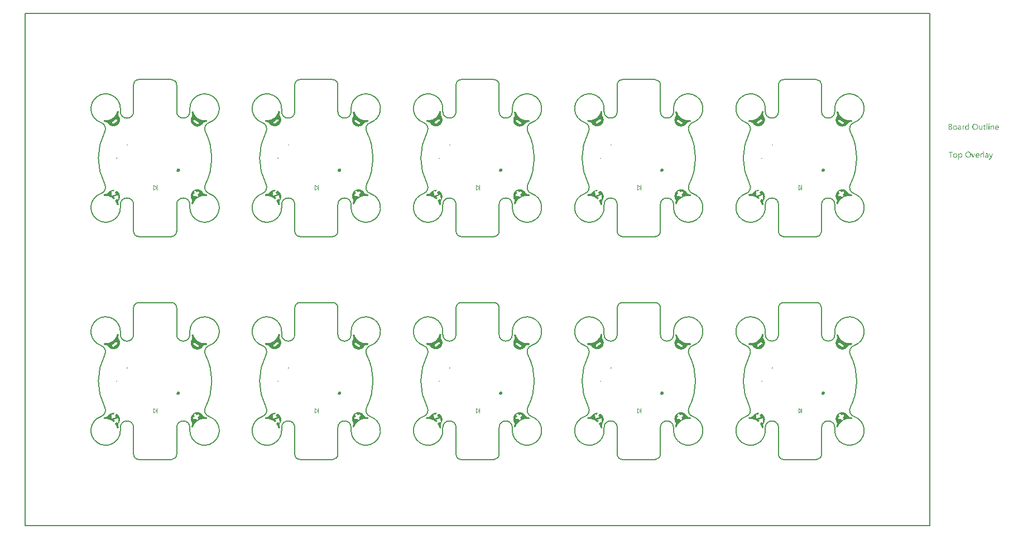
<source format=gto>
G04*
G04 #@! TF.GenerationSoftware,Altium Limited,Altium Designer,21.8.1 (53)*
G04*
G04 Layer_Color=65535*
%FSAX25Y25*%
%MOIN*%
G70*
G04*
G04 #@! TF.SameCoordinates,B83950CB-9570-44A4-9459-7039BDA0C6D2*
G04*
G04*
G04 #@! TF.FilePolarity,Positive*
G04*
G01*
G75*
%ADD24C,0.01968*%
%ADD26C,0.00787*%
%ADD36C,0.00591*%
%ADD37C,0.00394*%
G36*
X0420944Y0227767D02*
X0421007Y0227760D01*
X0421068Y0227745D01*
X0421128Y0227724D01*
X0421185Y0227696D01*
X0421238Y0227662D01*
X0421288Y0227622D01*
X0421332Y0227577D01*
X0421371Y0227527D01*
X0421405Y0227473D01*
X0421432Y0227416D01*
X0421452Y0227356D01*
X0421466Y0227294D01*
X0421473Y0227231D01*
X0421472Y0227168D01*
X0421465Y0227105D01*
X0421454Y0227057D01*
X0421454Y0227057D01*
X0421454Y0227057D01*
X0421440Y0227003D01*
X0421369Y0226760D01*
X0421290Y0226520D01*
X0421290Y0226520D01*
X0421290Y0226520D01*
X0421289Y0226517D01*
X0421289Y0226516D01*
X0421267Y0226452D01*
X0421236Y0226336D01*
X0421211Y0226218D01*
X0421194Y0226099D01*
X0421184Y0225979D01*
X0421181Y0225858D01*
X0421185Y0225738D01*
X0421197Y0225618D01*
X0421216Y0225499D01*
X0421242Y0225381D01*
X0421275Y0225266D01*
X0421315Y0225152D01*
X0421362Y0225041D01*
X0421416Y0224933D01*
X0421476Y0224828D01*
X0421532Y0224742D01*
X0421532Y0224742D01*
X0421608Y0224628D01*
X0421697Y0224482D01*
X0421779Y0224332D01*
X0421854Y0224179D01*
X0421923Y0224023D01*
X0421985Y0223864D01*
X0422040Y0223702D01*
X0422087Y0223538D01*
X0422128Y0223373D01*
X0422161Y0223205D01*
X0422187Y0223037D01*
X0422206Y0222867D01*
X0422217Y0222697D01*
X0422221Y0222526D01*
X0422217Y0222355D01*
X0422206Y0222185D01*
X0422187Y0222015D01*
X0422161Y0221847D01*
X0422128Y0221679D01*
X0422087Y0221514D01*
X0422040Y0221350D01*
X0421985Y0221188D01*
X0421923Y0221029D01*
X0421854Y0220873D01*
X0421779Y0220720D01*
X0421697Y0220570D01*
X0421608Y0220424D01*
X0421513Y0220282D01*
X0421412Y0220145D01*
X0421306Y0220011D01*
X0421193Y0219883D01*
X0421075Y0219760D01*
X0420952Y0219642D01*
X0420823Y0219529D01*
X0420690Y0219423D01*
X0420553Y0219321D01*
X0420411Y0219227D01*
X0420265Y0219138D01*
X0420115Y0219056D01*
X0419962Y0218981D01*
X0419806Y0218912D01*
X0419647Y0218850D01*
X0419485Y0218795D01*
X0419321Y0218747D01*
X0419156Y0218707D01*
X0418988Y0218673D01*
X0418820Y0218648D01*
X0418650Y0218629D01*
X0418479Y0218618D01*
X0418309Y0218614D01*
X0418138Y0218618D01*
X0417968Y0218629D01*
X0417798Y0218648D01*
X0417630Y0218673D01*
X0417462Y0218707D01*
X0417296Y0218747D01*
X0417133Y0218795D01*
X0416971Y0218850D01*
X0416812Y0218912D01*
X0416656Y0218981D01*
X0416503Y0219056D01*
X0416353Y0219138D01*
X0416207Y0219227D01*
X0416065Y0219321D01*
X0415927Y0219423D01*
X0415794Y0219529D01*
X0415666Y0219642D01*
X0415543Y0219760D01*
X0415425Y0219883D01*
X0415312Y0220011D01*
X0415205Y0220145D01*
X0415122Y0220258D01*
X0415122Y0220258D01*
X0415059Y0220342D01*
X0414981Y0220434D01*
X0414898Y0220521D01*
X0414810Y0220603D01*
X0414717Y0220680D01*
X0414619Y0220751D01*
X0414518Y0220815D01*
X0414412Y0220874D01*
X0414304Y0220926D01*
X0414192Y0220971D01*
X0414078Y0221010D01*
X0413962Y0221041D01*
X0413844Y0221066D01*
X0413725Y0221083D01*
X0413604Y0221093D01*
X0413539Y0221095D01*
X0413538Y0221095D01*
X0413534Y0221095D01*
X0413534Y0221095D01*
X0413290Y0221103D01*
X0413037Y0221119D01*
X0412982Y0221125D01*
X0412982Y0221124D01*
X0412982Y0221125D01*
X0412933Y0221131D01*
X0412871Y0221145D01*
X0412812Y0221166D01*
X0412755Y0221194D01*
X0412702Y0221228D01*
X0412653Y0221268D01*
X0412609Y0221312D01*
X0412570Y0221362D01*
X0412536Y0221416D01*
X0412509Y0221473D01*
X0412489Y0221532D01*
X0412475Y0221594D01*
X0412469Y0221657D01*
X0412469Y0221720D01*
X0412476Y0221782D01*
X0412491Y0221844D01*
X0412512Y0221903D01*
X0412540Y0221960D01*
X0412574Y0222013D01*
X0412613Y0222062D01*
X0412658Y0222107D01*
X0412708Y0222146D01*
X0412761Y0222179D01*
X0412818Y0222206D01*
X0412878Y0222226D01*
X0412940Y0222240D01*
X0413002Y0222247D01*
X0413065Y0222246D01*
X0413079Y0222245D01*
X0413080Y0222245D01*
X0413080Y0222245D01*
X0413155Y0222238D01*
X0413380Y0222225D01*
X0413607Y0222218D01*
X0413833Y0222220D01*
X0414059Y0222228D01*
X0414285Y0222244D01*
X0414510Y0222268D01*
X0414734Y0222299D01*
X0414957Y0222337D01*
X0415179Y0222382D01*
X0415399Y0222434D01*
X0415617Y0222494D01*
X0415834Y0222561D01*
X0416047Y0222635D01*
X0416259Y0222716D01*
X0416467Y0222804D01*
X0416673Y0222898D01*
X0416875Y0222999D01*
X0417074Y0223107D01*
X0417270Y0223221D01*
X0417461Y0223342D01*
X0417649Y0223469D01*
X0417832Y0223602D01*
X0418011Y0223740D01*
X0418185Y0223885D01*
X0418354Y0224035D01*
X0418519Y0224190D01*
X0418678Y0224351D01*
X0418831Y0224517D01*
X0418980Y0224688D01*
X0419122Y0224864D01*
X0419259Y0225044D01*
X0419390Y0225229D01*
X0419515Y0225418D01*
X0419633Y0225611D01*
X0419745Y0225807D01*
X0419851Y0226008D01*
X0419950Y0226211D01*
X0420042Y0226418D01*
X0420128Y0226627D01*
X0420206Y0226839D01*
X0420278Y0227054D01*
X0420342Y0227271D01*
X0420362Y0227348D01*
X0420363Y0227349D01*
X0420363Y0227349D01*
X0420367Y0227363D01*
X0420388Y0227423D01*
X0420416Y0227480D01*
X0420450Y0227533D01*
X0420490Y0227582D01*
X0420535Y0227627D01*
X0420584Y0227666D01*
X0420638Y0227699D01*
X0420696Y0227727D01*
X0420755Y0227747D01*
X0420817Y0227761D01*
X0420880Y0227767D01*
X0420944Y0227767D01*
D02*
G37*
G36*
X0324644D02*
X0324707Y0227760D01*
X0324769Y0227745D01*
X0324829Y0227724D01*
X0324886Y0227696D01*
X0324939Y0227662D01*
X0324988Y0227622D01*
X0325033Y0227577D01*
X0325072Y0227527D01*
X0325106Y0227473D01*
X0325133Y0227416D01*
X0325153Y0227356D01*
X0325167Y0227294D01*
X0325174Y0227231D01*
X0325173Y0227168D01*
X0325166Y0227105D01*
X0325154Y0227057D01*
X0325155Y0227057D01*
X0325154Y0227057D01*
X0325140Y0227003D01*
X0325069Y0226760D01*
X0324991Y0226520D01*
X0324991Y0226520D01*
X0324991Y0226520D01*
X0324990Y0226517D01*
X0324990Y0226516D01*
X0324968Y0226452D01*
X0324937Y0226336D01*
X0324912Y0226218D01*
X0324895Y0226099D01*
X0324885Y0225979D01*
X0324882Y0225858D01*
X0324886Y0225738D01*
X0324898Y0225618D01*
X0324917Y0225499D01*
X0324943Y0225381D01*
X0324976Y0225266D01*
X0325016Y0225152D01*
X0325063Y0225041D01*
X0325116Y0224933D01*
X0325176Y0224828D01*
X0325233Y0224742D01*
X0325233Y0224742D01*
X0325309Y0224628D01*
X0325397Y0224482D01*
X0325480Y0224332D01*
X0325555Y0224179D01*
X0325624Y0224023D01*
X0325686Y0223864D01*
X0325741Y0223702D01*
X0325788Y0223538D01*
X0325829Y0223373D01*
X0325862Y0223205D01*
X0325888Y0223037D01*
X0325907Y0222867D01*
X0325918Y0222697D01*
X0325922Y0222526D01*
X0325918Y0222355D01*
X0325907Y0222185D01*
X0325888Y0222015D01*
X0325862Y0221847D01*
X0325829Y0221679D01*
X0325788Y0221514D01*
X0325741Y0221350D01*
X0325686Y0221188D01*
X0325624Y0221029D01*
X0325555Y0220873D01*
X0325480Y0220720D01*
X0325397Y0220570D01*
X0325309Y0220424D01*
X0325214Y0220282D01*
X0325113Y0220145D01*
X0325006Y0220011D01*
X0324894Y0219883D01*
X0324776Y0219760D01*
X0324653Y0219642D01*
X0324524Y0219529D01*
X0324391Y0219423D01*
X0324254Y0219321D01*
X0324112Y0219227D01*
X0323966Y0219138D01*
X0323816Y0219056D01*
X0323663Y0218981D01*
X0323507Y0218912D01*
X0323348Y0218850D01*
X0323186Y0218795D01*
X0323022Y0218747D01*
X0322856Y0218707D01*
X0322689Y0218673D01*
X0322520Y0218648D01*
X0322351Y0218629D01*
X0322180Y0218618D01*
X0322010Y0218614D01*
X0321839Y0218618D01*
X0321669Y0218629D01*
X0321499Y0218648D01*
X0321330Y0218673D01*
X0321163Y0218707D01*
X0320997Y0218747D01*
X0320833Y0218795D01*
X0320672Y0218850D01*
X0320513Y0218912D01*
X0320356Y0218981D01*
X0320203Y0219056D01*
X0320054Y0219138D01*
X0319908Y0219227D01*
X0319766Y0219321D01*
X0319628Y0219423D01*
X0319495Y0219529D01*
X0319367Y0219642D01*
X0319244Y0219760D01*
X0319126Y0219883D01*
X0319013Y0220011D01*
X0318906Y0220145D01*
X0318823Y0220258D01*
X0318823Y0220258D01*
X0318760Y0220342D01*
X0318682Y0220434D01*
X0318599Y0220521D01*
X0318511Y0220603D01*
X0318418Y0220680D01*
X0318320Y0220751D01*
X0318219Y0220815D01*
X0318113Y0220874D01*
X0318005Y0220926D01*
X0317893Y0220971D01*
X0317779Y0221010D01*
X0317663Y0221041D01*
X0317545Y0221066D01*
X0317425Y0221083D01*
X0317305Y0221093D01*
X0317239Y0221095D01*
X0317239Y0221095D01*
X0317235Y0221095D01*
X0317235Y0221095D01*
X0316990Y0221103D01*
X0316738Y0221119D01*
X0316682Y0221125D01*
X0316682Y0221124D01*
X0316682Y0221125D01*
X0316634Y0221131D01*
X0316572Y0221145D01*
X0316513Y0221166D01*
X0316456Y0221194D01*
X0316403Y0221228D01*
X0316354Y0221268D01*
X0316309Y0221312D01*
X0316270Y0221362D01*
X0316237Y0221416D01*
X0316210Y0221473D01*
X0316190Y0221532D01*
X0316176Y0221594D01*
X0316169Y0221657D01*
X0316170Y0221720D01*
X0316177Y0221782D01*
X0316192Y0221844D01*
X0316213Y0221903D01*
X0316241Y0221960D01*
X0316274Y0222013D01*
X0316314Y0222062D01*
X0316359Y0222107D01*
X0316409Y0222146D01*
X0316462Y0222179D01*
X0316519Y0222206D01*
X0316579Y0222226D01*
X0316640Y0222240D01*
X0316703Y0222247D01*
X0316766Y0222246D01*
X0316780Y0222245D01*
X0316780Y0222245D01*
X0316781Y0222245D01*
X0316855Y0222238D01*
X0317081Y0222225D01*
X0317307Y0222218D01*
X0317534Y0222220D01*
X0317760Y0222228D01*
X0317986Y0222244D01*
X0318211Y0222268D01*
X0318435Y0222299D01*
X0318658Y0222337D01*
X0318880Y0222382D01*
X0319100Y0222434D01*
X0319318Y0222494D01*
X0319534Y0222561D01*
X0319748Y0222635D01*
X0319960Y0222716D01*
X0320168Y0222804D01*
X0320374Y0222898D01*
X0320576Y0222999D01*
X0320775Y0223107D01*
X0320971Y0223221D01*
X0321162Y0223342D01*
X0321350Y0223469D01*
X0321533Y0223602D01*
X0321712Y0223740D01*
X0321886Y0223885D01*
X0322055Y0224035D01*
X0322219Y0224190D01*
X0322378Y0224351D01*
X0322532Y0224517D01*
X0322681Y0224688D01*
X0322823Y0224864D01*
X0322960Y0225044D01*
X0323091Y0225229D01*
X0323216Y0225418D01*
X0323334Y0225611D01*
X0323446Y0225807D01*
X0323552Y0226008D01*
X0323651Y0226211D01*
X0323743Y0226418D01*
X0323828Y0226627D01*
X0323907Y0226839D01*
X0323978Y0227054D01*
X0324043Y0227271D01*
X0324063Y0227348D01*
X0324063Y0227349D01*
X0324064Y0227349D01*
X0324067Y0227363D01*
X0324089Y0227423D01*
X0324117Y0227480D01*
X0324151Y0227533D01*
X0324190Y0227582D01*
X0324236Y0227627D01*
X0324285Y0227666D01*
X0324339Y0227699D01*
X0324396Y0227727D01*
X0324456Y0227747D01*
X0324518Y0227761D01*
X0324581Y0227767D01*
X0324644Y0227767D01*
D02*
G37*
G36*
X0228345D02*
X0228408Y0227760D01*
X0228470Y0227745D01*
X0228530Y0227724D01*
X0228587Y0227696D01*
X0228640Y0227662D01*
X0228689Y0227622D01*
X0228734Y0227577D01*
X0228773Y0227527D01*
X0228806Y0227473D01*
X0228833Y0227416D01*
X0228854Y0227356D01*
X0228868Y0227294D01*
X0228874Y0227231D01*
X0228874Y0227168D01*
X0228867Y0227105D01*
X0228855Y0227057D01*
X0228855Y0227057D01*
X0228855Y0227057D01*
X0228841Y0227003D01*
X0228770Y0226760D01*
X0228692Y0226520D01*
X0228692Y0226520D01*
X0228692Y0226520D01*
X0228691Y0226517D01*
X0228691Y0226516D01*
X0228669Y0226452D01*
X0228637Y0226336D01*
X0228613Y0226218D01*
X0228595Y0226099D01*
X0228585Y0225979D01*
X0228583Y0225858D01*
X0228587Y0225738D01*
X0228599Y0225618D01*
X0228618Y0225499D01*
X0228644Y0225381D01*
X0228677Y0225266D01*
X0228717Y0225152D01*
X0228764Y0225041D01*
X0228817Y0224933D01*
X0228877Y0224828D01*
X0228934Y0224742D01*
X0228934Y0224742D01*
X0229010Y0224628D01*
X0229098Y0224482D01*
X0229180Y0224332D01*
X0229256Y0224179D01*
X0229325Y0224023D01*
X0229386Y0223864D01*
X0229441Y0223702D01*
X0229489Y0223538D01*
X0229530Y0223373D01*
X0229563Y0223205D01*
X0229589Y0223037D01*
X0229608Y0222867D01*
X0229619Y0222697D01*
X0229622Y0222526D01*
X0229619Y0222355D01*
X0229608Y0222185D01*
X0229589Y0222015D01*
X0229563Y0221847D01*
X0229530Y0221679D01*
X0229489Y0221514D01*
X0229441Y0221350D01*
X0229386Y0221188D01*
X0229325Y0221029D01*
X0229256Y0220873D01*
X0229180Y0220720D01*
X0229098Y0220570D01*
X0229010Y0220424D01*
X0228915Y0220282D01*
X0228814Y0220145D01*
X0228707Y0220011D01*
X0228595Y0219883D01*
X0228477Y0219760D01*
X0228353Y0219642D01*
X0228225Y0219529D01*
X0228092Y0219423D01*
X0227954Y0219321D01*
X0227812Y0219227D01*
X0227666Y0219138D01*
X0227517Y0219056D01*
X0227364Y0218981D01*
X0227207Y0218912D01*
X0227048Y0218850D01*
X0226887Y0218795D01*
X0226723Y0218747D01*
X0226557Y0218707D01*
X0226390Y0218673D01*
X0226221Y0218648D01*
X0226051Y0218629D01*
X0225881Y0218618D01*
X0225710Y0218614D01*
X0225540Y0218618D01*
X0225370Y0218629D01*
X0225200Y0218648D01*
X0225031Y0218673D01*
X0224864Y0218707D01*
X0224698Y0218747D01*
X0224534Y0218795D01*
X0224373Y0218850D01*
X0224213Y0218912D01*
X0224057Y0218981D01*
X0223904Y0219056D01*
X0223755Y0219138D01*
X0223608Y0219227D01*
X0223467Y0219321D01*
X0223329Y0219423D01*
X0223196Y0219529D01*
X0223068Y0219642D01*
X0222944Y0219760D01*
X0222826Y0219883D01*
X0222714Y0220011D01*
X0222607Y0220145D01*
X0222524Y0220258D01*
X0222524Y0220258D01*
X0222461Y0220342D01*
X0222383Y0220434D01*
X0222300Y0220521D01*
X0222212Y0220603D01*
X0222118Y0220680D01*
X0222021Y0220751D01*
X0221919Y0220815D01*
X0221814Y0220874D01*
X0221705Y0220926D01*
X0221594Y0220971D01*
X0221480Y0221010D01*
X0221363Y0221041D01*
X0221245Y0221066D01*
X0221126Y0221083D01*
X0221006Y0221093D01*
X0220940Y0221095D01*
X0220940Y0221095D01*
X0220936Y0221095D01*
X0220936Y0221095D01*
X0220691Y0221103D01*
X0220439Y0221119D01*
X0220383Y0221125D01*
X0220383Y0221124D01*
X0220383Y0221125D01*
X0220334Y0221131D01*
X0220273Y0221145D01*
X0220214Y0221166D01*
X0220157Y0221194D01*
X0220104Y0221228D01*
X0220055Y0221268D01*
X0220010Y0221312D01*
X0219971Y0221362D01*
X0219938Y0221416D01*
X0219911Y0221473D01*
X0219890Y0221532D01*
X0219877Y0221594D01*
X0219870Y0221657D01*
X0219870Y0221720D01*
X0219878Y0221782D01*
X0219892Y0221844D01*
X0219914Y0221903D01*
X0219941Y0221960D01*
X0219975Y0222013D01*
X0220015Y0222062D01*
X0220060Y0222107D01*
X0220109Y0222146D01*
X0220163Y0222179D01*
X0220220Y0222206D01*
X0220280Y0222226D01*
X0220341Y0222240D01*
X0220404Y0222247D01*
X0220467Y0222246D01*
X0220481Y0222245D01*
X0220481Y0222245D01*
X0220481Y0222245D01*
X0220556Y0222238D01*
X0220782Y0222225D01*
X0221008Y0222218D01*
X0221234Y0222220D01*
X0221461Y0222228D01*
X0221686Y0222244D01*
X0221912Y0222268D01*
X0222136Y0222299D01*
X0222359Y0222337D01*
X0222581Y0222382D01*
X0222801Y0222434D01*
X0223019Y0222494D01*
X0223235Y0222561D01*
X0223449Y0222635D01*
X0223660Y0222716D01*
X0223869Y0222804D01*
X0224075Y0222898D01*
X0224277Y0222999D01*
X0224476Y0223107D01*
X0224671Y0223221D01*
X0224863Y0223342D01*
X0225050Y0223469D01*
X0225234Y0223602D01*
X0225412Y0223740D01*
X0225587Y0223885D01*
X0225756Y0224035D01*
X0225920Y0224190D01*
X0226079Y0224351D01*
X0226233Y0224517D01*
X0226381Y0224688D01*
X0226524Y0224864D01*
X0226661Y0225044D01*
X0226792Y0225229D01*
X0226916Y0225418D01*
X0227035Y0225611D01*
X0227147Y0225807D01*
X0227252Y0226008D01*
X0227351Y0226211D01*
X0227444Y0226418D01*
X0227529Y0226627D01*
X0227608Y0226839D01*
X0227679Y0227054D01*
X0227744Y0227271D01*
X0227764Y0227348D01*
X0227764Y0227349D01*
X0227765Y0227349D01*
X0227768Y0227363D01*
X0227789Y0227423D01*
X0227817Y0227480D01*
X0227851Y0227533D01*
X0227891Y0227582D01*
X0227936Y0227627D01*
X0227986Y0227666D01*
X0228040Y0227699D01*
X0228097Y0227727D01*
X0228157Y0227747D01*
X0228219Y0227761D01*
X0228282Y0227767D01*
X0228345Y0227767D01*
D02*
G37*
G36*
X0132046D02*
X0132109Y0227760D01*
X0132171Y0227745D01*
X0132230Y0227724D01*
X0132287Y0227696D01*
X0132341Y0227662D01*
X0132390Y0227622D01*
X0132434Y0227577D01*
X0132474Y0227527D01*
X0132507Y0227473D01*
X0132534Y0227416D01*
X0132555Y0227356D01*
X0132569Y0227294D01*
X0132575Y0227231D01*
X0132575Y0227168D01*
X0132567Y0227105D01*
X0132556Y0227057D01*
X0132556Y0227057D01*
X0132556Y0227057D01*
X0132542Y0227003D01*
X0132471Y0226760D01*
X0132393Y0226520D01*
X0132393Y0226520D01*
X0132393Y0226520D01*
X0132391Y0226517D01*
X0132391Y0226516D01*
X0132370Y0226452D01*
X0132338Y0226336D01*
X0132314Y0226218D01*
X0132296Y0226099D01*
X0132286Y0225979D01*
X0132283Y0225858D01*
X0132288Y0225738D01*
X0132299Y0225618D01*
X0132318Y0225499D01*
X0132344Y0225381D01*
X0132378Y0225266D01*
X0132418Y0225152D01*
X0132465Y0225041D01*
X0132518Y0224933D01*
X0132578Y0224828D01*
X0132634Y0224742D01*
X0132634Y0224742D01*
X0132711Y0224628D01*
X0132799Y0224482D01*
X0132881Y0224332D01*
X0132957Y0224179D01*
X0133025Y0224023D01*
X0133087Y0223864D01*
X0133142Y0223702D01*
X0133190Y0223538D01*
X0133230Y0223373D01*
X0133264Y0223205D01*
X0133290Y0223037D01*
X0133308Y0222867D01*
X0133319Y0222697D01*
X0133323Y0222526D01*
X0133319Y0222355D01*
X0133308Y0222185D01*
X0133290Y0222015D01*
X0133264Y0221847D01*
X0133230Y0221679D01*
X0133190Y0221514D01*
X0133142Y0221350D01*
X0133087Y0221188D01*
X0133025Y0221029D01*
X0132957Y0220873D01*
X0132881Y0220720D01*
X0132799Y0220570D01*
X0132711Y0220424D01*
X0132616Y0220282D01*
X0132515Y0220145D01*
X0132408Y0220011D01*
X0132295Y0219883D01*
X0132177Y0219760D01*
X0132054Y0219642D01*
X0131926Y0219529D01*
X0131793Y0219423D01*
X0131655Y0219321D01*
X0131513Y0219227D01*
X0131367Y0219138D01*
X0131218Y0219056D01*
X0131064Y0218981D01*
X0130908Y0218912D01*
X0130749Y0218850D01*
X0130588Y0218795D01*
X0130424Y0218747D01*
X0130258Y0218707D01*
X0130090Y0218673D01*
X0129922Y0218648D01*
X0129752Y0218629D01*
X0129582Y0218618D01*
X0129411Y0218614D01*
X0129241Y0218618D01*
X0129070Y0218629D01*
X0128901Y0218648D01*
X0128732Y0218673D01*
X0128565Y0218707D01*
X0128399Y0218747D01*
X0128235Y0218795D01*
X0128073Y0218850D01*
X0127914Y0218912D01*
X0127758Y0218981D01*
X0127605Y0219056D01*
X0127455Y0219138D01*
X0127309Y0219227D01*
X0127167Y0219321D01*
X0127030Y0219423D01*
X0126897Y0219529D01*
X0126768Y0219642D01*
X0126645Y0219760D01*
X0126527Y0219883D01*
X0126415Y0220011D01*
X0126308Y0220145D01*
X0126225Y0220258D01*
X0126224Y0220258D01*
X0126162Y0220342D01*
X0126084Y0220434D01*
X0126001Y0220521D01*
X0125912Y0220603D01*
X0125819Y0220680D01*
X0125722Y0220751D01*
X0125620Y0220815D01*
X0125515Y0220874D01*
X0125406Y0220926D01*
X0125294Y0220971D01*
X0125180Y0221010D01*
X0125064Y0221041D01*
X0124946Y0221066D01*
X0124827Y0221083D01*
X0124707Y0221093D01*
X0124641Y0221095D01*
X0124641Y0221095D01*
X0124637Y0221095D01*
X0124637Y0221095D01*
X0124392Y0221103D01*
X0124140Y0221119D01*
X0124084Y0221125D01*
X0124084Y0221124D01*
X0124084Y0221124D01*
Y0221124D01*
X0124084Y0221124D01*
X0124084Y0221125D01*
X0124035Y0221131D01*
X0123974Y0221145D01*
X0123914Y0221166D01*
X0123858Y0221194D01*
X0123804Y0221228D01*
X0123755Y0221268D01*
X0123711Y0221312D01*
X0123672Y0221362D01*
X0123639Y0221416D01*
X0123612Y0221473D01*
X0123591Y0221532D01*
X0123578Y0221594D01*
X0123571Y0221657D01*
X0123571Y0221720D01*
X0123579Y0221782D01*
X0123593Y0221844D01*
X0123614Y0221903D01*
X0123642Y0221960D01*
X0123676Y0222013D01*
X0123716Y0222062D01*
X0123761Y0222107D01*
X0123810Y0222146D01*
X0123864Y0222179D01*
X0123921Y0222206D01*
X0123980Y0222226D01*
X0124042Y0222240D01*
X0124105Y0222247D01*
X0124168Y0222246D01*
X0124182Y0222245D01*
X0124182Y0222245D01*
X0124182Y0222245D01*
X0124257Y0222238D01*
X0124483Y0222225D01*
X0124709Y0222218D01*
X0124935Y0222220D01*
X0125162Y0222228D01*
X0125387Y0222244D01*
X0125612Y0222268D01*
X0125837Y0222299D01*
X0126060Y0222337D01*
X0126281Y0222382D01*
X0126501Y0222434D01*
X0126720Y0222494D01*
X0126936Y0222561D01*
X0127150Y0222635D01*
X0127361Y0222716D01*
X0127570Y0222804D01*
X0127775Y0222898D01*
X0127978Y0222999D01*
X0128177Y0223107D01*
X0128372Y0223221D01*
X0128564Y0223342D01*
X0128751Y0223469D01*
X0128934Y0223602D01*
X0129113Y0223740D01*
X0129287Y0223885D01*
X0129457Y0224035D01*
X0129621Y0224190D01*
X0129780Y0224351D01*
X0129934Y0224517D01*
X0130082Y0224688D01*
X0130225Y0224864D01*
X0130362Y0225044D01*
X0130492Y0225229D01*
X0130617Y0225418D01*
X0130736Y0225611D01*
X0130848Y0225807D01*
X0130953Y0226008D01*
X0131052Y0226211D01*
X0131144Y0226418D01*
X0131230Y0226627D01*
X0131308Y0226839D01*
X0131380Y0227054D01*
X0131445Y0227271D01*
X0131465Y0227348D01*
X0131465Y0227349D01*
X0131466Y0227349D01*
X0131469Y0227363D01*
X0131490Y0227423D01*
X0131518Y0227480D01*
X0131552Y0227533D01*
X0131592Y0227582D01*
X0131637Y0227627D01*
X0131687Y0227666D01*
X0131741Y0227699D01*
X0131798Y0227727D01*
X0131858Y0227747D01*
X0131920Y0227761D01*
X0131983Y0227767D01*
X0132046Y0227767D01*
D02*
G37*
G36*
X0035747D02*
X0035810Y0227760D01*
X0035871Y0227745D01*
X0035931Y0227724D01*
X0035988Y0227696D01*
X0036042Y0227662D01*
X0036091Y0227622D01*
X0036135Y0227577D01*
X0036174Y0227527D01*
X0036208Y0227473D01*
X0036235Y0227416D01*
X0036255Y0227356D01*
X0036269Y0227294D01*
X0036276Y0227231D01*
X0036276Y0227168D01*
X0036268Y0227105D01*
X0036257Y0227057D01*
X0036257Y0227057D01*
X0036257Y0227057D01*
X0036243Y0227003D01*
X0036172Y0226760D01*
X0036094Y0226520D01*
X0036094Y0226520D01*
X0036093Y0226520D01*
X0036092Y0226517D01*
X0036092Y0226516D01*
X0036070Y0226452D01*
X0036039Y0226336D01*
X0036014Y0226218D01*
X0035997Y0226099D01*
X0035987Y0225979D01*
X0035984Y0225858D01*
X0035989Y0225738D01*
X0036000Y0225618D01*
X0036019Y0225499D01*
X0036045Y0225381D01*
X0036078Y0225266D01*
X0036118Y0225152D01*
X0036165Y0225041D01*
X0036219Y0224933D01*
X0036279Y0224828D01*
X0036335Y0224742D01*
X0036335Y0224742D01*
X0036411Y0224628D01*
X0036500Y0224482D01*
X0036582Y0224332D01*
X0036657Y0224179D01*
X0036726Y0224023D01*
X0036788Y0223864D01*
X0036843Y0223702D01*
X0036891Y0223538D01*
X0036931Y0223373D01*
X0036964Y0223205D01*
X0036990Y0223037D01*
X0037009Y0222867D01*
X0037020Y0222697D01*
X0037024Y0222526D01*
X0037020Y0222355D01*
X0037009Y0222185D01*
X0036990Y0222015D01*
X0036964Y0221847D01*
X0036931Y0221679D01*
X0036891Y0221514D01*
X0036843Y0221350D01*
X0036788Y0221188D01*
X0036726Y0221029D01*
X0036657Y0220873D01*
X0036582Y0220720D01*
X0036500Y0220570D01*
X0036411Y0220424D01*
X0036316Y0220282D01*
X0036215Y0220145D01*
X0036109Y0220011D01*
X0035996Y0219883D01*
X0035878Y0219760D01*
X0035755Y0219642D01*
X0035627Y0219529D01*
X0035493Y0219423D01*
X0035356Y0219321D01*
X0035214Y0219227D01*
X0035068Y0219138D01*
X0034918Y0219056D01*
X0034765Y0218981D01*
X0034609Y0218912D01*
X0034450Y0218850D01*
X0034288Y0218795D01*
X0034124Y0218747D01*
X0033959Y0218707D01*
X0033791Y0218673D01*
X0033623Y0218648D01*
X0033453Y0218629D01*
X0033283Y0218618D01*
X0033112Y0218614D01*
X0032941Y0218618D01*
X0032771Y0218629D01*
X0032601Y0218648D01*
X0032433Y0218673D01*
X0032265Y0218707D01*
X0032100Y0218747D01*
X0031936Y0218795D01*
X0031774Y0218850D01*
X0031615Y0218912D01*
X0031459Y0218981D01*
X0031306Y0219056D01*
X0031156Y0219138D01*
X0031010Y0219227D01*
X0030868Y0219321D01*
X0030731Y0219423D01*
X0030597Y0219529D01*
X0030469Y0219642D01*
X0030346Y0219760D01*
X0030228Y0219883D01*
X0030115Y0220011D01*
X0030008Y0220145D01*
X0029925Y0220258D01*
X0029925Y0220258D01*
X0029862Y0220342D01*
X0029785Y0220434D01*
X0029701Y0220521D01*
X0029613Y0220603D01*
X0029520Y0220680D01*
X0029423Y0220751D01*
X0029321Y0220815D01*
X0029216Y0220874D01*
X0029107Y0220926D01*
X0028995Y0220971D01*
X0028881Y0221010D01*
X0028765Y0221041D01*
X0028647Y0221066D01*
X0028528Y0221083D01*
X0028408Y0221093D01*
X0028342Y0221095D01*
X0028341Y0221095D01*
X0028337Y0221095D01*
X0028337Y0221095D01*
X0028093Y0221103D01*
X0027841Y0221119D01*
X0027785Y0221125D01*
X0027785Y0221124D01*
X0027785Y0221124D01*
Y0221124D01*
X0027785Y0221124D01*
X0027785Y0221125D01*
X0027736Y0221131D01*
X0027674Y0221145D01*
X0027615Y0221166D01*
X0027558Y0221194D01*
X0027505Y0221228D01*
X0027456Y0221268D01*
X0027412Y0221312D01*
X0027373Y0221362D01*
X0027340Y0221416D01*
X0027312Y0221473D01*
X0027292Y0221532D01*
X0027278Y0221594D01*
X0027272Y0221657D01*
X0027272Y0221720D01*
X0027280Y0221782D01*
X0027294Y0221844D01*
X0027315Y0221903D01*
X0027343Y0221960D01*
X0027377Y0222013D01*
X0027416Y0222062D01*
X0027461Y0222107D01*
X0027511Y0222146D01*
X0027564Y0222179D01*
X0027621Y0222206D01*
X0027681Y0222226D01*
X0027743Y0222240D01*
X0027806Y0222247D01*
X0027869Y0222246D01*
X0027883Y0222245D01*
X0027883Y0222245D01*
X0027883Y0222245D01*
X0027958Y0222238D01*
X0028184Y0222225D01*
X0028410Y0222218D01*
X0028636Y0222220D01*
X0028862Y0222228D01*
X0029088Y0222244D01*
X0029313Y0222268D01*
X0029537Y0222299D01*
X0029760Y0222337D01*
X0029982Y0222382D01*
X0030202Y0222434D01*
X0030420Y0222494D01*
X0030637Y0222561D01*
X0030850Y0222635D01*
X0031062Y0222716D01*
X0031271Y0222804D01*
X0031476Y0222898D01*
X0031679Y0222999D01*
X0031877Y0223107D01*
X0032073Y0223221D01*
X0032264Y0223342D01*
X0032452Y0223469D01*
X0032635Y0223602D01*
X0032814Y0223740D01*
X0032988Y0223885D01*
X0033157Y0224035D01*
X0033322Y0224190D01*
X0033481Y0224351D01*
X0033635Y0224517D01*
X0033783Y0224688D01*
X0033926Y0224864D01*
X0034062Y0225044D01*
X0034193Y0225229D01*
X0034318Y0225418D01*
X0034436Y0225611D01*
X0034548Y0225807D01*
X0034654Y0226008D01*
X0034753Y0226211D01*
X0034845Y0226418D01*
X0034931Y0226627D01*
X0035009Y0226839D01*
X0035081Y0227054D01*
X0035145Y0227271D01*
X0035166Y0227348D01*
X0035166Y0227349D01*
X0035166Y0227349D01*
X0035170Y0227363D01*
X0035191Y0227423D01*
X0035219Y0227480D01*
X0035253Y0227533D01*
X0035293Y0227582D01*
X0035338Y0227627D01*
X0035388Y0227666D01*
X0035441Y0227699D01*
X0035499Y0227727D01*
X0035559Y0227747D01*
X0035620Y0227761D01*
X0035684Y0227767D01*
X0035747Y0227767D01*
D02*
G37*
G36*
X0465672Y0227444D02*
X0465734Y0227433D01*
X0465795Y0227415D01*
X0465853Y0227391D01*
X0465908Y0227360D01*
X0465959Y0227323D01*
X0466006Y0227281D01*
X0466048Y0227233D01*
X0466084Y0227182D01*
X0466114Y0227126D01*
X0466138Y0227068D01*
X0466142Y0227054D01*
X0466142Y0227055D01*
X0466143Y0227054D01*
X0466165Y0226982D01*
X0466239Y0226769D01*
X0466319Y0226557D01*
X0466407Y0226349D01*
X0466502Y0226143D01*
X0466603Y0225941D01*
X0466711Y0225742D01*
X0466825Y0225546D01*
X0466945Y0225355D01*
X0467072Y0225167D01*
X0467205Y0224984D01*
X0467344Y0224805D01*
X0467488Y0224631D01*
X0467638Y0224462D01*
X0467794Y0224297D01*
X0467955Y0224138D01*
X0468121Y0223985D01*
X0468292Y0223836D01*
X0468468Y0223694D01*
X0468648Y0223557D01*
X0468832Y0223426D01*
X0469021Y0223301D01*
X0469214Y0223183D01*
X0469411Y0223071D01*
X0469611Y0222965D01*
X0469814Y0222866D01*
X0470021Y0222774D01*
X0470231Y0222688D01*
X0470443Y0222610D01*
X0470658Y0222538D01*
X0470875Y0222474D01*
X0471093Y0222416D01*
X0471314Y0222366D01*
X0471536Y0222323D01*
X0471760Y0222288D01*
X0471984Y0222259D01*
X0472210Y0222238D01*
X0472436Y0222225D01*
X0472662Y0222219D01*
X0472888Y0222220D01*
X0473114Y0222229D01*
X0473340Y0222245D01*
X0473565Y0222268D01*
X0473644Y0222279D01*
X0473645Y0222279D01*
X0473645Y0222278D01*
X0473659Y0222281D01*
X0473723Y0222284D01*
X0473786Y0222280D01*
X0473848Y0222269D01*
X0473909Y0222251D01*
X0473967Y0222226D01*
X0474023Y0222195D01*
X0474074Y0222158D01*
X0474121Y0222116D01*
X0474163Y0222068D01*
X0474199Y0222016D01*
X0474230Y0221961D01*
X0474254Y0221902D01*
X0474271Y0221841D01*
X0474281Y0221779D01*
X0474284Y0221715D01*
X0474280Y0221652D01*
X0474269Y0221590D01*
X0474251Y0221529D01*
X0474227Y0221470D01*
X0474196Y0221415D01*
X0474159Y0221364D01*
X0474116Y0221317D01*
X0474069Y0221275D01*
X0474017Y0221239D01*
X0473961Y0221208D01*
X0473902Y0221184D01*
X0473841Y0221167D01*
X0473793Y0221159D01*
X0473793Y0221159D01*
X0473793Y0221159D01*
X0473737Y0221151D01*
X0473486Y0221124D01*
X0473234Y0221105D01*
X0473234D01*
X0473234Y0221105D01*
X0473230Y0221105D01*
X0473230Y0221105D01*
X0473162Y0221100D01*
X0473043Y0221085D01*
X0472925Y0221062D01*
X0472808Y0221033D01*
X0472693Y0220996D01*
X0472581Y0220952D01*
X0472471Y0220902D01*
X0472365Y0220846D01*
X0472262Y0220782D01*
X0472163Y0220713D01*
X0472069Y0220638D01*
X0471980Y0220558D01*
X0471895Y0220472D01*
X0471816Y0220381D01*
X0471742Y0220286D01*
X0471684Y0220201D01*
X0471684Y0220201D01*
X0471607Y0220087D01*
X0471507Y0219949D01*
X0471400Y0219816D01*
X0471287Y0219688D01*
X0471169Y0219565D01*
X0471046Y0219446D01*
X0470918Y0219334D01*
X0470785Y0219227D01*
X0470647Y0219126D01*
X0470505Y0219031D01*
X0470359Y0218943D01*
X0470209Y0218861D01*
X0470056Y0218785D01*
X0469900Y0218717D01*
X0469741Y0218655D01*
X0469579Y0218600D01*
X0469416Y0218552D01*
X0469250Y0218512D01*
X0469082Y0218478D01*
X0468914Y0218452D01*
X0468744Y0218434D01*
X0468574Y0218423D01*
X0468403Y0218419D01*
X0468232Y0218423D01*
X0468062Y0218434D01*
X0467892Y0218452D01*
X0467724Y0218478D01*
X0467556Y0218512D01*
X0467391Y0218552D01*
X0467227Y0218600D01*
X0467065Y0218655D01*
X0466906Y0218717D01*
X0466750Y0218785D01*
X0466597Y0218861D01*
X0466447Y0218943D01*
X0466301Y0219031D01*
X0466159Y0219126D01*
X0466022Y0219227D01*
X0465889Y0219334D01*
X0465760Y0219446D01*
X0465637Y0219565D01*
X0465519Y0219688D01*
X0465406Y0219816D01*
X0465300Y0219949D01*
X0465199Y0220087D01*
X0465104Y0220229D01*
X0465015Y0220375D01*
X0464933Y0220524D01*
X0464858Y0220677D01*
X0464789Y0220834D01*
X0464727Y0220993D01*
X0464672Y0221154D01*
X0464624Y0221318D01*
X0464584Y0221484D01*
X0464550Y0221651D01*
X0464525Y0221820D01*
X0464506Y0221990D01*
X0464495Y0222160D01*
X0464491Y0222331D01*
X0464495Y0222501D01*
X0464506Y0222672D01*
X0464525Y0222841D01*
X0464550Y0223010D01*
X0464584Y0223177D01*
X0464624Y0223343D01*
X0464672Y0223507D01*
X0464727Y0223669D01*
X0464789Y0223828D01*
X0464858Y0223984D01*
X0464933Y0224137D01*
X0465015Y0224287D01*
X0465088Y0224407D01*
X0465088Y0224407D01*
X0465142Y0224497D01*
X0465197Y0224604D01*
X0465246Y0224715D01*
X0465288Y0224828D01*
X0465323Y0224943D01*
X0465351Y0225060D01*
X0465372Y0225179D01*
X0465386Y0225298D01*
X0465392Y0225419D01*
X0465391Y0225539D01*
X0465383Y0225659D01*
X0465368Y0225779D01*
X0465345Y0225897D01*
X0465316Y0226014D01*
X0465279Y0226129D01*
X0465255Y0226190D01*
Y0226191D01*
X0465254Y0226194D01*
X0465254Y0226194D01*
X0465168Y0226423D01*
X0465086Y0226663D01*
X0465070Y0226716D01*
X0465069Y0226716D01*
X0465069Y0226716D01*
X0465070Y0226716D01*
X0465057Y0226764D01*
X0465046Y0226826D01*
X0465043Y0226889D01*
X0465047Y0226952D01*
X0465058Y0227014D01*
X0465076Y0227075D01*
X0465100Y0227133D01*
X0465131Y0227188D01*
X0465168Y0227239D01*
X0465210Y0227286D01*
X0465258Y0227327D01*
X0465309Y0227364D01*
X0465365Y0227394D01*
X0465423Y0227417D01*
X0465484Y0227435D01*
X0465546Y0227445D01*
X0465609Y0227448D01*
X0465672Y0227444D01*
D02*
G37*
G36*
X0369373D02*
X0369435Y0227433D01*
X0369496Y0227415D01*
X0369554Y0227391D01*
X0369609Y0227360D01*
X0369660Y0227323D01*
X0369707Y0227281D01*
X0369749Y0227233D01*
X0369785Y0227182D01*
X0369815Y0227126D01*
X0369839Y0227068D01*
X0369843Y0227054D01*
X0369843Y0227055D01*
X0369843Y0227054D01*
X0369865Y0226982D01*
X0369939Y0226769D01*
X0370020Y0226557D01*
X0370108Y0226349D01*
X0370202Y0226143D01*
X0370304Y0225941D01*
X0370411Y0225742D01*
X0370526Y0225546D01*
X0370646Y0225355D01*
X0370773Y0225167D01*
X0370906Y0224984D01*
X0371044Y0224805D01*
X0371189Y0224631D01*
X0371339Y0224462D01*
X0371495Y0224297D01*
X0371656Y0224138D01*
X0371822Y0223985D01*
X0371993Y0223836D01*
X0372168Y0223694D01*
X0372349Y0223557D01*
X0372533Y0223426D01*
X0372722Y0223301D01*
X0372915Y0223183D01*
X0373112Y0223071D01*
X0373312Y0222965D01*
X0373515Y0222866D01*
X0373722Y0222774D01*
X0373931Y0222688D01*
X0374144Y0222610D01*
X0374358Y0222538D01*
X0374575Y0222474D01*
X0374794Y0222416D01*
X0375015Y0222366D01*
X0375237Y0222323D01*
X0375461Y0222288D01*
X0375685Y0222259D01*
X0375910Y0222238D01*
X0376136Y0222225D01*
X0376362Y0222219D01*
X0376589Y0222220D01*
X0376815Y0222229D01*
X0377041Y0222245D01*
X0377266Y0222268D01*
X0377345Y0222279D01*
X0377345Y0222279D01*
X0377346Y0222278D01*
X0377360Y0222281D01*
X0377423Y0222284D01*
X0377487Y0222280D01*
X0377549Y0222269D01*
X0377610Y0222251D01*
X0377668Y0222226D01*
X0377724Y0222195D01*
X0377775Y0222158D01*
X0377822Y0222116D01*
X0377864Y0222068D01*
X0377900Y0222016D01*
X0377930Y0221961D01*
X0377954Y0221902D01*
X0377972Y0221841D01*
X0377982Y0221779D01*
X0377985Y0221715D01*
X0377981Y0221652D01*
X0377970Y0221590D01*
X0377952Y0221529D01*
X0377927Y0221470D01*
X0377896Y0221415D01*
X0377859Y0221364D01*
X0377817Y0221317D01*
X0377769Y0221275D01*
X0377717Y0221239D01*
X0377662Y0221208D01*
X0377603Y0221184D01*
X0377542Y0221167D01*
X0377494Y0221159D01*
X0377494Y0221159D01*
X0377494Y0221159D01*
X0377438Y0221151D01*
X0377187Y0221124D01*
X0376935Y0221105D01*
X0376935D01*
X0376935Y0221105D01*
X0376931Y0221105D01*
X0376931Y0221105D01*
X0376863Y0221100D01*
X0376744Y0221085D01*
X0376625Y0221062D01*
X0376509Y0221033D01*
X0376394Y0220996D01*
X0376281Y0220952D01*
X0376172Y0220902D01*
X0376066Y0220846D01*
X0375963Y0220782D01*
X0375864Y0220713D01*
X0375770Y0220638D01*
X0375680Y0220558D01*
X0375596Y0220472D01*
X0375516Y0220381D01*
X0375443Y0220286D01*
X0375385Y0220201D01*
X0375384Y0220201D01*
X0375308Y0220087D01*
X0375207Y0219949D01*
X0375100Y0219816D01*
X0374988Y0219688D01*
X0374870Y0219565D01*
X0374747Y0219446D01*
X0374618Y0219334D01*
X0374485Y0219227D01*
X0374348Y0219126D01*
X0374206Y0219031D01*
X0374060Y0218943D01*
X0373910Y0218861D01*
X0373757Y0218785D01*
X0373601Y0218717D01*
X0373442Y0218655D01*
X0373280Y0218600D01*
X0373116Y0218552D01*
X0372951Y0218512D01*
X0372783Y0218478D01*
X0372614Y0218452D01*
X0372445Y0218434D01*
X0372274Y0218423D01*
X0372104Y0218419D01*
X0371933Y0218423D01*
X0371763Y0218434D01*
X0371593Y0218452D01*
X0371425Y0218478D01*
X0371257Y0218512D01*
X0371091Y0218552D01*
X0370928Y0218600D01*
X0370766Y0218655D01*
X0370607Y0218717D01*
X0370451Y0218785D01*
X0370298Y0218861D01*
X0370148Y0218943D01*
X0370002Y0219031D01*
X0369860Y0219126D01*
X0369722Y0219227D01*
X0369589Y0219334D01*
X0369461Y0219446D01*
X0369338Y0219565D01*
X0369220Y0219688D01*
X0369107Y0219816D01*
X0369000Y0219949D01*
X0368899Y0220087D01*
X0368805Y0220229D01*
X0368716Y0220375D01*
X0368634Y0220524D01*
X0368558Y0220677D01*
X0368490Y0220834D01*
X0368428Y0220993D01*
X0368373Y0221154D01*
X0368325Y0221318D01*
X0368285Y0221484D01*
X0368251Y0221651D01*
X0368225Y0221820D01*
X0368207Y0221990D01*
X0368196Y0222160D01*
X0368192Y0222331D01*
X0368196Y0222501D01*
X0368207Y0222672D01*
X0368225Y0222841D01*
X0368251Y0223010D01*
X0368285Y0223177D01*
X0368325Y0223343D01*
X0368373Y0223507D01*
X0368428Y0223669D01*
X0368490Y0223828D01*
X0368558Y0223984D01*
X0368634Y0224137D01*
X0368716Y0224287D01*
X0368789Y0224407D01*
X0368789Y0224407D01*
X0368843Y0224497D01*
X0368898Y0224604D01*
X0368947Y0224715D01*
X0368989Y0224828D01*
X0369024Y0224943D01*
X0369052Y0225060D01*
X0369073Y0225179D01*
X0369086Y0225298D01*
X0369093Y0225419D01*
X0369092Y0225539D01*
X0369084Y0225659D01*
X0369069Y0225779D01*
X0369046Y0225897D01*
X0369017Y0226014D01*
X0368980Y0226129D01*
X0368956Y0226190D01*
Y0226191D01*
X0368954Y0226194D01*
X0368955Y0226194D01*
X0368868Y0226423D01*
X0368787Y0226663D01*
X0368771Y0226716D01*
X0368770Y0226716D01*
X0368770Y0226716D01*
X0368771Y0226716D01*
X0368757Y0226764D01*
X0368747Y0226826D01*
X0368744Y0226889D01*
X0368748Y0226952D01*
X0368759Y0227014D01*
X0368777Y0227075D01*
X0368801Y0227133D01*
X0368832Y0227188D01*
X0368869Y0227239D01*
X0368911Y0227286D01*
X0368959Y0227327D01*
X0369010Y0227364D01*
X0369066Y0227394D01*
X0369124Y0227417D01*
X0369185Y0227435D01*
X0369247Y0227445D01*
X0369310Y0227448D01*
X0369373Y0227444D01*
D02*
G37*
G36*
X0273074D02*
X0273136Y0227433D01*
X0273197Y0227415D01*
X0273255Y0227391D01*
X0273310Y0227360D01*
X0273361Y0227323D01*
X0273408Y0227281D01*
X0273449Y0227233D01*
X0273486Y0227182D01*
X0273516Y0227126D01*
X0273539Y0227068D01*
X0273543Y0227054D01*
X0273544Y0227055D01*
X0273544Y0227054D01*
X0273566Y0226982D01*
X0273640Y0226769D01*
X0273721Y0226557D01*
X0273809Y0226349D01*
X0273903Y0226143D01*
X0274004Y0225941D01*
X0274112Y0225742D01*
X0274226Y0225546D01*
X0274347Y0225355D01*
X0274474Y0225167D01*
X0274607Y0224984D01*
X0274745Y0224805D01*
X0274890Y0224631D01*
X0275040Y0224462D01*
X0275196Y0224297D01*
X0275357Y0224138D01*
X0275522Y0223985D01*
X0275693Y0223836D01*
X0275869Y0223694D01*
X0276049Y0223557D01*
X0276234Y0223426D01*
X0276423Y0223301D01*
X0276616Y0223183D01*
X0276812Y0223071D01*
X0277012Y0222965D01*
X0277216Y0222866D01*
X0277423Y0222774D01*
X0277632Y0222688D01*
X0277845Y0222610D01*
X0278059Y0222538D01*
X0278276Y0222474D01*
X0278495Y0222416D01*
X0278716Y0222366D01*
X0278938Y0222323D01*
X0279161Y0222288D01*
X0279386Y0222259D01*
X0279611Y0222238D01*
X0279837Y0222225D01*
X0280063Y0222219D01*
X0280290Y0222220D01*
X0280516Y0222229D01*
X0280742Y0222245D01*
X0280967Y0222268D01*
X0281046Y0222279D01*
X0281046Y0222279D01*
X0281046Y0222278D01*
X0281061Y0222281D01*
X0281124Y0222284D01*
X0281187Y0222280D01*
X0281250Y0222269D01*
X0281311Y0222251D01*
X0281369Y0222226D01*
X0281424Y0222195D01*
X0281476Y0222158D01*
X0281523Y0222116D01*
X0281565Y0222068D01*
X0281601Y0222016D01*
X0281631Y0221961D01*
X0281655Y0221902D01*
X0281672Y0221841D01*
X0281682Y0221779D01*
X0281686Y0221715D01*
X0281682Y0221652D01*
X0281671Y0221590D01*
X0281653Y0221529D01*
X0281628Y0221470D01*
X0281597Y0221415D01*
X0281560Y0221364D01*
X0281518Y0221317D01*
X0281470Y0221275D01*
X0281418Y0221239D01*
X0281363Y0221208D01*
X0281304Y0221184D01*
X0281243Y0221167D01*
X0281194Y0221159D01*
X0281194Y0221159D01*
X0281194Y0221159D01*
X0281139Y0221151D01*
X0280887Y0221124D01*
X0280636Y0221105D01*
X0280636D01*
X0280636Y0221105D01*
X0280632Y0221105D01*
X0280632Y0221105D01*
X0280564Y0221100D01*
X0280445Y0221085D01*
X0280326Y0221062D01*
X0280209Y0221033D01*
X0280095Y0220996D01*
X0279982Y0220952D01*
X0279873Y0220902D01*
X0279766Y0220846D01*
X0279664Y0220782D01*
X0279565Y0220713D01*
X0279471Y0220638D01*
X0279381Y0220558D01*
X0279296Y0220472D01*
X0279217Y0220381D01*
X0279144Y0220286D01*
X0279085Y0220201D01*
X0279085Y0220201D01*
X0279009Y0220087D01*
X0278908Y0219949D01*
X0278801Y0219816D01*
X0278689Y0219688D01*
X0278571Y0219565D01*
X0278448Y0219446D01*
X0278319Y0219334D01*
X0278186Y0219227D01*
X0278048Y0219126D01*
X0277906Y0219031D01*
X0277761Y0218943D01*
X0277611Y0218861D01*
X0277458Y0218785D01*
X0277302Y0218717D01*
X0277143Y0218655D01*
X0276981Y0218600D01*
X0276817Y0218552D01*
X0276651Y0218512D01*
X0276484Y0218478D01*
X0276315Y0218452D01*
X0276146Y0218434D01*
X0275975Y0218423D01*
X0275805Y0218419D01*
X0275634Y0218423D01*
X0275464Y0218434D01*
X0275294Y0218452D01*
X0275125Y0218478D01*
X0274958Y0218512D01*
X0274792Y0218552D01*
X0274628Y0218600D01*
X0274467Y0218655D01*
X0274308Y0218717D01*
X0274151Y0218785D01*
X0273998Y0218861D01*
X0273849Y0218943D01*
X0273703Y0219031D01*
X0273561Y0219126D01*
X0273423Y0219227D01*
X0273290Y0219334D01*
X0273162Y0219446D01*
X0273038Y0219565D01*
X0272920Y0219688D01*
X0272808Y0219816D01*
X0272701Y0219949D01*
X0272600Y0220087D01*
X0272505Y0220229D01*
X0272417Y0220375D01*
X0272335Y0220524D01*
X0272259Y0220677D01*
X0272190Y0220834D01*
X0272129Y0220993D01*
X0272074Y0221154D01*
X0272026Y0221318D01*
X0271985Y0221484D01*
X0271952Y0221651D01*
X0271926Y0221820D01*
X0271908Y0221990D01*
X0271896Y0222160D01*
X0271893Y0222331D01*
X0271896Y0222501D01*
X0271908Y0222672D01*
X0271926Y0222841D01*
X0271952Y0223010D01*
X0271985Y0223177D01*
X0272026Y0223343D01*
X0272074Y0223507D01*
X0272129Y0223669D01*
X0272190Y0223828D01*
X0272259Y0223984D01*
X0272335Y0224137D01*
X0272417Y0224287D01*
X0272490Y0224407D01*
X0272490Y0224407D01*
X0272543Y0224497D01*
X0272599Y0224604D01*
X0272647Y0224715D01*
X0272689Y0224828D01*
X0272725Y0224943D01*
X0272752Y0225060D01*
X0272773Y0225179D01*
X0272787Y0225298D01*
X0272794Y0225419D01*
X0272793Y0225539D01*
X0272785Y0225659D01*
X0272769Y0225779D01*
X0272747Y0225897D01*
X0272717Y0226014D01*
X0272681Y0226129D01*
X0272657Y0226190D01*
Y0226191D01*
X0272655Y0226194D01*
X0272655Y0226194D01*
X0272569Y0226423D01*
X0272488Y0226663D01*
X0272471Y0226716D01*
X0272471Y0226716D01*
X0272471Y0226716D01*
X0272471Y0226716D01*
X0272458Y0226764D01*
X0272448Y0226826D01*
X0272445Y0226889D01*
X0272449Y0226952D01*
X0272460Y0227014D01*
X0272478Y0227075D01*
X0272502Y0227133D01*
X0272533Y0227188D01*
X0272570Y0227239D01*
X0272612Y0227286D01*
X0272659Y0227327D01*
X0272711Y0227364D01*
X0272766Y0227394D01*
X0272825Y0227417D01*
X0272886Y0227435D01*
X0272948Y0227445D01*
X0273011Y0227448D01*
X0273074Y0227444D01*
D02*
G37*
G36*
X0176775D02*
X0176837Y0227433D01*
X0176897Y0227415D01*
X0176955Y0227391D01*
X0177010Y0227360D01*
X0177062Y0227323D01*
X0177108Y0227281D01*
X0177150Y0227233D01*
X0177186Y0227182D01*
X0177216Y0227126D01*
X0177240Y0227068D01*
X0177244Y0227054D01*
X0177245Y0227055D01*
X0177245Y0227054D01*
X0177267Y0226982D01*
X0177341Y0226769D01*
X0177422Y0226557D01*
X0177509Y0226349D01*
X0177604Y0226143D01*
X0177705Y0225941D01*
X0177813Y0225742D01*
X0177927Y0225546D01*
X0178048Y0225355D01*
X0178174Y0225167D01*
X0178307Y0224984D01*
X0178446Y0224805D01*
X0178591Y0224631D01*
X0178741Y0224462D01*
X0178896Y0224297D01*
X0179057Y0224138D01*
X0179223Y0223985D01*
X0179394Y0223836D01*
X0179570Y0223694D01*
X0179750Y0223557D01*
X0179935Y0223426D01*
X0180124Y0223301D01*
X0180317Y0223183D01*
X0180513Y0223071D01*
X0180713Y0222965D01*
X0180917Y0222866D01*
X0181123Y0222774D01*
X0181333Y0222688D01*
X0181545Y0222610D01*
X0181760Y0222538D01*
X0181977Y0222474D01*
X0182196Y0222416D01*
X0182416Y0222366D01*
X0182639Y0222323D01*
X0182862Y0222288D01*
X0183087Y0222259D01*
X0183312Y0222238D01*
X0183538Y0222225D01*
X0183764Y0222219D01*
X0183990Y0222220D01*
X0184216Y0222229D01*
X0184442Y0222245D01*
X0184667Y0222268D01*
X0184746Y0222279D01*
X0184747Y0222279D01*
X0184747Y0222278D01*
X0184762Y0222281D01*
X0184825Y0222284D01*
X0184888Y0222280D01*
X0184951Y0222269D01*
X0185011Y0222251D01*
X0185070Y0222226D01*
X0185125Y0222195D01*
X0185176Y0222158D01*
X0185223Y0222116D01*
X0185265Y0222068D01*
X0185302Y0222016D01*
X0185332Y0221961D01*
X0185356Y0221902D01*
X0185373Y0221841D01*
X0185383Y0221779D01*
X0185386Y0221715D01*
X0185382Y0221652D01*
X0185371Y0221590D01*
X0185354Y0221529D01*
X0185329Y0221470D01*
X0185298Y0221415D01*
X0185261Y0221364D01*
X0185218Y0221317D01*
X0185171Y0221275D01*
X0185119Y0221239D01*
X0185063Y0221208D01*
X0185005Y0221184D01*
X0184944Y0221167D01*
X0184895Y0221159D01*
X0184895Y0221159D01*
X0184895Y0221159D01*
X0184839Y0221151D01*
X0184588Y0221124D01*
X0184337Y0221105D01*
X0184337D01*
X0184336Y0221105D01*
X0184333Y0221105D01*
X0184332Y0221105D01*
X0184265Y0221100D01*
X0184145Y0221085D01*
X0184027Y0221062D01*
X0183910Y0221033D01*
X0183795Y0220996D01*
X0183683Y0220952D01*
X0183573Y0220902D01*
X0183467Y0220846D01*
X0183364Y0220782D01*
X0183266Y0220713D01*
X0183171Y0220638D01*
X0183082Y0220558D01*
X0182997Y0220472D01*
X0182918Y0220381D01*
X0182844Y0220286D01*
X0182786Y0220201D01*
X0182786Y0220201D01*
X0182710Y0220087D01*
X0182609Y0219949D01*
X0182502Y0219816D01*
X0182390Y0219688D01*
X0182272Y0219565D01*
X0182148Y0219446D01*
X0182020Y0219334D01*
X0181887Y0219227D01*
X0181749Y0219126D01*
X0181607Y0219031D01*
X0181461Y0218943D01*
X0181312Y0218861D01*
X0181159Y0218785D01*
X0181002Y0218717D01*
X0180843Y0218655D01*
X0180682Y0218600D01*
X0180518Y0218552D01*
X0180352Y0218512D01*
X0180185Y0218478D01*
X0180016Y0218452D01*
X0179846Y0218434D01*
X0179676Y0218423D01*
X0179505Y0218419D01*
X0179335Y0218423D01*
X0179165Y0218434D01*
X0178995Y0218452D01*
X0178826Y0218478D01*
X0178659Y0218512D01*
X0178493Y0218552D01*
X0178329Y0218600D01*
X0178167Y0218655D01*
X0178008Y0218717D01*
X0177852Y0218785D01*
X0177699Y0218861D01*
X0177549Y0218943D01*
X0177403Y0219031D01*
X0177262Y0219126D01*
X0177124Y0219227D01*
X0176991Y0219334D01*
X0176863Y0219446D01*
X0176739Y0219565D01*
X0176621Y0219688D01*
X0176509Y0219816D01*
X0176402Y0219949D01*
X0176301Y0220087D01*
X0176206Y0220229D01*
X0176118Y0220375D01*
X0176035Y0220524D01*
X0175960Y0220677D01*
X0175891Y0220834D01*
X0175829Y0220993D01*
X0175775Y0221154D01*
X0175727Y0221318D01*
X0175686Y0221484D01*
X0175653Y0221651D01*
X0175627Y0221820D01*
X0175608Y0221990D01*
X0175597Y0222160D01*
X0175593Y0222331D01*
X0175597Y0222501D01*
X0175608Y0222672D01*
X0175627Y0222841D01*
X0175653Y0223010D01*
X0175686Y0223177D01*
X0175727Y0223343D01*
X0175775Y0223507D01*
X0175829Y0223669D01*
X0175891Y0223828D01*
X0175960Y0223984D01*
X0176035Y0224137D01*
X0176118Y0224287D01*
X0176190Y0224407D01*
X0176190Y0224407D01*
X0176244Y0224497D01*
X0176300Y0224604D01*
X0176348Y0224715D01*
X0176390Y0224828D01*
X0176425Y0224943D01*
X0176453Y0225060D01*
X0176474Y0225179D01*
X0176488Y0225298D01*
X0176494Y0225419D01*
X0176494Y0225539D01*
X0176486Y0225659D01*
X0176470Y0225779D01*
X0176448Y0225897D01*
X0176418Y0226014D01*
X0176381Y0226129D01*
X0176358Y0226190D01*
Y0226191D01*
X0176356Y0226194D01*
X0176356Y0226194D01*
X0176270Y0226423D01*
X0176189Y0226663D01*
X0176172Y0226716D01*
X0176172Y0226716D01*
X0176172Y0226716D01*
X0176172Y0226716D01*
X0176159Y0226764D01*
X0176149Y0226826D01*
X0176146Y0226889D01*
X0176149Y0226952D01*
X0176161Y0227014D01*
X0176178Y0227075D01*
X0176203Y0227133D01*
X0176234Y0227188D01*
X0176270Y0227239D01*
X0176313Y0227286D01*
X0176360Y0227327D01*
X0176412Y0227364D01*
X0176467Y0227394D01*
X0176526Y0227417D01*
X0176586Y0227435D01*
X0176649Y0227445D01*
X0176712Y0227448D01*
X0176775Y0227444D01*
D02*
G37*
G36*
X0080475D02*
X0080537Y0227433D01*
X0080598Y0227415D01*
X0080656Y0227391D01*
X0080711Y0227360D01*
X0080762Y0227323D01*
X0080809Y0227281D01*
X0080851Y0227233D01*
X0080887Y0227182D01*
X0080917Y0227126D01*
X0080941Y0227068D01*
X0080945Y0227054D01*
X0080945Y0227055D01*
X0080946Y0227054D01*
X0080968Y0226982D01*
X0081042Y0226769D01*
X0081122Y0226557D01*
X0081210Y0226349D01*
X0081305Y0226143D01*
X0081406Y0225941D01*
X0081514Y0225742D01*
X0081628Y0225546D01*
X0081749Y0225355D01*
X0081875Y0225167D01*
X0082008Y0224984D01*
X0082147Y0224805D01*
X0082291Y0224631D01*
X0082442Y0224462D01*
X0082597Y0224297D01*
X0082758Y0224138D01*
X0082924Y0223985D01*
X0083095Y0223836D01*
X0083271Y0223694D01*
X0083451Y0223557D01*
X0083636Y0223426D01*
X0083824Y0223301D01*
X0084017Y0223183D01*
X0084214Y0223071D01*
X0084414Y0222965D01*
X0084618Y0222866D01*
X0084824Y0222774D01*
X0085034Y0222688D01*
X0085246Y0222610D01*
X0085461Y0222538D01*
X0085678Y0222474D01*
X0085896Y0222416D01*
X0086117Y0222366D01*
X0086339Y0222323D01*
X0086563Y0222288D01*
X0086787Y0222259D01*
X0087013Y0222238D01*
X0087239Y0222225D01*
X0087465Y0222219D01*
X0087691Y0222220D01*
X0087917Y0222229D01*
X0088143Y0222245D01*
X0088368Y0222268D01*
X0088447Y0222279D01*
X0088448Y0222279D01*
X0088448Y0222278D01*
X0088463Y0222281D01*
X0088526Y0222284D01*
X0088589Y0222280D01*
X0088651Y0222269D01*
X0088712Y0222251D01*
X0088771Y0222226D01*
X0088826Y0222195D01*
X0088877Y0222158D01*
X0088924Y0222116D01*
X0088966Y0222068D01*
X0089003Y0222016D01*
X0089033Y0221961D01*
X0089057Y0221902D01*
X0089074Y0221841D01*
X0089084Y0221779D01*
X0089087Y0221715D01*
X0089083Y0221652D01*
X0089072Y0221590D01*
X0089054Y0221529D01*
X0089030Y0221470D01*
X0088999Y0221415D01*
X0088962Y0221364D01*
X0088919Y0221317D01*
X0088872Y0221275D01*
X0088820Y0221239D01*
X0088764Y0221208D01*
X0088705Y0221184D01*
X0088644Y0221167D01*
X0088596Y0221159D01*
X0088596Y0221159D01*
X0088596Y0221159D01*
X0088540Y0221151D01*
X0088289Y0221124D01*
X0088038Y0221105D01*
X0088038D01*
X0088037Y0221105D01*
X0088034Y0221105D01*
X0088033Y0221105D01*
X0087966Y0221100D01*
X0087846Y0221085D01*
X0087728Y0221062D01*
X0087611Y0221033D01*
X0087496Y0220996D01*
X0087384Y0220952D01*
X0087274Y0220902D01*
X0087168Y0220846D01*
X0087065Y0220782D01*
X0086967Y0220713D01*
X0086872Y0220638D01*
X0086783Y0220558D01*
X0086698Y0220472D01*
X0086619Y0220381D01*
X0086545Y0220286D01*
X0086487Y0220201D01*
X0086487Y0220201D01*
X0086411Y0220087D01*
X0086310Y0219949D01*
X0086203Y0219816D01*
X0086090Y0219688D01*
X0085972Y0219565D01*
X0085849Y0219446D01*
X0085721Y0219334D01*
X0085588Y0219227D01*
X0085450Y0219126D01*
X0085308Y0219031D01*
X0085162Y0218943D01*
X0085013Y0218861D01*
X0084859Y0218785D01*
X0084703Y0218717D01*
X0084544Y0218655D01*
X0084382Y0218600D01*
X0084219Y0218552D01*
X0084053Y0218512D01*
X0083886Y0218478D01*
X0083717Y0218452D01*
X0083547Y0218434D01*
X0083377Y0218423D01*
X0083206Y0218419D01*
X0083035Y0218423D01*
X0082865Y0218434D01*
X0082696Y0218452D01*
X0082527Y0218478D01*
X0082359Y0218512D01*
X0082194Y0218552D01*
X0082030Y0218600D01*
X0081868Y0218655D01*
X0081709Y0218717D01*
X0081553Y0218785D01*
X0081400Y0218861D01*
X0081250Y0218943D01*
X0081104Y0219031D01*
X0080962Y0219126D01*
X0080825Y0219227D01*
X0080692Y0219334D01*
X0080563Y0219446D01*
X0080440Y0219565D01*
X0080322Y0219688D01*
X0080209Y0219816D01*
X0080103Y0219949D01*
X0080002Y0220087D01*
X0079907Y0220229D01*
X0079818Y0220375D01*
X0079736Y0220524D01*
X0079661Y0220677D01*
X0079592Y0220834D01*
X0079530Y0220993D01*
X0079475Y0221154D01*
X0079427Y0221318D01*
X0079387Y0221484D01*
X0079354Y0221651D01*
X0079328Y0221820D01*
X0079309Y0221990D01*
X0079298Y0222160D01*
X0079294Y0222331D01*
X0079298Y0222501D01*
X0079309Y0222672D01*
X0079328Y0222841D01*
X0079354Y0223010D01*
X0079387Y0223177D01*
X0079427Y0223343D01*
X0079475Y0223507D01*
X0079530Y0223669D01*
X0079592Y0223828D01*
X0079661Y0223984D01*
X0079736Y0224137D01*
X0079818Y0224287D01*
X0079891Y0224407D01*
X0079891Y0224407D01*
X0079945Y0224497D01*
X0080000Y0224604D01*
X0080049Y0224715D01*
X0080091Y0224828D01*
X0080126Y0224943D01*
X0080154Y0225060D01*
X0080175Y0225179D01*
X0080189Y0225298D01*
X0080195Y0225419D01*
X0080194Y0225539D01*
X0080186Y0225659D01*
X0080171Y0225779D01*
X0080149Y0225897D01*
X0080119Y0226014D01*
X0080082Y0226129D01*
X0080058Y0226190D01*
Y0226191D01*
X0080057Y0226194D01*
X0080057Y0226194D01*
X0079971Y0226423D01*
X0079889Y0226663D01*
X0079873Y0226716D01*
X0079873Y0226716D01*
X0079873Y0226716D01*
X0079873Y0226716D01*
X0079860Y0226764D01*
X0079849Y0226826D01*
X0079846Y0226889D01*
X0079850Y0226952D01*
X0079861Y0227014D01*
X0079879Y0227075D01*
X0079904Y0227133D01*
X0079935Y0227188D01*
X0079971Y0227239D01*
X0080014Y0227286D01*
X0080061Y0227327D01*
X0080113Y0227364D01*
X0080168Y0227394D01*
X0080226Y0227417D01*
X0080287Y0227435D01*
X0080349Y0227445D01*
X0080413Y0227448D01*
X0080475Y0227444D01*
D02*
G37*
G36*
X0412981Y0221124D02*
Y0221124D01*
X0412982Y0221124D01*
X0412981Y0221124D01*
D02*
G37*
G36*
X0316682D02*
Y0221124D01*
X0316682Y0221124D01*
X0316682Y0221124D01*
D02*
G37*
G36*
X0220383D02*
Y0221124D01*
X0220383Y0221124D01*
X0220383Y0221124D01*
D02*
G37*
G36*
X0556099Y0220157D02*
X0556124D01*
X0556179Y0220132D01*
X0556210Y0220114D01*
X0556241Y0220089D01*
X0556247Y0220083D01*
X0556254Y0220077D01*
X0556285Y0220040D01*
X0556309Y0219978D01*
X0556316Y0219941D01*
X0556322Y0219903D01*
Y0219897D01*
Y0219885D01*
X0556316Y0219866D01*
X0556309Y0219842D01*
X0556291Y0219780D01*
X0556266Y0219749D01*
X0556241Y0219718D01*
X0556235D01*
X0556229Y0219705D01*
X0556192Y0219681D01*
X0556136Y0219656D01*
X0556099Y0219650D01*
X0556062Y0219643D01*
X0556043D01*
X0556025Y0219650D01*
X0556000D01*
X0555938Y0219674D01*
X0555907Y0219687D01*
X0555876Y0219711D01*
Y0219718D01*
X0555864Y0219724D01*
X0555851Y0219742D01*
X0555839Y0219761D01*
X0555814Y0219823D01*
X0555808Y0219860D01*
X0555802Y0219903D01*
Y0219910D01*
Y0219922D01*
X0555808Y0219941D01*
X0555814Y0219971D01*
X0555833Y0220027D01*
X0555851Y0220058D01*
X0555876Y0220089D01*
X0555882Y0220095D01*
X0555888Y0220101D01*
X0555926Y0220126D01*
X0555987Y0220151D01*
X0556025Y0220163D01*
X0556080D01*
X0556099Y0220157D01*
D02*
G37*
G36*
X0544109Y0216493D02*
X0543707D01*
Y0216914D01*
X0543694D01*
Y0216908D01*
X0543682Y0216895D01*
X0543663Y0216870D01*
X0543645Y0216839D01*
X0543614Y0216802D01*
X0543576Y0216765D01*
X0543533Y0216722D01*
X0543484Y0216678D01*
X0543428Y0216629D01*
X0543360Y0216586D01*
X0543292Y0216548D01*
X0543211Y0216511D01*
X0543131Y0216480D01*
X0543038Y0216456D01*
X0542939Y0216443D01*
X0542834Y0216437D01*
X0542790D01*
X0542753Y0216443D01*
X0542716Y0216449D01*
X0542667Y0216456D01*
X0542561Y0216480D01*
X0542438Y0216517D01*
X0542314Y0216579D01*
X0542246Y0216617D01*
X0542190Y0216660D01*
X0542128Y0216716D01*
X0542072Y0216771D01*
Y0216777D01*
X0542060Y0216790D01*
X0542048Y0216808D01*
X0542029Y0216833D01*
X0542010Y0216864D01*
X0541986Y0216908D01*
X0541961Y0216957D01*
X0541936Y0217013D01*
X0541905Y0217075D01*
X0541880Y0217143D01*
X0541856Y0217217D01*
X0541837Y0217297D01*
X0541819Y0217384D01*
X0541806Y0217483D01*
X0541800Y0217582D01*
X0541794Y0217687D01*
Y0217694D01*
Y0217712D01*
Y0217749D01*
X0541800Y0217793D01*
X0541806Y0217842D01*
X0541812Y0217904D01*
X0541819Y0217972D01*
X0541831Y0218046D01*
X0541868Y0218207D01*
X0541924Y0218374D01*
X0541961Y0218455D01*
X0542004Y0218535D01*
X0542048Y0218610D01*
X0542103Y0218684D01*
X0542109Y0218690D01*
X0542116Y0218703D01*
X0542134Y0218721D01*
X0542159Y0218746D01*
X0542190Y0218771D01*
X0542233Y0218802D01*
X0542277Y0218839D01*
X0542326Y0218876D01*
X0542450Y0218944D01*
X0542592Y0219006D01*
X0542673Y0219024D01*
X0542759Y0219043D01*
X0542846Y0219055D01*
X0542945Y0219062D01*
X0542995D01*
X0543032Y0219055D01*
X0543069Y0219049D01*
X0543118Y0219043D01*
X0543230Y0219012D01*
X0543354Y0218963D01*
X0543415Y0218932D01*
X0543477Y0218888D01*
X0543539Y0218845D01*
X0543595Y0218789D01*
X0543645Y0218727D01*
X0543694Y0218653D01*
X0543707D01*
Y0220213D01*
X0544109D01*
Y0216493D01*
D02*
G37*
G36*
X0558377Y0219055D02*
X0558451Y0219049D01*
X0558544Y0219031D01*
X0558643Y0219000D01*
X0558748Y0218950D01*
X0558853Y0218882D01*
X0558897Y0218845D01*
X0558940Y0218795D01*
X0558952Y0218783D01*
X0558977Y0218746D01*
X0559008Y0218684D01*
X0559052Y0218597D01*
X0559089Y0218492D01*
X0559126Y0218362D01*
X0559151Y0218207D01*
X0559157Y0218028D01*
Y0216493D01*
X0558754D01*
Y0217923D01*
Y0217929D01*
Y0217960D01*
X0558748Y0217997D01*
Y0218046D01*
X0558736Y0218108D01*
X0558723Y0218176D01*
X0558705Y0218251D01*
X0558680Y0218325D01*
X0558649Y0218399D01*
X0558612Y0218467D01*
X0558563Y0218535D01*
X0558507Y0218597D01*
X0558445Y0218647D01*
X0558364Y0218684D01*
X0558278Y0218715D01*
X0558173Y0218721D01*
X0558160D01*
X0558123Y0218715D01*
X0558067Y0218709D01*
X0557999Y0218690D01*
X0557919Y0218665D01*
X0557832Y0218622D01*
X0557752Y0218566D01*
X0557671Y0218492D01*
X0557665Y0218480D01*
X0557640Y0218455D01*
X0557609Y0218405D01*
X0557572Y0218337D01*
X0557535Y0218257D01*
X0557504Y0218158D01*
X0557479Y0218046D01*
X0557473Y0217923D01*
Y0216493D01*
X0557071D01*
Y0219006D01*
X0557473D01*
Y0218585D01*
X0557485D01*
X0557492Y0218591D01*
X0557498Y0218603D01*
X0557516Y0218628D01*
X0557541Y0218659D01*
X0557566Y0218696D01*
X0557603Y0218734D01*
X0557646Y0218777D01*
X0557696Y0218826D01*
X0557752Y0218870D01*
X0557814Y0218913D01*
X0557882Y0218950D01*
X0557956Y0218987D01*
X0558030Y0219018D01*
X0558117Y0219043D01*
X0558210Y0219055D01*
X0558309Y0219062D01*
X0558346D01*
X0558377Y0219055D01*
D02*
G37*
G36*
X0541379Y0219043D02*
X0541453Y0219037D01*
X0541497Y0219024D01*
X0541528Y0219012D01*
Y0218597D01*
X0541521Y0218603D01*
X0541509Y0218610D01*
X0541484Y0218622D01*
X0541453Y0218641D01*
X0541410Y0218653D01*
X0541354Y0218665D01*
X0541292Y0218672D01*
X0541224Y0218678D01*
X0541212D01*
X0541181Y0218672D01*
X0541131Y0218665D01*
X0541076Y0218647D01*
X0541001Y0218616D01*
X0540933Y0218573D01*
X0540859Y0218511D01*
X0540791Y0218430D01*
X0540785Y0218418D01*
X0540766Y0218387D01*
X0540735Y0218331D01*
X0540704Y0218257D01*
X0540673Y0218164D01*
X0540642Y0218046D01*
X0540624Y0217916D01*
X0540618Y0217768D01*
Y0216493D01*
X0540215D01*
Y0219006D01*
X0540618D01*
Y0218486D01*
X0540630D01*
Y0218492D01*
X0540636Y0218498D01*
X0540649Y0218529D01*
X0540667Y0218579D01*
X0540698Y0218641D01*
X0540729Y0218703D01*
X0540779Y0218771D01*
X0540828Y0218839D01*
X0540890Y0218901D01*
X0540896Y0218907D01*
X0540921Y0218925D01*
X0540958Y0218950D01*
X0541008Y0218975D01*
X0541063Y0219000D01*
X0541131Y0219024D01*
X0541206Y0219043D01*
X0541286Y0219049D01*
X0541342D01*
X0541379Y0219043D01*
D02*
G37*
G36*
X0552119Y0216493D02*
X0551716D01*
Y0216889D01*
X0551704D01*
Y0216883D01*
X0551692Y0216870D01*
X0551679Y0216846D01*
X0551654Y0216821D01*
X0551599Y0216746D01*
X0551512Y0216666D01*
X0551463Y0216623D01*
X0551407Y0216579D01*
X0551345Y0216542D01*
X0551271Y0216505D01*
X0551196Y0216480D01*
X0551116Y0216456D01*
X0551023Y0216443D01*
X0550930Y0216437D01*
X0550893D01*
X0550850Y0216443D01*
X0550788Y0216456D01*
X0550720Y0216468D01*
X0550645Y0216493D01*
X0550565Y0216524D01*
X0550485Y0216573D01*
X0550398Y0216629D01*
X0550317Y0216697D01*
X0550243Y0216784D01*
X0550175Y0216889D01*
X0550113Y0217006D01*
X0550070Y0217149D01*
X0550045Y0217316D01*
X0550033Y0217403D01*
Y0217502D01*
Y0219006D01*
X0550429D01*
Y0217564D01*
Y0217557D01*
Y0217533D01*
X0550435Y0217489D01*
X0550441Y0217440D01*
X0550447Y0217378D01*
X0550460Y0217316D01*
X0550478Y0217242D01*
X0550503Y0217167D01*
X0550540Y0217093D01*
X0550577Y0217025D01*
X0550627Y0216957D01*
X0550689Y0216895D01*
X0550757Y0216846D01*
X0550837Y0216808D01*
X0550936Y0216777D01*
X0551042Y0216771D01*
X0551054D01*
X0551091Y0216777D01*
X0551147Y0216784D01*
X0551209Y0216796D01*
X0551289Y0216827D01*
X0551370Y0216864D01*
X0551450Y0216914D01*
X0551524Y0216988D01*
X0551531Y0217000D01*
X0551555Y0217025D01*
X0551586Y0217075D01*
X0551623Y0217143D01*
X0551654Y0217223D01*
X0551685Y0217322D01*
X0551710Y0217434D01*
X0551716Y0217557D01*
Y0219006D01*
X0552119D01*
Y0216493D01*
D02*
G37*
G36*
X0556254D02*
X0555851D01*
Y0219006D01*
X0556254D01*
Y0216493D01*
D02*
G37*
G36*
X0555034D02*
X0554632D01*
Y0220213D01*
X0555034D01*
Y0216493D01*
D02*
G37*
G36*
X0538655Y0219055D02*
X0538711Y0219049D01*
X0538779Y0219031D01*
X0538854Y0219012D01*
X0538934Y0218981D01*
X0539021Y0218944D01*
X0539101Y0218895D01*
X0539182Y0218832D01*
X0539256Y0218758D01*
X0539324Y0218665D01*
X0539380Y0218560D01*
X0539423Y0218436D01*
X0539448Y0218294D01*
X0539460Y0218127D01*
Y0216493D01*
X0539058D01*
Y0216883D01*
X0539045D01*
Y0216877D01*
X0539033Y0216864D01*
X0539021Y0216839D01*
X0538996Y0216815D01*
X0538934Y0216740D01*
X0538854Y0216660D01*
X0538742Y0216579D01*
X0538612Y0216505D01*
X0538532Y0216480D01*
X0538451Y0216456D01*
X0538365Y0216443D01*
X0538272Y0216437D01*
X0538235D01*
X0538210Y0216443D01*
X0538142Y0216449D01*
X0538061Y0216462D01*
X0537962Y0216487D01*
X0537869Y0216517D01*
X0537770Y0216567D01*
X0537684Y0216629D01*
X0537677Y0216641D01*
X0537653Y0216666D01*
X0537615Y0216709D01*
X0537578Y0216771D01*
X0537541Y0216846D01*
X0537504Y0216932D01*
X0537479Y0217037D01*
X0537473Y0217155D01*
Y0217161D01*
Y0217186D01*
X0537479Y0217223D01*
X0537486Y0217267D01*
X0537498Y0217322D01*
X0537516Y0217384D01*
X0537541Y0217452D01*
X0537578Y0217520D01*
X0537622Y0217595D01*
X0537677Y0217669D01*
X0537746Y0217737D01*
X0537826Y0217799D01*
X0537919Y0217861D01*
X0538030Y0217910D01*
X0538154Y0217947D01*
X0538303Y0217978D01*
X0539058Y0218084D01*
Y0218090D01*
Y0218108D01*
X0539052Y0218145D01*
Y0218183D01*
X0539039Y0218232D01*
X0539033Y0218288D01*
X0538996Y0218405D01*
X0538965Y0218461D01*
X0538934Y0218517D01*
X0538891Y0218573D01*
X0538841Y0218622D01*
X0538779Y0218665D01*
X0538711Y0218696D01*
X0538631Y0218715D01*
X0538538Y0218721D01*
X0538494D01*
X0538463Y0218715D01*
X0538420D01*
X0538377Y0218703D01*
X0538266Y0218684D01*
X0538142Y0218647D01*
X0538005Y0218591D01*
X0537931Y0218554D01*
X0537863Y0218517D01*
X0537789Y0218467D01*
X0537721Y0218412D01*
Y0218826D01*
X0537727D01*
X0537739Y0218839D01*
X0537758Y0218851D01*
X0537789Y0218864D01*
X0537820Y0218882D01*
X0537863Y0218901D01*
X0537913Y0218919D01*
X0537968Y0218944D01*
X0538092Y0218987D01*
X0538241Y0219024D01*
X0538402Y0219049D01*
X0538575Y0219062D01*
X0538612D01*
X0538655Y0219055D01*
D02*
G37*
G36*
X0532967Y0220003D02*
X0533010D01*
X0533053Y0219996D01*
X0533152Y0219984D01*
X0533270Y0219953D01*
X0533394Y0219916D01*
X0533511Y0219860D01*
X0533617Y0219786D01*
X0533623D01*
X0533629Y0219773D01*
X0533660Y0219749D01*
X0533703Y0219699D01*
X0533753Y0219631D01*
X0533796Y0219544D01*
X0533840Y0219445D01*
X0533871Y0219334D01*
X0533883Y0219272D01*
Y0219204D01*
Y0219198D01*
Y0219192D01*
Y0219154D01*
X0533877Y0219099D01*
X0533864Y0219031D01*
X0533846Y0218944D01*
X0533815Y0218857D01*
X0533778Y0218771D01*
X0533722Y0218684D01*
X0533716Y0218672D01*
X0533691Y0218647D01*
X0533654Y0218610D01*
X0533604Y0218560D01*
X0533542Y0218511D01*
X0533468Y0218455D01*
X0533375Y0218412D01*
X0533276Y0218368D01*
Y0218362D01*
X0533295D01*
X0533314Y0218356D01*
X0533332Y0218350D01*
X0533400Y0218337D01*
X0533481Y0218313D01*
X0533567Y0218275D01*
X0533660Y0218232D01*
X0533753Y0218170D01*
X0533840Y0218090D01*
X0533852Y0218077D01*
X0533877Y0218046D01*
X0533908Y0218003D01*
X0533951Y0217935D01*
X0533988Y0217848D01*
X0534025Y0217749D01*
X0534050Y0217632D01*
X0534056Y0217502D01*
Y0217495D01*
Y0217483D01*
Y0217458D01*
X0534050Y0217427D01*
X0534044Y0217390D01*
X0534038Y0217347D01*
X0534013Y0217242D01*
X0533976Y0217124D01*
X0533920Y0217000D01*
X0533883Y0216945D01*
X0533840Y0216883D01*
X0533784Y0216827D01*
X0533728Y0216771D01*
X0533722D01*
X0533716Y0216759D01*
X0533697Y0216746D01*
X0533673Y0216728D01*
X0533641Y0216709D01*
X0533598Y0216685D01*
X0533505Y0216635D01*
X0533388Y0216579D01*
X0533252Y0216536D01*
X0533091Y0216505D01*
X0533010Y0216499D01*
X0532917Y0216493D01*
X0531890D01*
Y0220009D01*
X0532936D01*
X0532967Y0220003D01*
D02*
G37*
G36*
X0553462Y0219006D02*
X0554100D01*
Y0218659D01*
X0553462D01*
Y0217242D01*
Y0217229D01*
Y0217198D01*
X0553468Y0217155D01*
X0553474Y0217099D01*
X0553499Y0216982D01*
X0553518Y0216926D01*
X0553549Y0216883D01*
X0553555Y0216877D01*
X0553567Y0216864D01*
X0553586Y0216852D01*
X0553617Y0216833D01*
X0553654Y0216808D01*
X0553703Y0216796D01*
X0553765Y0216784D01*
X0553833Y0216777D01*
X0553858D01*
X0553889Y0216784D01*
X0553926Y0216790D01*
X0554013Y0216815D01*
X0554056Y0216833D01*
X0554100Y0216858D01*
Y0216511D01*
X0554093D01*
X0554075Y0216499D01*
X0554044Y0216493D01*
X0554000Y0216480D01*
X0553945Y0216468D01*
X0553883Y0216456D01*
X0553809Y0216449D01*
X0553722Y0216443D01*
X0553691D01*
X0553660Y0216449D01*
X0553617Y0216456D01*
X0553567Y0216468D01*
X0553511Y0216480D01*
X0553456Y0216505D01*
X0553394Y0216536D01*
X0553332Y0216573D01*
X0553270Y0216623D01*
X0553214Y0216678D01*
X0553165Y0216753D01*
X0553122Y0216833D01*
X0553090Y0216932D01*
X0553066Y0217044D01*
X0553060Y0217174D01*
Y0218659D01*
X0552632D01*
Y0219006D01*
X0553060D01*
Y0219619D01*
X0553462Y0219749D01*
Y0219006D01*
D02*
G37*
G36*
X0560989Y0219055D02*
X0561032Y0219049D01*
X0561076Y0219043D01*
X0561187Y0219024D01*
X0561311Y0218981D01*
X0561435Y0218925D01*
X0561496Y0218888D01*
X0561558Y0218845D01*
X0561614Y0218795D01*
X0561670Y0218740D01*
X0561676Y0218734D01*
X0561682Y0218727D01*
X0561695Y0218709D01*
X0561713Y0218684D01*
X0561732Y0218647D01*
X0561757Y0218610D01*
X0561781Y0218566D01*
X0561806Y0218511D01*
X0561831Y0218449D01*
X0561856Y0218387D01*
X0561880Y0218313D01*
X0561899Y0218232D01*
X0561917Y0218145D01*
X0561930Y0218059D01*
X0561942Y0217960D01*
Y0217854D01*
Y0217644D01*
X0560166D01*
Y0217638D01*
Y0217625D01*
Y0217607D01*
X0560172Y0217576D01*
X0560178Y0217539D01*
Y0217502D01*
X0560197Y0217403D01*
X0560228Y0217304D01*
X0560265Y0217192D01*
X0560320Y0217087D01*
X0560389Y0216994D01*
X0560401Y0216982D01*
X0560426Y0216957D01*
X0560475Y0216926D01*
X0560543Y0216883D01*
X0560630Y0216839D01*
X0560729Y0216808D01*
X0560847Y0216784D01*
X0560983Y0216771D01*
X0561026D01*
X0561057Y0216777D01*
X0561094D01*
X0561137Y0216784D01*
X0561243Y0216808D01*
X0561360Y0216839D01*
X0561490Y0216889D01*
X0561626Y0216957D01*
X0561695Y0217000D01*
X0561763Y0217050D01*
Y0216672D01*
X0561757D01*
X0561750Y0216660D01*
X0561732Y0216654D01*
X0561701Y0216635D01*
X0561670Y0216617D01*
X0561633Y0216598D01*
X0561583Y0216579D01*
X0561534Y0216555D01*
X0561472Y0216530D01*
X0561404Y0216511D01*
X0561255Y0216474D01*
X0561082Y0216449D01*
X0560890Y0216437D01*
X0560840D01*
X0560803Y0216443D01*
X0560760Y0216449D01*
X0560704Y0216456D01*
X0560587Y0216480D01*
X0560450Y0216517D01*
X0560314Y0216579D01*
X0560246Y0216623D01*
X0560178Y0216666D01*
X0560116Y0216716D01*
X0560054Y0216777D01*
X0560048Y0216784D01*
X0560042Y0216796D01*
X0560030Y0216815D01*
X0560005Y0216839D01*
X0559986Y0216877D01*
X0559961Y0216920D01*
X0559931Y0216969D01*
X0559906Y0217025D01*
X0559875Y0217087D01*
X0559850Y0217161D01*
X0559819Y0217242D01*
X0559800Y0217328D01*
X0559782Y0217421D01*
X0559763Y0217520D01*
X0559757Y0217625D01*
X0559751Y0217737D01*
Y0217743D01*
Y0217762D01*
Y0217793D01*
X0559757Y0217836D01*
X0559763Y0217885D01*
X0559769Y0217941D01*
X0559776Y0218009D01*
X0559794Y0218077D01*
X0559831Y0218226D01*
X0559887Y0218387D01*
X0559924Y0218467D01*
X0559974Y0218542D01*
X0560023Y0218622D01*
X0560079Y0218690D01*
X0560085Y0218696D01*
X0560098Y0218709D01*
X0560116Y0218727D01*
X0560141Y0218746D01*
X0560172Y0218777D01*
X0560209Y0218808D01*
X0560258Y0218839D01*
X0560308Y0218876D01*
X0560426Y0218944D01*
X0560568Y0219006D01*
X0560648Y0219024D01*
X0560729Y0219043D01*
X0560816Y0219055D01*
X0560909Y0219062D01*
X0560958D01*
X0560989Y0219055D01*
D02*
G37*
G36*
X0547947Y0220064D02*
X0548008Y0220058D01*
X0548083Y0220046D01*
X0548163Y0220027D01*
X0548250Y0220009D01*
X0548337Y0219984D01*
X0548436Y0219953D01*
X0548528Y0219910D01*
X0548628Y0219860D01*
X0548727Y0219804D01*
X0548819Y0219736D01*
X0548912Y0219662D01*
X0548999Y0219575D01*
X0549005Y0219569D01*
X0549017Y0219551D01*
X0549042Y0219526D01*
X0549067Y0219489D01*
X0549104Y0219439D01*
X0549141Y0219377D01*
X0549178Y0219309D01*
X0549222Y0219235D01*
X0549265Y0219142D01*
X0549302Y0219049D01*
X0549339Y0218944D01*
X0549376Y0218826D01*
X0549401Y0218709D01*
X0549426Y0218579D01*
X0549438Y0218436D01*
X0549445Y0218294D01*
Y0218282D01*
Y0218257D01*
Y0218214D01*
X0549438Y0218152D01*
X0549432Y0218077D01*
X0549420Y0217997D01*
X0549407Y0217904D01*
X0549389Y0217799D01*
X0549364Y0217694D01*
X0549333Y0217582D01*
X0549296Y0217471D01*
X0549253Y0217359D01*
X0549197Y0217242D01*
X0549135Y0217137D01*
X0549067Y0217031D01*
X0548986Y0216932D01*
X0548980Y0216926D01*
X0548968Y0216914D01*
X0548937Y0216889D01*
X0548906Y0216858D01*
X0548856Y0216815D01*
X0548801Y0216777D01*
X0548739Y0216728D01*
X0548665Y0216685D01*
X0548584Y0216641D01*
X0548491Y0216592D01*
X0548392Y0216555D01*
X0548281Y0216517D01*
X0548163Y0216480D01*
X0548039Y0216456D01*
X0547909Y0216443D01*
X0547767Y0216437D01*
X0547736D01*
X0547693Y0216443D01*
X0547643D01*
X0547581Y0216449D01*
X0547507Y0216462D01*
X0547427Y0216480D01*
X0547334Y0216499D01*
X0547241Y0216524D01*
X0547142Y0216555D01*
X0547043Y0216598D01*
X0546944Y0216641D01*
X0546845Y0216697D01*
X0546746Y0216765D01*
X0546653Y0216839D01*
X0546566Y0216926D01*
X0546560Y0216932D01*
X0546548Y0216951D01*
X0546523Y0216976D01*
X0546498Y0217013D01*
X0546461Y0217062D01*
X0546424Y0217124D01*
X0546387Y0217192D01*
X0546343Y0217273D01*
X0546300Y0217359D01*
X0546263Y0217452D01*
X0546226Y0217557D01*
X0546189Y0217675D01*
X0546164Y0217793D01*
X0546139Y0217923D01*
X0546127Y0218065D01*
X0546121Y0218207D01*
Y0218220D01*
Y0218245D01*
X0546127Y0218288D01*
Y0218350D01*
X0546133Y0218418D01*
X0546145Y0218505D01*
X0546158Y0218597D01*
X0546176Y0218696D01*
X0546201Y0218802D01*
X0546232Y0218913D01*
X0546269Y0219024D01*
X0546313Y0219136D01*
X0546368Y0219247D01*
X0546430Y0219359D01*
X0546498Y0219464D01*
X0546579Y0219563D01*
X0546585Y0219569D01*
X0546597Y0219588D01*
X0546628Y0219613D01*
X0546665Y0219643D01*
X0546709Y0219681D01*
X0546764Y0219724D01*
X0546832Y0219767D01*
X0546907Y0219817D01*
X0546993Y0219866D01*
X0547086Y0219910D01*
X0547185Y0219953D01*
X0547297Y0219990D01*
X0547421Y0220021D01*
X0547550Y0220052D01*
X0547687Y0220064D01*
X0547829Y0220071D01*
X0547897D01*
X0547947Y0220064D01*
D02*
G37*
G36*
X0535919Y0219055D02*
X0535963Y0219049D01*
X0536019Y0219043D01*
X0536142Y0219018D01*
X0536285Y0218975D01*
X0536427Y0218913D01*
X0536501Y0218876D01*
X0536569Y0218832D01*
X0536637Y0218777D01*
X0536699Y0218715D01*
X0536706Y0218709D01*
X0536712Y0218696D01*
X0536730Y0218678D01*
X0536749Y0218653D01*
X0536774Y0218616D01*
X0536798Y0218573D01*
X0536829Y0218523D01*
X0536860Y0218467D01*
X0536885Y0218399D01*
X0536916Y0218331D01*
X0536941Y0218251D01*
X0536966Y0218164D01*
X0536984Y0218071D01*
X0537003Y0217972D01*
X0537009Y0217867D01*
X0537015Y0217756D01*
Y0217749D01*
Y0217731D01*
Y0217700D01*
X0537009Y0217656D01*
X0537003Y0217607D01*
X0536997Y0217545D01*
X0536984Y0217483D01*
X0536972Y0217409D01*
X0536935Y0217260D01*
X0536873Y0217099D01*
X0536836Y0217019D01*
X0536786Y0216938D01*
X0536736Y0216864D01*
X0536675Y0216796D01*
X0536668Y0216790D01*
X0536656Y0216784D01*
X0536637Y0216765D01*
X0536613Y0216740D01*
X0536576Y0216716D01*
X0536539Y0216685D01*
X0536489Y0216648D01*
X0536433Y0216617D01*
X0536371Y0216586D01*
X0536303Y0216548D01*
X0536229Y0216517D01*
X0536149Y0216493D01*
X0536062Y0216468D01*
X0535969Y0216456D01*
X0535870Y0216443D01*
X0535765Y0216437D01*
X0535709D01*
X0535672Y0216443D01*
X0535629Y0216449D01*
X0535573Y0216456D01*
X0535511Y0216468D01*
X0535443Y0216480D01*
X0535300Y0216524D01*
X0535152Y0216586D01*
X0535078Y0216623D01*
X0535009Y0216672D01*
X0534941Y0216722D01*
X0534873Y0216784D01*
X0534867Y0216790D01*
X0534861Y0216802D01*
X0534842Y0216821D01*
X0534824Y0216846D01*
X0534799Y0216883D01*
X0534768Y0216926D01*
X0534737Y0216976D01*
X0534712Y0217031D01*
X0534682Y0217099D01*
X0534651Y0217167D01*
X0534620Y0217242D01*
X0534595Y0217328D01*
X0534558Y0217514D01*
X0534551Y0217613D01*
X0534545Y0217718D01*
Y0217724D01*
Y0217749D01*
Y0217780D01*
X0534551Y0217824D01*
X0534558Y0217873D01*
X0534564Y0217935D01*
X0534576Y0218003D01*
X0534589Y0218077D01*
X0534626Y0218238D01*
X0534688Y0218399D01*
X0534731Y0218480D01*
X0534774Y0218560D01*
X0534824Y0218635D01*
X0534886Y0218703D01*
X0534892Y0218709D01*
X0534904Y0218721D01*
X0534923Y0218734D01*
X0534948Y0218758D01*
X0534985Y0218783D01*
X0535028Y0218814D01*
X0535078Y0218851D01*
X0535133Y0218882D01*
X0535195Y0218913D01*
X0535269Y0218950D01*
X0535344Y0218981D01*
X0535430Y0219006D01*
X0535517Y0219031D01*
X0535616Y0219049D01*
X0535721Y0219055D01*
X0535827Y0219062D01*
X0535882D01*
X0535919Y0219055D01*
D02*
G37*
G36*
X0539132Y0202465D02*
X0539175Y0202459D01*
X0539219Y0202453D01*
X0539330Y0202428D01*
X0539454Y0202391D01*
X0539578Y0202329D01*
X0539640Y0202292D01*
X0539702Y0202243D01*
X0539757Y0202193D01*
X0539813Y0202131D01*
X0539819Y0202125D01*
X0539825Y0202119D01*
X0539838Y0202094D01*
X0539856Y0202069D01*
X0539875Y0202038D01*
X0539900Y0201995D01*
X0539924Y0201945D01*
X0539949Y0201896D01*
X0539974Y0201834D01*
X0539999Y0201766D01*
X0540023Y0201692D01*
X0540042Y0201611D01*
X0540073Y0201432D01*
X0540085Y0201333D01*
Y0201227D01*
Y0201221D01*
Y0201203D01*
Y0201166D01*
X0540079Y0201122D01*
Y0201073D01*
X0540067Y0201011D01*
X0540061Y0200943D01*
X0540048Y0200868D01*
X0540011Y0200708D01*
X0539955Y0200540D01*
X0539918Y0200460D01*
X0539881Y0200379D01*
X0539831Y0200299D01*
X0539776Y0200225D01*
X0539770Y0200219D01*
X0539763Y0200206D01*
X0539745Y0200187D01*
X0539720Y0200169D01*
X0539689Y0200138D01*
X0539652Y0200107D01*
X0539609Y0200070D01*
X0539559Y0200039D01*
X0539503Y0200002D01*
X0539442Y0199965D01*
X0539293Y0199909D01*
X0539213Y0199884D01*
X0539132Y0199866D01*
X0539039Y0199853D01*
X0538940Y0199847D01*
X0538891D01*
X0538860Y0199853D01*
X0538816Y0199859D01*
X0538773Y0199872D01*
X0538662Y0199897D01*
X0538544Y0199946D01*
X0538476Y0199983D01*
X0538414Y0200020D01*
X0538352Y0200070D01*
X0538296Y0200126D01*
X0538235Y0200187D01*
X0538185Y0200262D01*
X0538173D01*
Y0198751D01*
X0537770D01*
Y0202416D01*
X0538173D01*
Y0201970D01*
X0538185D01*
X0538191Y0201976D01*
X0538197Y0201995D01*
X0538216Y0202020D01*
X0538241Y0202051D01*
X0538272Y0202088D01*
X0538309Y0202131D01*
X0538352Y0202174D01*
X0538408Y0202224D01*
X0538463Y0202267D01*
X0538525Y0202311D01*
X0538600Y0202354D01*
X0538674Y0202391D01*
X0538761Y0202428D01*
X0538854Y0202453D01*
X0538946Y0202465D01*
X0539052Y0202472D01*
X0539101D01*
X0539132Y0202465D01*
D02*
G37*
G36*
X0552088Y0202453D02*
X0552162Y0202447D01*
X0552205Y0202434D01*
X0552236Y0202422D01*
Y0202007D01*
X0552230Y0202014D01*
X0552218Y0202020D01*
X0552193Y0202032D01*
X0552162Y0202051D01*
X0552119Y0202063D01*
X0552063Y0202076D01*
X0552001Y0202082D01*
X0551933Y0202088D01*
X0551921D01*
X0551890Y0202082D01*
X0551840Y0202076D01*
X0551784Y0202057D01*
X0551710Y0202026D01*
X0551642Y0201983D01*
X0551568Y0201921D01*
X0551500Y0201840D01*
X0551494Y0201828D01*
X0551475Y0201797D01*
X0551444Y0201741D01*
X0551413Y0201667D01*
X0551382Y0201574D01*
X0551351Y0201456D01*
X0551333Y0201326D01*
X0551326Y0201178D01*
Y0199903D01*
X0550924D01*
Y0202416D01*
X0551326D01*
Y0201896D01*
X0551339D01*
Y0201902D01*
X0551345Y0201908D01*
X0551357Y0201939D01*
X0551376Y0201989D01*
X0551407Y0202051D01*
X0551438Y0202113D01*
X0551487Y0202181D01*
X0551537Y0202249D01*
X0551599Y0202311D01*
X0551605Y0202317D01*
X0551630Y0202335D01*
X0551667Y0202360D01*
X0551716Y0202385D01*
X0551772Y0202410D01*
X0551840Y0202434D01*
X0551914Y0202453D01*
X0551995Y0202459D01*
X0552051D01*
X0552088Y0202453D01*
D02*
G37*
G36*
X0557294Y0199500D02*
X0557287Y0199494D01*
X0557281Y0199469D01*
X0557263Y0199426D01*
X0557238Y0199377D01*
X0557207Y0199321D01*
X0557163Y0199253D01*
X0557120Y0199185D01*
X0557071Y0199110D01*
X0557009Y0199036D01*
X0556947Y0198968D01*
X0556873Y0198900D01*
X0556792Y0198844D01*
X0556712Y0198795D01*
X0556619Y0198751D01*
X0556526Y0198727D01*
X0556421Y0198721D01*
X0556365D01*
X0556328Y0198727D01*
X0556247Y0198739D01*
X0556161Y0198758D01*
Y0199117D01*
X0556167D01*
X0556185Y0199110D01*
X0556210Y0199104D01*
X0556241Y0199098D01*
X0556316Y0199080D01*
X0556396Y0199073D01*
X0556408D01*
X0556446Y0199080D01*
X0556501Y0199092D01*
X0556569Y0199117D01*
X0556644Y0199160D01*
X0556681Y0199191D01*
X0556718Y0199228D01*
X0556755Y0199265D01*
X0556792Y0199315D01*
X0556823Y0199370D01*
X0556854Y0199432D01*
X0557058Y0199903D01*
X0556074Y0202416D01*
X0556520D01*
X0557201Y0200478D01*
Y0200472D01*
X0557207Y0200460D01*
X0557213Y0200441D01*
X0557219Y0200416D01*
X0557225Y0200379D01*
X0557238Y0200342D01*
X0557250Y0200287D01*
X0557269D01*
Y0200299D01*
X0557281Y0200336D01*
X0557294Y0200392D01*
X0557318Y0200472D01*
X0558030Y0202416D01*
X0558445D01*
X0557294Y0199500D01*
D02*
G37*
G36*
X0546863Y0199903D02*
X0546467D01*
X0545514Y0202416D01*
X0545953D01*
X0546597Y0200590D01*
X0546603Y0200584D01*
X0546610Y0200559D01*
X0546622Y0200516D01*
X0546634Y0200472D01*
X0546647Y0200416D01*
X0546665Y0200355D01*
X0546684Y0200237D01*
X0546690D01*
Y0200243D01*
X0546696Y0200268D01*
X0546702Y0200305D01*
X0546709Y0200348D01*
X0546721Y0200404D01*
X0546733Y0200460D01*
X0546770Y0200577D01*
X0547439Y0202416D01*
X0547860D01*
X0546863Y0199903D01*
D02*
G37*
G36*
X0554886Y0202465D02*
X0554941Y0202459D01*
X0555009Y0202441D01*
X0555084Y0202422D01*
X0555164Y0202391D01*
X0555251Y0202354D01*
X0555331Y0202305D01*
X0555412Y0202243D01*
X0555486Y0202168D01*
X0555554Y0202076D01*
X0555610Y0201970D01*
X0555653Y0201846D01*
X0555678Y0201704D01*
X0555690Y0201537D01*
Y0199903D01*
X0555288D01*
Y0200293D01*
X0555276D01*
Y0200287D01*
X0555263Y0200274D01*
X0555251Y0200249D01*
X0555226Y0200225D01*
X0555164Y0200150D01*
X0555084Y0200070D01*
X0554972Y0199989D01*
X0554842Y0199915D01*
X0554762Y0199890D01*
X0554681Y0199866D01*
X0554595Y0199853D01*
X0554502Y0199847D01*
X0554465D01*
X0554440Y0199853D01*
X0554372Y0199859D01*
X0554291Y0199872D01*
X0554192Y0199897D01*
X0554100Y0199927D01*
X0554000Y0199977D01*
X0553914Y0200039D01*
X0553908Y0200051D01*
X0553883Y0200076D01*
X0553846Y0200119D01*
X0553809Y0200181D01*
X0553771Y0200256D01*
X0553734Y0200342D01*
X0553710Y0200448D01*
X0553703Y0200565D01*
Y0200571D01*
Y0200596D01*
X0553710Y0200633D01*
X0553716Y0200676D01*
X0553728Y0200732D01*
X0553747Y0200794D01*
X0553771Y0200862D01*
X0553809Y0200930D01*
X0553852Y0201005D01*
X0553908Y0201079D01*
X0553976Y0201147D01*
X0554056Y0201209D01*
X0554149Y0201271D01*
X0554260Y0201320D01*
X0554384Y0201357D01*
X0554533Y0201388D01*
X0555288Y0201494D01*
Y0201500D01*
Y0201518D01*
X0555282Y0201555D01*
Y0201593D01*
X0555269Y0201642D01*
X0555263Y0201698D01*
X0555226Y0201816D01*
X0555195Y0201871D01*
X0555164Y0201927D01*
X0555121Y0201983D01*
X0555071Y0202032D01*
X0555009Y0202076D01*
X0554941Y0202106D01*
X0554861Y0202125D01*
X0554768Y0202131D01*
X0554725D01*
X0554694Y0202125D01*
X0554650D01*
X0554607Y0202113D01*
X0554496Y0202094D01*
X0554372Y0202057D01*
X0554236Y0202001D01*
X0554161Y0201964D01*
X0554093Y0201927D01*
X0554019Y0201877D01*
X0553951Y0201822D01*
Y0202236D01*
X0553957D01*
X0553969Y0202249D01*
X0553988Y0202261D01*
X0554019Y0202274D01*
X0554050Y0202292D01*
X0554093Y0202311D01*
X0554143Y0202329D01*
X0554199Y0202354D01*
X0554322Y0202397D01*
X0554471Y0202434D01*
X0554632Y0202459D01*
X0554805Y0202472D01*
X0554842D01*
X0554886Y0202465D01*
D02*
G37*
G36*
X0553072Y0199903D02*
X0552670D01*
Y0203623D01*
X0553072D01*
Y0199903D01*
D02*
G37*
G36*
X0534329Y0203047D02*
X0533314D01*
Y0199903D01*
X0532905D01*
Y0203047D01*
X0531890D01*
Y0203419D01*
X0534329D01*
Y0203047D01*
D02*
G37*
G36*
X0549364Y0202465D02*
X0549407Y0202459D01*
X0549451Y0202453D01*
X0549562Y0202434D01*
X0549686Y0202391D01*
X0549810Y0202335D01*
X0549872Y0202298D01*
X0549934Y0202255D01*
X0549989Y0202205D01*
X0550045Y0202150D01*
X0550051Y0202144D01*
X0550057Y0202137D01*
X0550070Y0202119D01*
X0550088Y0202094D01*
X0550107Y0202057D01*
X0550132Y0202020D01*
X0550156Y0201976D01*
X0550181Y0201921D01*
X0550206Y0201859D01*
X0550231Y0201797D01*
X0550255Y0201723D01*
X0550274Y0201642D01*
X0550293Y0201555D01*
X0550305Y0201469D01*
X0550317Y0201370D01*
Y0201265D01*
Y0201054D01*
X0548541D01*
Y0201048D01*
Y0201035D01*
Y0201017D01*
X0548547Y0200986D01*
X0548553Y0200949D01*
Y0200912D01*
X0548572Y0200813D01*
X0548603Y0200714D01*
X0548640Y0200602D01*
X0548696Y0200497D01*
X0548764Y0200404D01*
X0548776Y0200392D01*
X0548801Y0200367D01*
X0548850Y0200336D01*
X0548918Y0200293D01*
X0549005Y0200249D01*
X0549104Y0200219D01*
X0549222Y0200194D01*
X0549358Y0200181D01*
X0549401D01*
X0549432Y0200187D01*
X0549469D01*
X0549513Y0200194D01*
X0549618Y0200219D01*
X0549735Y0200249D01*
X0549865Y0200299D01*
X0550002Y0200367D01*
X0550070Y0200410D01*
X0550138Y0200460D01*
Y0200082D01*
X0550132D01*
X0550126Y0200070D01*
X0550107Y0200064D01*
X0550076Y0200045D01*
X0550045Y0200027D01*
X0550008Y0200008D01*
X0549958Y0199989D01*
X0549909Y0199965D01*
X0549847Y0199940D01*
X0549779Y0199921D01*
X0549630Y0199884D01*
X0549457Y0199859D01*
X0549265Y0199847D01*
X0549216D01*
X0549178Y0199853D01*
X0549135Y0199859D01*
X0549079Y0199866D01*
X0548962Y0199890D01*
X0548826Y0199927D01*
X0548689Y0199989D01*
X0548621Y0200033D01*
X0548553Y0200076D01*
X0548491Y0200126D01*
X0548429Y0200187D01*
X0548423Y0200194D01*
X0548417Y0200206D01*
X0548405Y0200225D01*
X0548380Y0200249D01*
X0548361Y0200287D01*
X0548337Y0200330D01*
X0548306Y0200379D01*
X0548281Y0200435D01*
X0548250Y0200497D01*
X0548225Y0200571D01*
X0548194Y0200652D01*
X0548176Y0200738D01*
X0548157Y0200831D01*
X0548139Y0200930D01*
X0548132Y0201035D01*
X0548126Y0201147D01*
Y0201153D01*
Y0201172D01*
Y0201203D01*
X0548132Y0201246D01*
X0548139Y0201295D01*
X0548145Y0201351D01*
X0548151Y0201419D01*
X0548170Y0201487D01*
X0548207Y0201636D01*
X0548262Y0201797D01*
X0548299Y0201877D01*
X0548349Y0201952D01*
X0548398Y0202032D01*
X0548454Y0202100D01*
X0548460Y0202106D01*
X0548473Y0202119D01*
X0548491Y0202137D01*
X0548516Y0202156D01*
X0548547Y0202187D01*
X0548584Y0202218D01*
X0548634Y0202249D01*
X0548683Y0202286D01*
X0548801Y0202354D01*
X0548943Y0202416D01*
X0549024Y0202434D01*
X0549104Y0202453D01*
X0549191Y0202465D01*
X0549284Y0202472D01*
X0549333D01*
X0549364Y0202465D01*
D02*
G37*
G36*
X0543750Y0203474D02*
X0543812Y0203468D01*
X0543886Y0203456D01*
X0543966Y0203437D01*
X0544053Y0203419D01*
X0544140Y0203394D01*
X0544239Y0203363D01*
X0544332Y0203320D01*
X0544431Y0203270D01*
X0544530Y0203214D01*
X0544623Y0203146D01*
X0544715Y0203072D01*
X0544802Y0202985D01*
X0544808Y0202979D01*
X0544821Y0202961D01*
X0544845Y0202936D01*
X0544870Y0202899D01*
X0544907Y0202849D01*
X0544944Y0202787D01*
X0544982Y0202719D01*
X0545025Y0202645D01*
X0545068Y0202552D01*
X0545105Y0202459D01*
X0545143Y0202354D01*
X0545180Y0202236D01*
X0545204Y0202119D01*
X0545229Y0201989D01*
X0545242Y0201846D01*
X0545248Y0201704D01*
Y0201692D01*
Y0201667D01*
Y0201624D01*
X0545242Y0201562D01*
X0545235Y0201487D01*
X0545223Y0201407D01*
X0545211Y0201314D01*
X0545192Y0201209D01*
X0545167Y0201104D01*
X0545136Y0200992D01*
X0545099Y0200881D01*
X0545056Y0200769D01*
X0545000Y0200652D01*
X0544938Y0200547D01*
X0544870Y0200441D01*
X0544790Y0200342D01*
X0544783Y0200336D01*
X0544771Y0200324D01*
X0544740Y0200299D01*
X0544709Y0200268D01*
X0544660Y0200225D01*
X0544604Y0200187D01*
X0544542Y0200138D01*
X0544468Y0200095D01*
X0544387Y0200051D01*
X0544295Y0200002D01*
X0544196Y0199965D01*
X0544084Y0199927D01*
X0543966Y0199890D01*
X0543843Y0199866D01*
X0543713Y0199853D01*
X0543570Y0199847D01*
X0543539D01*
X0543496Y0199853D01*
X0543446D01*
X0543385Y0199859D01*
X0543310Y0199872D01*
X0543230Y0199890D01*
X0543137Y0199909D01*
X0543044Y0199934D01*
X0542945Y0199965D01*
X0542846Y0200008D01*
X0542747Y0200051D01*
X0542648Y0200107D01*
X0542549Y0200175D01*
X0542456Y0200249D01*
X0542369Y0200336D01*
X0542363Y0200342D01*
X0542351Y0200361D01*
X0542326Y0200386D01*
X0542301Y0200423D01*
X0542264Y0200472D01*
X0542227Y0200534D01*
X0542190Y0200602D01*
X0542147Y0200683D01*
X0542103Y0200769D01*
X0542066Y0200862D01*
X0542029Y0200968D01*
X0541992Y0201085D01*
X0541967Y0201203D01*
X0541942Y0201333D01*
X0541930Y0201475D01*
X0541924Y0201617D01*
Y0201630D01*
Y0201655D01*
X0541930Y0201698D01*
Y0201760D01*
X0541936Y0201828D01*
X0541949Y0201915D01*
X0541961Y0202007D01*
X0541980Y0202106D01*
X0542004Y0202212D01*
X0542035Y0202323D01*
X0542072Y0202434D01*
X0542116Y0202546D01*
X0542171Y0202657D01*
X0542233Y0202769D01*
X0542301Y0202874D01*
X0542382Y0202973D01*
X0542388Y0202979D01*
X0542400Y0202998D01*
X0542431Y0203023D01*
X0542469Y0203053D01*
X0542512Y0203091D01*
X0542567Y0203134D01*
X0542636Y0203177D01*
X0542710Y0203227D01*
X0542797Y0203276D01*
X0542889Y0203320D01*
X0542988Y0203363D01*
X0543100Y0203400D01*
X0543224Y0203431D01*
X0543354Y0203462D01*
X0543490Y0203474D01*
X0543632Y0203481D01*
X0543700D01*
X0543750Y0203474D01*
D02*
G37*
G36*
X0536031Y0202465D02*
X0536074Y0202459D01*
X0536130Y0202453D01*
X0536254Y0202428D01*
X0536396Y0202385D01*
X0536539Y0202323D01*
X0536613Y0202286D01*
X0536681Y0202243D01*
X0536749Y0202187D01*
X0536811Y0202125D01*
X0536817Y0202119D01*
X0536823Y0202106D01*
X0536842Y0202088D01*
X0536860Y0202063D01*
X0536885Y0202026D01*
X0536910Y0201983D01*
X0536941Y0201933D01*
X0536972Y0201877D01*
X0536997Y0201809D01*
X0537028Y0201741D01*
X0537052Y0201661D01*
X0537077Y0201574D01*
X0537096Y0201481D01*
X0537114Y0201382D01*
X0537120Y0201277D01*
X0537126Y0201166D01*
Y0201159D01*
Y0201141D01*
Y0201110D01*
X0537120Y0201066D01*
X0537114Y0201017D01*
X0537108Y0200955D01*
X0537096Y0200893D01*
X0537083Y0200819D01*
X0537046Y0200670D01*
X0536984Y0200509D01*
X0536947Y0200429D01*
X0536898Y0200348D01*
X0536848Y0200274D01*
X0536786Y0200206D01*
X0536780Y0200200D01*
X0536767Y0200194D01*
X0536749Y0200175D01*
X0536724Y0200150D01*
X0536687Y0200126D01*
X0536650Y0200095D01*
X0536600Y0200058D01*
X0536545Y0200027D01*
X0536483Y0199996D01*
X0536415Y0199959D01*
X0536340Y0199927D01*
X0536260Y0199903D01*
X0536173Y0199878D01*
X0536080Y0199866D01*
X0535981Y0199853D01*
X0535876Y0199847D01*
X0535820D01*
X0535783Y0199853D01*
X0535740Y0199859D01*
X0535684Y0199866D01*
X0535622Y0199878D01*
X0535554Y0199890D01*
X0535412Y0199934D01*
X0535263Y0199996D01*
X0535189Y0200033D01*
X0535121Y0200082D01*
X0535053Y0200132D01*
X0534985Y0200194D01*
X0534979Y0200200D01*
X0534972Y0200212D01*
X0534954Y0200231D01*
X0534935Y0200256D01*
X0534910Y0200293D01*
X0534879Y0200336D01*
X0534849Y0200386D01*
X0534824Y0200441D01*
X0534793Y0200509D01*
X0534762Y0200577D01*
X0534731Y0200652D01*
X0534706Y0200738D01*
X0534669Y0200924D01*
X0534663Y0201023D01*
X0534657Y0201128D01*
Y0201135D01*
Y0201159D01*
Y0201190D01*
X0534663Y0201234D01*
X0534669Y0201283D01*
X0534675Y0201345D01*
X0534688Y0201413D01*
X0534700Y0201487D01*
X0534737Y0201648D01*
X0534799Y0201809D01*
X0534842Y0201890D01*
X0534886Y0201970D01*
X0534935Y0202045D01*
X0534997Y0202113D01*
X0535003Y0202119D01*
X0535016Y0202131D01*
X0535034Y0202144D01*
X0535059Y0202168D01*
X0535096Y0202193D01*
X0535140Y0202224D01*
X0535189Y0202261D01*
X0535245Y0202292D01*
X0535307Y0202323D01*
X0535381Y0202360D01*
X0535455Y0202391D01*
X0535542Y0202416D01*
X0535629Y0202441D01*
X0535728Y0202459D01*
X0535833Y0202465D01*
X0535938Y0202472D01*
X0535994D01*
X0536031Y0202465D01*
D02*
G37*
G36*
X0418480Y0180595D02*
X0418650Y0180584D01*
X0418820Y0180565D01*
X0418830Y0180563D01*
X0418081Y0179493D01*
X0417457Y0179930D01*
X0417457Y0179930D01*
X0417427Y0179948D01*
X0417394Y0179961D01*
X0417360Y0179969D01*
X0417325Y0179971D01*
X0417291Y0179967D01*
X0417257Y0179958D01*
X0417225Y0179945D01*
X0417195Y0179926D01*
X0417169Y0179903D01*
X0417147Y0179876D01*
X0417129Y0179846D01*
X0417116Y0179813D01*
X0417109Y0179779D01*
X0417107Y0179744D01*
X0417107Y0179741D01*
X0417107Y0179741D01*
X0417181Y0177446D01*
X0417181Y0177446D01*
X0417184Y0177415D01*
X0417193Y0177381D01*
X0417207Y0177349D01*
X0417225Y0177320D01*
X0417249Y0177293D01*
X0417275Y0177271D01*
X0417306Y0177253D01*
X0417338Y0177241D01*
X0417372Y0177233D01*
X0417407Y0177231D01*
X0417442Y0177234D01*
X0417472Y0177242D01*
X0417472Y0177242D01*
X0419656Y0177956D01*
X0419656Y0177956D01*
X0419659Y0177957D01*
X0419691Y0177971D01*
X0419721Y0177990D01*
X0419747Y0178013D01*
X0419769Y0178040D01*
X0419787Y0178070D01*
X0419800Y0178102D01*
X0419807Y0178136D01*
X0419809Y0178171D01*
X0419806Y0178206D01*
X0419797Y0178240D01*
X0419783Y0178272D01*
X0419765Y0178301D01*
X0419741Y0178327D01*
X0419714Y0178350D01*
X0419714Y0178349D01*
X0419090Y0178786D01*
X0420066Y0180181D01*
X0420115Y0180156D01*
X0420265Y0180074D01*
X0420411Y0179986D01*
X0420553Y0179891D01*
X0420690Y0179790D01*
X0420824Y0179683D01*
X0420952Y0179571D01*
X0421075Y0179453D01*
X0421193Y0179329D01*
X0421306Y0179201D01*
X0421413Y0179068D01*
X0421514Y0178930D01*
X0421608Y0178788D01*
X0421697Y0178642D01*
X0421779Y0178493D01*
X0421854Y0178340D01*
X0421923Y0178183D01*
X0421985Y0178024D01*
X0422040Y0177863D01*
X0422088Y0177699D01*
X0422128Y0177533D01*
X0422161Y0177366D01*
X0422188Y0177197D01*
X0422206Y0177027D01*
X0422217Y0176857D01*
X0422221Y0176687D01*
X0422217Y0176516D01*
X0422206Y0176346D01*
X0422188Y0176176D01*
X0422161Y0176007D01*
X0422128Y0175840D01*
X0422088Y0175674D01*
X0422040Y0175510D01*
X0421985Y0175348D01*
X0421923Y0175189D01*
X0421854Y0175033D01*
X0421779Y0174880D01*
X0421697Y0174731D01*
X0421608Y0174585D01*
X0421530Y0174468D01*
X0421530Y0174468D01*
X0421473Y0174380D01*
X0421413Y0174275D01*
X0421359Y0174167D01*
X0421312Y0174056D01*
X0421272Y0173942D01*
X0421239Y0173827D01*
X0421213Y0173709D01*
X0421194Y0173590D01*
X0421182Y0173470D01*
X0421178Y0173350D01*
X0421181Y0173229D01*
X0421191Y0173109D01*
X0421208Y0172990D01*
X0421233Y0172872D01*
X0421264Y0172756D01*
X0421285Y0172694D01*
X0421285Y0172693D01*
X0421287Y0172689D01*
X0421287Y0172689D01*
X0421363Y0172457D01*
X0421434Y0172214D01*
X0421448Y0172160D01*
X0421448Y0172160D01*
X0421448Y0172160D01*
X0421459Y0172112D01*
X0421466Y0172049D01*
X0421467Y0171986D01*
X0421460Y0171923D01*
X0421447Y0171862D01*
X0421426Y0171802D01*
X0421399Y0171745D01*
X0421366Y0171691D01*
X0421327Y0171642D01*
X0421282Y0171597D01*
X0421233Y0171557D01*
X0421180Y0171523D01*
X0421123Y0171496D01*
X0421064Y0171475D01*
X0421003Y0171460D01*
X0420940Y0171453D01*
X0420877Y0171452D01*
X0420814Y0171459D01*
X0420752Y0171473D01*
X0420693Y0171493D01*
X0420636Y0171520D01*
X0420582Y0171553D01*
X0420533Y0171592D01*
X0420488Y0171637D01*
X0420448Y0171686D01*
X0420414Y0171739D01*
X0420387Y0171796D01*
X0420365Y0171855D01*
X0420362Y0171869D01*
X0420362Y0171869D01*
X0420361Y0171869D01*
X0420342Y0171941D01*
X0420278Y0172158D01*
X0420206Y0172373D01*
X0420128Y0172585D01*
X0420042Y0172795D01*
X0419950Y0173001D01*
X0419851Y0173205D01*
X0419745Y0173405D01*
X0419633Y0173602D01*
X0419515Y0173794D01*
X0419390Y0173983D01*
X0419355Y0174033D01*
X0420182Y0175213D01*
X0420806Y0174776D01*
X0420806Y0174776D01*
X0420836Y0174758D01*
X0420869Y0174745D01*
X0420903Y0174738D01*
X0420937Y0174736D01*
X0420972Y0174739D01*
X0421006Y0174748D01*
X0421038Y0174762D01*
X0421068Y0174780D01*
X0421094Y0174804D01*
X0421116Y0174830D01*
X0421134Y0174861D01*
X0421146Y0174893D01*
X0421154Y0174927D01*
X0421156Y0174962D01*
X0421156Y0174965D01*
X0421156Y0174965D01*
X0421082Y0177260D01*
X0421082Y0177260D01*
X0421079Y0177292D01*
X0421070Y0177325D01*
X0421056Y0177357D01*
X0421037Y0177387D01*
X0421014Y0177413D01*
X0420987Y0177435D01*
X0420957Y0177453D01*
X0420925Y0177466D01*
X0420891Y0177473D01*
X0420856Y0177475D01*
X0420821Y0177472D01*
X0420791Y0177464D01*
X0420791Y0177464D01*
X0418607Y0176750D01*
X0418607Y0176750D01*
X0418604Y0176749D01*
X0418572Y0176735D01*
X0418542Y0176717D01*
X0418516Y0176693D01*
X0418494Y0176667D01*
X0418476Y0176637D01*
X0418463Y0176604D01*
X0418456Y0176570D01*
X0418454Y0176535D01*
X0418457Y0176500D01*
X0418466Y0176467D01*
X0418480Y0176434D01*
X0418498Y0176405D01*
X0418521Y0176379D01*
X0418548Y0176357D01*
X0418549Y0176357D01*
X0419172Y0175920D01*
X0418533Y0175007D01*
X0418519Y0175022D01*
X0418354Y0175178D01*
X0418185Y0175328D01*
X0418011Y0175472D01*
X0417832Y0175611D01*
X0417649Y0175744D01*
X0417461Y0175871D01*
X0417270Y0175991D01*
X0417074Y0176105D01*
X0416876Y0176213D01*
X0416673Y0176314D01*
X0416468Y0176409D01*
X0416259Y0176497D01*
X0416047Y0176577D01*
X0415834Y0176651D01*
X0415618Y0176718D01*
X0415399Y0176778D01*
X0415179Y0176830D01*
X0414957Y0176876D01*
X0414734Y0176914D01*
X0414510Y0176945D01*
X0414285Y0176968D01*
X0414059Y0176984D01*
X0413833Y0176993D01*
X0413607Y0176994D01*
X0413381Y0176988D01*
X0413155Y0176974D01*
X0413075Y0176967D01*
X0413075Y0176967D01*
X0413075Y0176968D01*
X0413060Y0176966D01*
X0412996Y0176965D01*
X0412933Y0176972D01*
X0412872Y0176986D01*
X0412812Y0177006D01*
X0412754Y0177033D01*
X0412701Y0177067D01*
X0412651Y0177106D01*
X0412606Y0177150D01*
X0412566Y0177200D01*
X0412532Y0177253D01*
X0412504Y0177310D01*
X0412483Y0177370D01*
X0412468Y0177431D01*
X0412461Y0177494D01*
X0412460Y0177558D01*
X0412467Y0177621D01*
X0412481Y0177683D01*
X0412501Y0177743D01*
X0412529Y0177800D01*
X0412562Y0177854D01*
X0412601Y0177903D01*
X0412646Y0177948D01*
X0412695Y0177988D01*
X0412748Y0178022D01*
X0412805Y0178050D01*
X0412865Y0178072D01*
X0412927Y0178086D01*
X0412976Y0178092D01*
X0412976Y0178092D01*
X0412976Y0178092D01*
X0413031Y0178097D01*
X0413284Y0178114D01*
X0413536Y0178122D01*
X0413536Y0178122D01*
X0413536Y0178122D01*
X0413540Y0178122D01*
X0413540Y0178122D01*
X0413608Y0178124D01*
X0413728Y0178134D01*
X0413847Y0178151D01*
X0413965Y0178175D01*
X0414081Y0178207D01*
X0414195Y0178246D01*
X0414307Y0178291D01*
X0414416Y0178343D01*
X0414521Y0178402D01*
X0414623Y0178466D01*
X0414720Y0178537D01*
X0414813Y0178613D01*
X0414901Y0178695D01*
X0414985Y0178783D01*
X0415062Y0178875D01*
X0415124Y0178957D01*
X0415124Y0178957D01*
X0415205Y0179068D01*
X0415312Y0179201D01*
X0415425Y0179329D01*
X0415543Y0179453D01*
X0415666Y0179571D01*
X0415795Y0179683D01*
X0415928Y0179790D01*
X0416065Y0179891D01*
X0416207Y0179986D01*
X0416353Y0180074D01*
X0416503Y0180156D01*
X0416656Y0180232D01*
X0416812Y0180301D01*
X0416971Y0180362D01*
X0417133Y0180417D01*
X0417297Y0180465D01*
X0417462Y0180506D01*
X0417630Y0180539D01*
X0417798Y0180565D01*
X0417968Y0180584D01*
X0418138Y0180595D01*
X0418309Y0180598D01*
X0418480Y0180595D01*
D02*
G37*
G36*
X0322180D02*
X0322351Y0180584D01*
X0322520Y0180565D01*
X0322531Y0180563D01*
X0321782Y0179493D01*
X0321158Y0179930D01*
X0321158Y0179930D01*
X0321128Y0179948D01*
X0321095Y0179961D01*
X0321061Y0179969D01*
X0321026Y0179971D01*
X0320991Y0179967D01*
X0320958Y0179958D01*
X0320926Y0179945D01*
X0320896Y0179926D01*
X0320870Y0179903D01*
X0320848Y0179876D01*
X0320830Y0179846D01*
X0320817Y0179813D01*
X0320810Y0179779D01*
X0320808Y0179744D01*
X0320808Y0179741D01*
X0320808Y0179741D01*
X0320882Y0177446D01*
X0320882Y0177446D01*
X0320885Y0177415D01*
X0320894Y0177381D01*
X0320907Y0177349D01*
X0320926Y0177320D01*
X0320949Y0177293D01*
X0320976Y0177271D01*
X0321006Y0177253D01*
X0321039Y0177241D01*
X0321073Y0177233D01*
X0321108Y0177231D01*
X0321143Y0177234D01*
X0321173Y0177242D01*
X0321173Y0177242D01*
X0323357Y0177956D01*
X0323357Y0177956D01*
X0323360Y0177957D01*
X0323392Y0177971D01*
X0323422Y0177990D01*
X0323448Y0178013D01*
X0323470Y0178040D01*
X0323488Y0178070D01*
X0323500Y0178102D01*
X0323508Y0178136D01*
X0323510Y0178171D01*
X0323507Y0178206D01*
X0323498Y0178240D01*
X0323484Y0178272D01*
X0323465Y0178301D01*
X0323442Y0178327D01*
X0323415Y0178350D01*
X0323415Y0178349D01*
X0322791Y0178786D01*
X0323767Y0180181D01*
X0323816Y0180156D01*
X0323966Y0180074D01*
X0324112Y0179986D01*
X0324254Y0179891D01*
X0324391Y0179790D01*
X0324524Y0179683D01*
X0324653Y0179571D01*
X0324776Y0179453D01*
X0324894Y0179329D01*
X0325007Y0179201D01*
X0325113Y0179068D01*
X0325214Y0178930D01*
X0325309Y0178788D01*
X0325398Y0178642D01*
X0325480Y0178493D01*
X0325555Y0178340D01*
X0325624Y0178183D01*
X0325686Y0178024D01*
X0325741Y0177863D01*
X0325788Y0177699D01*
X0325829Y0177533D01*
X0325862Y0177366D01*
X0325888Y0177197D01*
X0325907Y0177027D01*
X0325918Y0176857D01*
X0325922Y0176687D01*
X0325918Y0176516D01*
X0325907Y0176346D01*
X0325888Y0176176D01*
X0325862Y0176007D01*
X0325829Y0175840D01*
X0325788Y0175674D01*
X0325741Y0175510D01*
X0325686Y0175348D01*
X0325624Y0175189D01*
X0325555Y0175033D01*
X0325480Y0174880D01*
X0325398Y0174731D01*
X0325309Y0174585D01*
X0325231Y0174468D01*
X0325231Y0174468D01*
X0325173Y0174380D01*
X0325113Y0174275D01*
X0325060Y0174167D01*
X0325013Y0174056D01*
X0324973Y0173942D01*
X0324940Y0173827D01*
X0324914Y0173709D01*
X0324895Y0173590D01*
X0324883Y0173470D01*
X0324879Y0173350D01*
X0324882Y0173229D01*
X0324892Y0173109D01*
X0324909Y0172990D01*
X0324934Y0172872D01*
X0324965Y0172756D01*
X0324986Y0172694D01*
X0324986Y0172693D01*
X0324988Y0172689D01*
X0324988Y0172689D01*
X0325063Y0172457D01*
X0325134Y0172214D01*
X0325149Y0172160D01*
X0325149Y0172160D01*
X0325149Y0172160D01*
X0325160Y0172112D01*
X0325167Y0172049D01*
X0325168Y0171986D01*
X0325161Y0171923D01*
X0325147Y0171862D01*
X0325127Y0171802D01*
X0325100Y0171745D01*
X0325066Y0171691D01*
X0325027Y0171642D01*
X0324983Y0171597D01*
X0324934Y0171557D01*
X0324881Y0171523D01*
X0324824Y0171496D01*
X0324765Y0171475D01*
X0324703Y0171460D01*
X0324641Y0171453D01*
X0324578Y0171452D01*
X0324515Y0171459D01*
X0324453Y0171473D01*
X0324394Y0171493D01*
X0324337Y0171520D01*
X0324283Y0171553D01*
X0324233Y0171592D01*
X0324188Y0171637D01*
X0324149Y0171686D01*
X0324115Y0171739D01*
X0324087Y0171796D01*
X0324066Y0171855D01*
X0324063Y0171869D01*
X0324062Y0171869D01*
X0324062Y0171869D01*
X0324043Y0171941D01*
X0323979Y0172158D01*
X0323907Y0172373D01*
X0323829Y0172585D01*
X0323743Y0172795D01*
X0323651Y0173001D01*
X0323552Y0173205D01*
X0323446Y0173405D01*
X0323334Y0173602D01*
X0323216Y0173794D01*
X0323091Y0173983D01*
X0323056Y0174033D01*
X0323883Y0175213D01*
X0324507Y0174776D01*
X0324507Y0174776D01*
X0324537Y0174758D01*
X0324569Y0174745D01*
X0324603Y0174738D01*
X0324638Y0174736D01*
X0324673Y0174739D01*
X0324707Y0174748D01*
X0324739Y0174762D01*
X0324768Y0174780D01*
X0324795Y0174804D01*
X0324817Y0174830D01*
X0324834Y0174861D01*
X0324847Y0174893D01*
X0324855Y0174927D01*
X0324857Y0174962D01*
X0324857Y0174965D01*
X0324857Y0174965D01*
X0324783Y0177260D01*
X0324783Y0177260D01*
X0324780Y0177292D01*
X0324771Y0177325D01*
X0324757Y0177357D01*
X0324738Y0177387D01*
X0324715Y0177413D01*
X0324688Y0177435D01*
X0324658Y0177453D01*
X0324626Y0177466D01*
X0324591Y0177473D01*
X0324557Y0177475D01*
X0324522Y0177472D01*
X0324492Y0177464D01*
X0324491Y0177464D01*
X0322308Y0176750D01*
X0322308Y0176750D01*
X0322304Y0176749D01*
X0322272Y0176735D01*
X0322243Y0176717D01*
X0322217Y0176693D01*
X0322195Y0176667D01*
X0322177Y0176637D01*
X0322164Y0176604D01*
X0322157Y0176570D01*
X0322154Y0176535D01*
X0322158Y0176500D01*
X0322166Y0176467D01*
X0322180Y0176434D01*
X0322199Y0176405D01*
X0322222Y0176379D01*
X0322249Y0176357D01*
X0322249Y0176357D01*
X0322873Y0175920D01*
X0322234Y0175007D01*
X0322219Y0175022D01*
X0322055Y0175178D01*
X0321886Y0175328D01*
X0321712Y0175472D01*
X0321533Y0175611D01*
X0321350Y0175744D01*
X0321162Y0175871D01*
X0320971Y0175991D01*
X0320775Y0176105D01*
X0320576Y0176213D01*
X0320374Y0176314D01*
X0320168Y0176409D01*
X0319960Y0176497D01*
X0319748Y0176577D01*
X0319534Y0176651D01*
X0319318Y0176718D01*
X0319100Y0176778D01*
X0318880Y0176830D01*
X0318658Y0176876D01*
X0318435Y0176914D01*
X0318211Y0176945D01*
X0317986Y0176968D01*
X0317760Y0176984D01*
X0317534Y0176993D01*
X0317308Y0176994D01*
X0317081Y0176988D01*
X0316856Y0176974D01*
X0316776Y0176967D01*
X0316775Y0176967D01*
X0316775Y0176968D01*
X0316761Y0176966D01*
X0316697Y0176965D01*
X0316634Y0176972D01*
X0316572Y0176986D01*
X0316512Y0177006D01*
X0316455Y0177033D01*
X0316401Y0177067D01*
X0316352Y0177106D01*
X0316307Y0177150D01*
X0316267Y0177200D01*
X0316233Y0177253D01*
X0316205Y0177310D01*
X0316184Y0177370D01*
X0316169Y0177431D01*
X0316162Y0177494D01*
X0316161Y0177558D01*
X0316168Y0177621D01*
X0316182Y0177683D01*
X0316202Y0177743D01*
X0316229Y0177800D01*
X0316263Y0177854D01*
X0316302Y0177903D01*
X0316346Y0177948D01*
X0316396Y0177988D01*
X0316449Y0178022D01*
X0316506Y0178050D01*
X0316566Y0178072D01*
X0316627Y0178086D01*
X0316676Y0178092D01*
X0316676Y0178092D01*
X0316676Y0178092D01*
X0316732Y0178097D01*
X0316985Y0178114D01*
X0317236Y0178122D01*
X0317236Y0178122D01*
X0317237Y0178122D01*
X0317241Y0178122D01*
X0317241Y0178122D01*
X0317309Y0178124D01*
X0317429Y0178134D01*
X0317548Y0178151D01*
X0317666Y0178175D01*
X0317782Y0178207D01*
X0317896Y0178246D01*
X0318008Y0178291D01*
X0318116Y0178343D01*
X0318222Y0178402D01*
X0318323Y0178466D01*
X0318421Y0178537D01*
X0318514Y0178613D01*
X0318602Y0178695D01*
X0318686Y0178783D01*
X0318763Y0178875D01*
X0318825Y0178957D01*
X0318825Y0178957D01*
X0318906Y0179068D01*
X0319013Y0179201D01*
X0319126Y0179329D01*
X0319244Y0179453D01*
X0319367Y0179571D01*
X0319495Y0179683D01*
X0319628Y0179790D01*
X0319766Y0179891D01*
X0319908Y0179986D01*
X0320054Y0180074D01*
X0320203Y0180156D01*
X0320356Y0180232D01*
X0320513Y0180301D01*
X0320672Y0180362D01*
X0320833Y0180417D01*
X0320997Y0180465D01*
X0321163Y0180506D01*
X0321330Y0180539D01*
X0321499Y0180565D01*
X0321669Y0180584D01*
X0321839Y0180595D01*
X0322010Y0180598D01*
X0322180Y0180595D01*
D02*
G37*
G36*
X0225881D02*
X0226051Y0180584D01*
X0226221Y0180565D01*
X0226232Y0180563D01*
X0225483Y0179493D01*
X0224858Y0179930D01*
X0224858Y0179930D01*
X0224828Y0179948D01*
X0224796Y0179961D01*
X0224762Y0179969D01*
X0224727Y0179971D01*
X0224692Y0179967D01*
X0224658Y0179958D01*
X0224626Y0179945D01*
X0224597Y0179926D01*
X0224571Y0179903D01*
X0224549Y0179876D01*
X0224531Y0179846D01*
X0224518Y0179813D01*
X0224511Y0179779D01*
X0224508Y0179744D01*
X0224509Y0179741D01*
X0224509Y0179741D01*
X0224583Y0177446D01*
X0224583Y0177446D01*
X0224586Y0177415D01*
X0224594Y0177381D01*
X0224608Y0177349D01*
X0224627Y0177320D01*
X0224650Y0177293D01*
X0224677Y0177271D01*
X0224707Y0177253D01*
X0224740Y0177241D01*
X0224774Y0177233D01*
X0224809Y0177231D01*
X0224843Y0177234D01*
X0224873Y0177242D01*
X0224874Y0177242D01*
X0227058Y0177956D01*
X0227058Y0177956D01*
X0227061Y0177957D01*
X0227093Y0177971D01*
X0227122Y0177990D01*
X0227148Y0178013D01*
X0227171Y0178040D01*
X0227188Y0178070D01*
X0227201Y0178102D01*
X0227209Y0178136D01*
X0227211Y0178171D01*
X0227207Y0178206D01*
X0227199Y0178240D01*
X0227185Y0178272D01*
X0227166Y0178301D01*
X0227143Y0178327D01*
X0227116Y0178350D01*
X0227116Y0178349D01*
X0226492Y0178786D01*
X0227468Y0180181D01*
X0227517Y0180156D01*
X0227666Y0180074D01*
X0227813Y0179986D01*
X0227954Y0179891D01*
X0228092Y0179790D01*
X0228225Y0179683D01*
X0228353Y0179571D01*
X0228477Y0179453D01*
X0228595Y0179329D01*
X0228707Y0179201D01*
X0228814Y0179068D01*
X0228915Y0178930D01*
X0229010Y0178788D01*
X0229098Y0178642D01*
X0229181Y0178493D01*
X0229256Y0178340D01*
X0229325Y0178183D01*
X0229387Y0178024D01*
X0229441Y0177863D01*
X0229489Y0177699D01*
X0229530Y0177533D01*
X0229563Y0177366D01*
X0229589Y0177197D01*
X0229608Y0177027D01*
X0229619Y0176857D01*
X0229623Y0176687D01*
X0229619Y0176516D01*
X0229608Y0176346D01*
X0229589Y0176176D01*
X0229563Y0176007D01*
X0229530Y0175840D01*
X0229489Y0175674D01*
X0229441Y0175510D01*
X0229387Y0175348D01*
X0229325Y0175189D01*
X0229256Y0175033D01*
X0229181Y0174880D01*
X0229098Y0174731D01*
X0229010Y0174585D01*
X0228932Y0174468D01*
X0228932Y0174468D01*
X0228874Y0174380D01*
X0228814Y0174275D01*
X0228761Y0174167D01*
X0228714Y0174056D01*
X0228674Y0173942D01*
X0228641Y0173827D01*
X0228615Y0173709D01*
X0228596Y0173590D01*
X0228584Y0173470D01*
X0228580Y0173350D01*
X0228582Y0173229D01*
X0228592Y0173109D01*
X0228610Y0172990D01*
X0228634Y0172872D01*
X0228666Y0172756D01*
X0228687Y0172694D01*
X0228687Y0172693D01*
X0228688Y0172689D01*
X0228688Y0172689D01*
X0228764Y0172457D01*
X0228835Y0172214D01*
X0228849Y0172160D01*
X0228850Y0172160D01*
X0228849Y0172160D01*
X0228860Y0172112D01*
X0228868Y0172049D01*
X0228868Y0171986D01*
X0228862Y0171923D01*
X0228848Y0171862D01*
X0228828Y0171802D01*
X0228801Y0171745D01*
X0228767Y0171691D01*
X0228728Y0171642D01*
X0228684Y0171597D01*
X0228635Y0171557D01*
X0228582Y0171523D01*
X0228525Y0171496D01*
X0228466Y0171475D01*
X0228404Y0171460D01*
X0228342Y0171453D01*
X0228278Y0171452D01*
X0228216Y0171459D01*
X0228154Y0171473D01*
X0228094Y0171493D01*
X0228037Y0171520D01*
X0227984Y0171553D01*
X0227934Y0171592D01*
X0227889Y0171637D01*
X0227850Y0171686D01*
X0227816Y0171739D01*
X0227788Y0171796D01*
X0227767Y0171855D01*
X0227764Y0171869D01*
X0227763Y0171869D01*
X0227763Y0171869D01*
X0227744Y0171941D01*
X0227679Y0172158D01*
X0227608Y0172373D01*
X0227529Y0172585D01*
X0227444Y0172795D01*
X0227351Y0173001D01*
X0227253Y0173205D01*
X0227147Y0173405D01*
X0227035Y0173602D01*
X0226916Y0173794D01*
X0226792Y0173983D01*
X0226757Y0174033D01*
X0227583Y0175213D01*
X0228208Y0174776D01*
X0228207Y0174776D01*
X0228238Y0174758D01*
X0228270Y0174745D01*
X0228304Y0174738D01*
X0228339Y0174736D01*
X0228374Y0174739D01*
X0228408Y0174748D01*
X0228440Y0174762D01*
X0228469Y0174780D01*
X0228495Y0174804D01*
X0228518Y0174830D01*
X0228535Y0174861D01*
X0228548Y0174893D01*
X0228555Y0174927D01*
X0228558Y0174962D01*
X0228557Y0174965D01*
X0228557Y0174965D01*
X0228484Y0177260D01*
X0228484Y0177260D01*
X0228481Y0177292D01*
X0228472Y0177325D01*
X0228458Y0177357D01*
X0228439Y0177387D01*
X0228416Y0177413D01*
X0228389Y0177435D01*
X0228359Y0177453D01*
X0228326Y0177466D01*
X0228292Y0177473D01*
X0228257Y0177475D01*
X0228223Y0177472D01*
X0228193Y0177464D01*
X0228192Y0177464D01*
X0226009Y0176750D01*
X0226008Y0176750D01*
X0226005Y0176749D01*
X0225973Y0176735D01*
X0225944Y0176717D01*
X0225918Y0176693D01*
X0225895Y0176667D01*
X0225878Y0176637D01*
X0225865Y0176604D01*
X0225857Y0176570D01*
X0225855Y0176535D01*
X0225858Y0176500D01*
X0225867Y0176467D01*
X0225881Y0176434D01*
X0225900Y0176405D01*
X0225923Y0176379D01*
X0225950Y0176357D01*
X0225950Y0176357D01*
X0226574Y0175920D01*
X0225935Y0175007D01*
X0225920Y0175022D01*
X0225756Y0175178D01*
X0225587Y0175328D01*
X0225413Y0175472D01*
X0225234Y0175611D01*
X0225050Y0175744D01*
X0224863Y0175871D01*
X0224672Y0175991D01*
X0224476Y0176105D01*
X0224277Y0176213D01*
X0224075Y0176314D01*
X0223869Y0176409D01*
X0223660Y0176497D01*
X0223449Y0176577D01*
X0223235Y0176651D01*
X0223019Y0176718D01*
X0222801Y0176778D01*
X0222581Y0176830D01*
X0222359Y0176876D01*
X0222136Y0176914D01*
X0221912Y0176945D01*
X0221687Y0176968D01*
X0221461Y0176984D01*
X0221235Y0176993D01*
X0221008Y0176994D01*
X0220782Y0176988D01*
X0220556Y0176974D01*
X0220477Y0176967D01*
X0220476Y0176967D01*
X0220476Y0176968D01*
X0220462Y0176966D01*
X0220398Y0176965D01*
X0220335Y0176972D01*
X0220273Y0176986D01*
X0220213Y0177006D01*
X0220156Y0177033D01*
X0220102Y0177067D01*
X0220052Y0177106D01*
X0220007Y0177150D01*
X0219968Y0177200D01*
X0219934Y0177253D01*
X0219906Y0177310D01*
X0219884Y0177370D01*
X0219870Y0177431D01*
X0219862Y0177494D01*
X0219862Y0177558D01*
X0219869Y0177621D01*
X0219882Y0177683D01*
X0219903Y0177743D01*
X0219930Y0177800D01*
X0219964Y0177854D01*
X0220003Y0177903D01*
X0220047Y0177948D01*
X0220096Y0177988D01*
X0220150Y0178022D01*
X0220207Y0178050D01*
X0220267Y0178072D01*
X0220328Y0178086D01*
X0220377Y0178092D01*
X0220377Y0178092D01*
X0220377Y0178092D01*
X0220433Y0178097D01*
X0220685Y0178114D01*
X0220937Y0178122D01*
X0220937Y0178122D01*
X0220938Y0178122D01*
X0220941Y0178122D01*
X0220942Y0178122D01*
X0221009Y0178124D01*
X0221129Y0178134D01*
X0221249Y0178151D01*
X0221367Y0178175D01*
X0221483Y0178207D01*
X0221597Y0178246D01*
X0221709Y0178291D01*
X0221817Y0178343D01*
X0221923Y0178402D01*
X0222024Y0178466D01*
X0222122Y0178537D01*
X0222215Y0178613D01*
X0222303Y0178695D01*
X0222386Y0178783D01*
X0222464Y0178875D01*
X0222526Y0178957D01*
X0222526Y0178957D01*
X0222607Y0179068D01*
X0222714Y0179201D01*
X0222826Y0179329D01*
X0222944Y0179453D01*
X0223068Y0179571D01*
X0223196Y0179683D01*
X0223329Y0179790D01*
X0223467Y0179891D01*
X0223609Y0179986D01*
X0223755Y0180074D01*
X0223904Y0180156D01*
X0224057Y0180232D01*
X0224214Y0180301D01*
X0224373Y0180362D01*
X0224534Y0180417D01*
X0224698Y0180465D01*
X0224864Y0180506D01*
X0225031Y0180539D01*
X0225200Y0180565D01*
X0225370Y0180584D01*
X0225540Y0180595D01*
X0225711Y0180598D01*
X0225881Y0180595D01*
D02*
G37*
G36*
X0129582D02*
X0129752Y0180584D01*
X0129922Y0180565D01*
X0129933Y0180563D01*
X0129183Y0179493D01*
X0128559Y0179930D01*
X0128559Y0179930D01*
X0128529Y0179948D01*
X0128497Y0179961D01*
X0128463Y0179969D01*
X0128428Y0179971D01*
X0128393Y0179967D01*
X0128359Y0179958D01*
X0128327Y0179945D01*
X0128298Y0179926D01*
X0128271Y0179903D01*
X0128249Y0179876D01*
X0128232Y0179846D01*
X0128219Y0179813D01*
X0128211Y0179779D01*
X0128209Y0179744D01*
X0128209Y0179741D01*
X0128209Y0179741D01*
X0128283Y0177446D01*
X0128283Y0177446D01*
X0128286Y0177415D01*
X0128295Y0177381D01*
X0128309Y0177349D01*
X0128328Y0177320D01*
X0128351Y0177293D01*
X0128378Y0177271D01*
X0128408Y0177253D01*
X0128440Y0177241D01*
X0128474Y0177233D01*
X0128509Y0177231D01*
X0128544Y0177234D01*
X0128574Y0177242D01*
X0128575Y0177242D01*
X0130758Y0177956D01*
X0130758Y0177956D01*
X0130762Y0177957D01*
X0130794Y0177971D01*
X0130823Y0177990D01*
X0130849Y0178013D01*
X0130871Y0178040D01*
X0130889Y0178070D01*
X0130902Y0178102D01*
X0130910Y0178136D01*
X0130912Y0178171D01*
X0130908Y0178206D01*
X0130900Y0178240D01*
X0130886Y0178272D01*
X0130867Y0178301D01*
X0130844Y0178327D01*
X0130817Y0178350D01*
X0130817Y0178349D01*
X0130193Y0178786D01*
X0131169Y0180181D01*
X0131218Y0180156D01*
X0131367Y0180074D01*
X0131513Y0179986D01*
X0131655Y0179891D01*
X0131793Y0179790D01*
X0131926Y0179683D01*
X0132054Y0179571D01*
X0132177Y0179453D01*
X0132296Y0179329D01*
X0132408Y0179201D01*
X0132515Y0179068D01*
X0132616Y0178930D01*
X0132711Y0178788D01*
X0132799Y0178642D01*
X0132881Y0178493D01*
X0132957Y0178340D01*
X0133026Y0178183D01*
X0133087Y0178024D01*
X0133142Y0177863D01*
X0133190Y0177699D01*
X0133231Y0177533D01*
X0133264Y0177366D01*
X0133290Y0177197D01*
X0133308Y0177027D01*
X0133320Y0176857D01*
X0133323Y0176687D01*
X0133320Y0176516D01*
X0133308Y0176346D01*
X0133290Y0176176D01*
X0133264Y0176007D01*
X0133231Y0175840D01*
X0133190Y0175674D01*
X0133142Y0175510D01*
X0133087Y0175348D01*
X0133026Y0175189D01*
X0132957Y0175033D01*
X0132881Y0174880D01*
X0132799Y0174731D01*
X0132711Y0174585D01*
X0132633Y0174468D01*
X0132633Y0174468D01*
X0132575Y0174380D01*
X0132515Y0174275D01*
X0132462Y0174167D01*
X0132415Y0174056D01*
X0132375Y0173942D01*
X0132342Y0173827D01*
X0132315Y0173709D01*
X0132297Y0173590D01*
X0132285Y0173470D01*
X0132280Y0173350D01*
X0132283Y0173229D01*
X0132293Y0173109D01*
X0132311Y0172990D01*
X0132335Y0172872D01*
X0132367Y0172756D01*
X0132388Y0172694D01*
X0132388Y0172693D01*
X0132389Y0172689D01*
X0132389Y0172689D01*
X0132465Y0172457D01*
X0132536Y0172214D01*
X0132550Y0172160D01*
X0132551Y0172160D01*
X0132550Y0172160D01*
X0132561Y0172112D01*
X0132569Y0172049D01*
X0132569Y0171986D01*
X0132562Y0171923D01*
X0132549Y0171862D01*
X0132528Y0171802D01*
X0132501Y0171745D01*
X0132468Y0171691D01*
X0132429Y0171642D01*
X0132385Y0171597D01*
X0132336Y0171557D01*
X0132282Y0171523D01*
X0132226Y0171496D01*
X0132166Y0171475D01*
X0132105Y0171460D01*
X0132042Y0171453D01*
X0131979Y0171452D01*
X0131916Y0171459D01*
X0131855Y0171473D01*
X0131795Y0171493D01*
X0131738Y0171520D01*
X0131685Y0171553D01*
X0131635Y0171592D01*
X0131590Y0171637D01*
X0131551Y0171686D01*
X0131517Y0171739D01*
X0131489Y0171796D01*
X0131468Y0171855D01*
X0131464Y0171869D01*
X0131464Y0171869D01*
X0131464Y0171869D01*
X0131445Y0171941D01*
X0131380Y0172158D01*
X0131309Y0172373D01*
X0131230Y0172585D01*
X0131145Y0172795D01*
X0131052Y0173001D01*
X0130953Y0173205D01*
X0130848Y0173405D01*
X0130736Y0173602D01*
X0130617Y0173794D01*
X0130492Y0173983D01*
X0130457Y0174033D01*
X0131284Y0175213D01*
X0131908Y0174776D01*
X0131908Y0174776D01*
X0131938Y0174758D01*
X0131971Y0174745D01*
X0132005Y0174738D01*
X0132040Y0174736D01*
X0132075Y0174739D01*
X0132108Y0174748D01*
X0132140Y0174762D01*
X0132170Y0174780D01*
X0132196Y0174804D01*
X0132218Y0174830D01*
X0132236Y0174861D01*
X0132249Y0174893D01*
X0132256Y0174927D01*
X0132258Y0174962D01*
X0132258Y0174965D01*
X0132258Y0174965D01*
X0132184Y0177260D01*
X0132184Y0177260D01*
X0132181Y0177292D01*
X0132173Y0177325D01*
X0132159Y0177357D01*
X0132140Y0177387D01*
X0132117Y0177413D01*
X0132090Y0177435D01*
X0132060Y0177453D01*
X0132027Y0177466D01*
X0131993Y0177473D01*
X0131958Y0177475D01*
X0131923Y0177472D01*
X0131893Y0177464D01*
X0131893Y0177464D01*
X0129709Y0176750D01*
X0129709Y0176750D01*
X0129706Y0176749D01*
X0129674Y0176735D01*
X0129645Y0176717D01*
X0129618Y0176693D01*
X0129596Y0176667D01*
X0129578Y0176637D01*
X0129566Y0176604D01*
X0129558Y0176570D01*
X0129556Y0176535D01*
X0129559Y0176500D01*
X0129568Y0176467D01*
X0129582Y0176434D01*
X0129601Y0176405D01*
X0129624Y0176379D01*
X0129651Y0176357D01*
X0129651Y0176357D01*
X0130275Y0175920D01*
X0129636Y0175007D01*
X0129621Y0175022D01*
X0129457Y0175178D01*
X0129287Y0175328D01*
X0129113Y0175472D01*
X0128935Y0175611D01*
X0128751Y0175744D01*
X0128564Y0175871D01*
X0128372Y0175991D01*
X0128177Y0176105D01*
X0127978Y0176213D01*
X0127776Y0176314D01*
X0127570Y0176409D01*
X0127361Y0176497D01*
X0127150Y0176577D01*
X0126936Y0176651D01*
X0126720Y0176718D01*
X0126502Y0176778D01*
X0126281Y0176830D01*
X0126060Y0176876D01*
X0125837Y0176914D01*
X0125612Y0176945D01*
X0125387Y0176968D01*
X0125162Y0176984D01*
X0124935Y0176993D01*
X0124709Y0176994D01*
X0124483Y0176988D01*
X0124257Y0176974D01*
X0124178Y0176967D01*
X0124177Y0176967D01*
X0124177Y0176968D01*
X0124162Y0176966D01*
X0124099Y0176965D01*
X0124036Y0176972D01*
X0123974Y0176986D01*
X0123914Y0177006D01*
X0123857Y0177033D01*
X0123803Y0177067D01*
X0123753Y0177106D01*
X0123708Y0177150D01*
X0123668Y0177200D01*
X0123634Y0177253D01*
X0123606Y0177310D01*
X0123585Y0177370D01*
X0123571Y0177431D01*
X0123563Y0177494D01*
X0123563Y0177558D01*
X0123570Y0177621D01*
X0123583Y0177683D01*
X0123604Y0177743D01*
X0123631Y0177800D01*
X0123664Y0177854D01*
X0123703Y0177903D01*
X0123748Y0177948D01*
X0123797Y0177988D01*
X0123851Y0178022D01*
X0123908Y0178050D01*
X0123967Y0178072D01*
X0124029Y0178086D01*
X0124078Y0178092D01*
X0124078Y0178092D01*
X0124078Y0178092D01*
X0124134Y0178097D01*
X0124386Y0178114D01*
X0124638Y0178122D01*
X0124638Y0178122D01*
X0124638Y0178122D01*
X0124642Y0178122D01*
X0124643Y0178122D01*
X0124710Y0178124D01*
X0124830Y0178134D01*
X0124949Y0178151D01*
X0125067Y0178175D01*
X0125184Y0178207D01*
X0125298Y0178246D01*
X0125409Y0178291D01*
X0125518Y0178343D01*
X0125623Y0178402D01*
X0125725Y0178466D01*
X0125822Y0178537D01*
X0125916Y0178613D01*
X0126004Y0178695D01*
X0126087Y0178783D01*
X0126165Y0178875D01*
X0126227Y0178957D01*
X0126227Y0178957D01*
X0126308Y0179068D01*
X0126415Y0179201D01*
X0126527Y0179329D01*
X0126645Y0179453D01*
X0126769Y0179571D01*
X0126897Y0179683D01*
X0127030Y0179790D01*
X0127168Y0179891D01*
X0127310Y0179986D01*
X0127455Y0180074D01*
X0127605Y0180156D01*
X0127758Y0180232D01*
X0127914Y0180301D01*
X0128073Y0180362D01*
X0128235Y0180417D01*
X0128399Y0180465D01*
X0128565Y0180506D01*
X0128732Y0180539D01*
X0128901Y0180565D01*
X0129070Y0180584D01*
X0129241Y0180595D01*
X0129411Y0180598D01*
X0129582Y0180595D01*
D02*
G37*
G36*
X0033283D02*
X0033453Y0180584D01*
X0033623Y0180565D01*
X0033634Y0180563D01*
X0032884Y0179493D01*
X0032260Y0179930D01*
X0032260Y0179930D01*
X0032230Y0179948D01*
X0032197Y0179961D01*
X0032163Y0179969D01*
X0032129Y0179971D01*
X0032094Y0179967D01*
X0032060Y0179958D01*
X0032028Y0179945D01*
X0031999Y0179926D01*
X0031972Y0179903D01*
X0031950Y0179876D01*
X0031932Y0179846D01*
X0031920Y0179813D01*
X0031912Y0179779D01*
X0031910Y0179744D01*
X0031910Y0179741D01*
X0031910Y0179741D01*
X0031984Y0177446D01*
X0031984Y0177446D01*
X0031987Y0177415D01*
X0031996Y0177381D01*
X0032010Y0177349D01*
X0032029Y0177320D01*
X0032052Y0177293D01*
X0032079Y0177271D01*
X0032109Y0177253D01*
X0032141Y0177241D01*
X0032175Y0177233D01*
X0032210Y0177231D01*
X0032245Y0177234D01*
X0032275Y0177242D01*
X0032275Y0177242D01*
X0034459Y0177956D01*
X0034459Y0177956D01*
X0034462Y0177957D01*
X0034494Y0177971D01*
X0034524Y0177990D01*
X0034550Y0178013D01*
X0034572Y0178040D01*
X0034590Y0178070D01*
X0034603Y0178102D01*
X0034610Y0178136D01*
X0034612Y0178171D01*
X0034609Y0178206D01*
X0034600Y0178240D01*
X0034586Y0178272D01*
X0034568Y0178301D01*
X0034545Y0178327D01*
X0034517Y0178350D01*
X0034517Y0178349D01*
X0033893Y0178786D01*
X0034870Y0180181D01*
X0034918Y0180156D01*
X0035068Y0180074D01*
X0035214Y0179986D01*
X0035356Y0179891D01*
X0035494Y0179790D01*
X0035627Y0179683D01*
X0035755Y0179571D01*
X0035878Y0179453D01*
X0035996Y0179329D01*
X0036109Y0179201D01*
X0036216Y0179068D01*
X0036317Y0178930D01*
X0036411Y0178788D01*
X0036500Y0178642D01*
X0036582Y0178493D01*
X0036658Y0178340D01*
X0036726Y0178183D01*
X0036788Y0178024D01*
X0036843Y0177863D01*
X0036891Y0177699D01*
X0036931Y0177533D01*
X0036965Y0177366D01*
X0036991Y0177197D01*
X0037009Y0177027D01*
X0037020Y0176857D01*
X0037024Y0176687D01*
X0037020Y0176516D01*
X0037009Y0176346D01*
X0036991Y0176176D01*
X0036965Y0176007D01*
X0036931Y0175840D01*
X0036891Y0175674D01*
X0036843Y0175510D01*
X0036788Y0175348D01*
X0036726Y0175189D01*
X0036658Y0175033D01*
X0036582Y0174880D01*
X0036500Y0174731D01*
X0036411Y0174585D01*
X0036333Y0174468D01*
X0036333Y0174468D01*
X0036276Y0174380D01*
X0036216Y0174275D01*
X0036162Y0174167D01*
X0036115Y0174056D01*
X0036075Y0173942D01*
X0036042Y0173827D01*
X0036016Y0173709D01*
X0035997Y0173590D01*
X0035986Y0173470D01*
X0035981Y0173350D01*
X0035984Y0173229D01*
X0035994Y0173109D01*
X0036011Y0172990D01*
X0036036Y0172872D01*
X0036067Y0172756D01*
X0036088Y0172694D01*
X0036088Y0172693D01*
X0036090Y0172689D01*
X0036090Y0172689D01*
X0036166Y0172457D01*
X0036237Y0172214D01*
X0036251Y0172160D01*
X0036251Y0172160D01*
X0036251Y0172160D01*
X0036262Y0172112D01*
X0036270Y0172049D01*
X0036270Y0171986D01*
X0036263Y0171923D01*
X0036250Y0171862D01*
X0036229Y0171802D01*
X0036202Y0171745D01*
X0036169Y0171691D01*
X0036130Y0171642D01*
X0036086Y0171597D01*
X0036036Y0171557D01*
X0035983Y0171523D01*
X0035926Y0171496D01*
X0035867Y0171475D01*
X0035806Y0171460D01*
X0035743Y0171453D01*
X0035680Y0171452D01*
X0035617Y0171459D01*
X0035556Y0171473D01*
X0035496Y0171493D01*
X0035439Y0171520D01*
X0035385Y0171553D01*
X0035336Y0171592D01*
X0035291Y0171637D01*
X0035251Y0171686D01*
X0035217Y0171739D01*
X0035190Y0171796D01*
X0035168Y0171855D01*
X0035165Y0171869D01*
X0035165Y0171869D01*
X0035164Y0171869D01*
X0035146Y0171941D01*
X0035081Y0172158D01*
X0035009Y0172373D01*
X0034931Y0172585D01*
X0034845Y0172795D01*
X0034753Y0173001D01*
X0034654Y0173205D01*
X0034549Y0173405D01*
X0034437Y0173602D01*
X0034318Y0173794D01*
X0034193Y0173983D01*
X0034158Y0174033D01*
X0034985Y0175213D01*
X0035609Y0174776D01*
X0035609Y0174776D01*
X0035639Y0174758D01*
X0035672Y0174745D01*
X0035706Y0174738D01*
X0035741Y0174736D01*
X0035775Y0174739D01*
X0035809Y0174748D01*
X0035841Y0174762D01*
X0035871Y0174780D01*
X0035897Y0174804D01*
X0035919Y0174830D01*
X0035937Y0174861D01*
X0035950Y0174893D01*
X0035957Y0174927D01*
X0035959Y0174962D01*
X0035959Y0174965D01*
X0035959Y0174965D01*
X0035885Y0177260D01*
X0035885Y0177260D01*
X0035882Y0177292D01*
X0035873Y0177325D01*
X0035859Y0177357D01*
X0035841Y0177387D01*
X0035818Y0177413D01*
X0035791Y0177435D01*
X0035760Y0177453D01*
X0035728Y0177466D01*
X0035694Y0177473D01*
X0035659Y0177475D01*
X0035624Y0177472D01*
X0035594Y0177464D01*
X0035594Y0177464D01*
X0033410Y0176750D01*
X0033410Y0176750D01*
X0033407Y0176749D01*
X0033375Y0176735D01*
X0033345Y0176717D01*
X0033319Y0176693D01*
X0033297Y0176667D01*
X0033279Y0176637D01*
X0033266Y0176604D01*
X0033259Y0176570D01*
X0033257Y0176535D01*
X0033260Y0176500D01*
X0033269Y0176467D01*
X0033283Y0176434D01*
X0033301Y0176405D01*
X0033325Y0176379D01*
X0033352Y0176357D01*
X0033352Y0176357D01*
X0033976Y0175920D01*
X0033336Y0175007D01*
X0033322Y0175022D01*
X0033158Y0175178D01*
X0032988Y0175328D01*
X0032814Y0175472D01*
X0032635Y0175611D01*
X0032452Y0175744D01*
X0032265Y0175871D01*
X0032073Y0175991D01*
X0031878Y0176105D01*
X0031679Y0176213D01*
X0031476Y0176314D01*
X0031271Y0176409D01*
X0031062Y0176497D01*
X0030851Y0176577D01*
X0030637Y0176651D01*
X0030421Y0176718D01*
X0030202Y0176778D01*
X0029982Y0176830D01*
X0029761Y0176876D01*
X0029537Y0176914D01*
X0029313Y0176945D01*
X0029088Y0176968D01*
X0028862Y0176984D01*
X0028636Y0176993D01*
X0028410Y0176994D01*
X0028184Y0176988D01*
X0027958Y0176974D01*
X0027878Y0176967D01*
X0027878Y0176967D01*
X0027878Y0176968D01*
X0027863Y0176966D01*
X0027800Y0176965D01*
X0027737Y0176972D01*
X0027675Y0176986D01*
X0027615Y0177006D01*
X0027558Y0177033D01*
X0027504Y0177067D01*
X0027454Y0177106D01*
X0027409Y0177150D01*
X0027369Y0177200D01*
X0027335Y0177253D01*
X0027307Y0177310D01*
X0027286Y0177370D01*
X0027271Y0177431D01*
X0027264Y0177494D01*
X0027264Y0177558D01*
X0027270Y0177621D01*
X0027284Y0177683D01*
X0027305Y0177743D01*
X0027332Y0177800D01*
X0027365Y0177854D01*
X0027404Y0177903D01*
X0027449Y0177948D01*
X0027498Y0177988D01*
X0027551Y0178022D01*
X0027608Y0178050D01*
X0027668Y0178072D01*
X0027730Y0178086D01*
X0027779Y0178092D01*
X0027779Y0178092D01*
X0027779Y0178092D01*
X0027835Y0178097D01*
X0028087Y0178114D01*
X0028339Y0178122D01*
X0028339Y0178122D01*
X0028339Y0178122D01*
X0028343Y0178122D01*
X0028343Y0178122D01*
X0028411Y0178124D01*
X0028531Y0178134D01*
X0028650Y0178151D01*
X0028768Y0178175D01*
X0028884Y0178207D01*
X0028999Y0178246D01*
X0029110Y0178291D01*
X0029219Y0178343D01*
X0029324Y0178402D01*
X0029426Y0178466D01*
X0029523Y0178537D01*
X0029616Y0178613D01*
X0029705Y0178695D01*
X0029788Y0178783D01*
X0029866Y0178875D01*
X0029927Y0178957D01*
X0029928Y0178957D01*
X0030009Y0179068D01*
X0030115Y0179201D01*
X0030228Y0179329D01*
X0030346Y0179453D01*
X0030469Y0179571D01*
X0030598Y0179683D01*
X0030731Y0179790D01*
X0030868Y0179891D01*
X0031010Y0179986D01*
X0031156Y0180074D01*
X0031306Y0180156D01*
X0031459Y0180232D01*
X0031615Y0180301D01*
X0031774Y0180362D01*
X0031936Y0180417D01*
X0032100Y0180465D01*
X0032265Y0180506D01*
X0032433Y0180539D01*
X0032601Y0180565D01*
X0032771Y0180584D01*
X0032941Y0180595D01*
X0033112Y0180598D01*
X0033283Y0180595D01*
D02*
G37*
G36*
X0468579Y0180973D02*
X0468750Y0180962D01*
X0468919Y0180943D01*
X0469088Y0180917D01*
X0469255Y0180884D01*
X0469421Y0180843D01*
X0469585Y0180795D01*
X0469747Y0180741D01*
X0469906Y0180679D01*
X0470062Y0180610D01*
X0470215Y0180535D01*
X0470365Y0180452D01*
X0470511Y0180364D01*
X0470653Y0180269D01*
X0470790Y0180168D01*
X0470923Y0180061D01*
X0471052Y0179949D01*
X0471175Y0179831D01*
X0471293Y0179707D01*
X0471406Y0179579D01*
X0471512Y0179446D01*
X0471613Y0179308D01*
X0471708Y0179166D01*
X0471781Y0179046D01*
X0471781Y0179046D01*
X0471837Y0178957D01*
X0471906Y0178858D01*
X0471981Y0178764D01*
X0472062Y0178675D01*
X0472148Y0178591D01*
X0472239Y0178512D01*
X0472335Y0178438D01*
X0472434Y0178371D01*
X0472538Y0178310D01*
X0472645Y0178255D01*
X0472756Y0178206D01*
X0472869Y0178165D01*
X0472984Y0178130D01*
X0473101Y0178102D01*
X0473220Y0178082D01*
X0473286Y0178075D01*
X0473286Y0178074D01*
X0473290Y0178074D01*
X0473290Y0178074D01*
X0473533Y0178044D01*
X0473783Y0178006D01*
X0473838Y0177996D01*
X0473838Y0177996D01*
X0473886Y0177986D01*
X0473946Y0177966D01*
X0474003Y0177940D01*
X0474057Y0177907D01*
X0474107Y0177869D01*
X0474153Y0177825D01*
X0474193Y0177777D01*
X0474228Y0177724D01*
X0474256Y0177668D01*
X0474278Y0177608D01*
X0474293Y0177547D01*
X0474301Y0177485D01*
X0474303Y0177422D01*
X0474297Y0177359D01*
X0474284Y0177297D01*
X0474264Y0177237D01*
X0474238Y0177180D01*
X0474205Y0177126D01*
X0474167Y0177076D01*
X0474123Y0177030D01*
X0474075Y0176990D01*
X0474022Y0176955D01*
X0473965Y0176927D01*
X0473906Y0176905D01*
X0473845Y0176890D01*
X0473782Y0176882D01*
X0473719Y0176880D01*
X0473657Y0176886D01*
X0473643Y0176889D01*
X0473643Y0176889D01*
X0473642Y0176889D01*
X0473569Y0176902D01*
X0473345Y0176935D01*
X0473120Y0176961D01*
X0472894Y0176980D01*
X0472668Y0176991D01*
X0472442Y0176994D01*
X0472216Y0176991D01*
X0471990Y0176980D01*
X0471764Y0176961D01*
X0471539Y0176935D01*
X0471315Y0176902D01*
X0471093Y0176862D01*
X0470872Y0176814D01*
X0470652Y0176759D01*
X0470435Y0176697D01*
X0470219Y0176627D01*
X0470006Y0176551D01*
X0469796Y0176468D01*
X0469588Y0176378D01*
X0469383Y0176281D01*
X0469182Y0176178D01*
X0468984Y0176068D01*
X0468790Y0175952D01*
X0468600Y0175829D01*
X0468414Y0175700D01*
X0468232Y0175565D01*
X0468055Y0175425D01*
X0467882Y0175278D01*
X0467715Y0175126D01*
X0467552Y0174969D01*
X0467395Y0174806D01*
X0467243Y0174639D01*
X0467096Y0174466D01*
X0466956Y0174289D01*
X0466821Y0174107D01*
X0466692Y0173921D01*
X0466569Y0173731D01*
X0466453Y0173537D01*
X0466343Y0173339D01*
X0466240Y0173137D01*
X0466143Y0172933D01*
X0466053Y0172725D01*
X0465970Y0172515D01*
X0465943Y0172440D01*
X0465942Y0172439D01*
X0465942Y0172439D01*
X0465937Y0172425D01*
X0465911Y0172368D01*
X0465878Y0172313D01*
X0465840Y0172263D01*
X0465796Y0172218D01*
X0465747Y0172177D01*
X0465694Y0172142D01*
X0465637Y0172114D01*
X0465578Y0172092D01*
X0465516Y0172077D01*
X0465454Y0172068D01*
X0465390Y0172067D01*
X0465327Y0172073D01*
X0465265Y0172086D01*
X0465205Y0172106D01*
X0465147Y0172132D01*
X0465093Y0172165D01*
X0465043Y0172204D01*
X0464997Y0172247D01*
X0464957Y0172296D01*
X0464922Y0172349D01*
X0464894Y0172406D01*
X0464872Y0172465D01*
X0464856Y0172527D01*
X0464848Y0172590D01*
X0464847Y0172653D01*
X0464853Y0172716D01*
X0464866Y0172778D01*
X0464881Y0172825D01*
X0464881Y0172825D01*
X0464881Y0172825D01*
X0464900Y0172878D01*
X0464992Y0173113D01*
X0465091Y0173345D01*
X0465091Y0173345D01*
X0465091Y0173345D01*
X0465092Y0173349D01*
X0465092Y0173349D01*
X0465120Y0173411D01*
X0465161Y0173524D01*
X0465196Y0173640D01*
X0465223Y0173757D01*
X0465244Y0173876D01*
X0465257Y0173995D01*
X0465263Y0174116D01*
X0465262Y0174236D01*
X0465254Y0174356D01*
X0465238Y0174476D01*
X0465215Y0174594D01*
X0465185Y0174711D01*
X0465148Y0174825D01*
X0465104Y0174938D01*
X0465054Y0175047D01*
X0465005Y0175138D01*
X0465005Y0175138D01*
X0464939Y0175258D01*
X0464863Y0175411D01*
X0464795Y0175567D01*
X0464733Y0175727D01*
X0464678Y0175888D01*
X0464630Y0176052D01*
X0464590Y0176218D01*
X0464556Y0176385D01*
X0464530Y0176554D01*
X0464512Y0176724D01*
X0464501Y0176894D01*
X0464497Y0177065D01*
X0464501Y0177235D01*
X0464512Y0177406D01*
X0464530Y0177575D01*
X0464556Y0177744D01*
X0464590Y0177911D01*
X0464630Y0178077D01*
X0464678Y0178241D01*
X0464733Y0178402D01*
X0464795Y0178562D01*
X0464863Y0178718D01*
X0464939Y0178871D01*
X0465021Y0179021D01*
X0465109Y0179166D01*
X0465204Y0179308D01*
X0465305Y0179446D01*
X0465412Y0179579D01*
X0465525Y0179707D01*
X0465643Y0179831D01*
X0465766Y0179949D01*
X0465894Y0180061D01*
X0466027Y0180168D01*
X0466165Y0180269D01*
X0466307Y0180364D01*
X0466453Y0180452D01*
X0466603Y0180535D01*
X0466756Y0180610D01*
X0466912Y0180679D01*
X0467071Y0180741D01*
X0467233Y0180795D01*
X0467396Y0180843D01*
X0467562Y0180884D01*
X0467730Y0180917D01*
X0467898Y0180943D01*
X0468068Y0180962D01*
X0468238Y0180973D01*
X0468409Y0180976D01*
X0468579Y0180973D01*
D02*
G37*
G36*
X0372280D02*
X0372451Y0180962D01*
X0372620Y0180943D01*
X0372789Y0180917D01*
X0372956Y0180884D01*
X0373122Y0180843D01*
X0373286Y0180795D01*
X0373448Y0180741D01*
X0373607Y0180679D01*
X0373763Y0180610D01*
X0373916Y0180535D01*
X0374066Y0180452D01*
X0374212Y0180364D01*
X0374353Y0180269D01*
X0374491Y0180168D01*
X0374624Y0180061D01*
X0374752Y0179949D01*
X0374876Y0179831D01*
X0374994Y0179707D01*
X0375106Y0179579D01*
X0375213Y0179446D01*
X0375314Y0179308D01*
X0375409Y0179166D01*
X0375482Y0179046D01*
X0375482Y0179046D01*
X0375537Y0178957D01*
X0375607Y0178858D01*
X0375682Y0178764D01*
X0375763Y0178675D01*
X0375849Y0178591D01*
X0375940Y0178512D01*
X0376035Y0178438D01*
X0376135Y0178371D01*
X0376239Y0178310D01*
X0376346Y0178255D01*
X0376456Y0178206D01*
X0376570Y0178165D01*
X0376685Y0178130D01*
X0376802Y0178102D01*
X0376921Y0178082D01*
X0376986Y0178075D01*
X0376987Y0178074D01*
X0376991Y0178074D01*
X0376991Y0178074D01*
X0377234Y0178044D01*
X0377484Y0178006D01*
X0377539Y0177996D01*
X0377539Y0177996D01*
X0377587Y0177986D01*
X0377647Y0177966D01*
X0377704Y0177940D01*
X0377758Y0177907D01*
X0377808Y0177869D01*
X0377854Y0177825D01*
X0377894Y0177777D01*
X0377928Y0177724D01*
X0377957Y0177668D01*
X0377979Y0177608D01*
X0377994Y0177547D01*
X0378002Y0177485D01*
X0378003Y0177422D01*
X0377998Y0177359D01*
X0377985Y0177297D01*
X0377965Y0177237D01*
X0377939Y0177180D01*
X0377906Y0177126D01*
X0377868Y0177076D01*
X0377824Y0177030D01*
X0377775Y0176990D01*
X0377723Y0176955D01*
X0377666Y0176927D01*
X0377607Y0176905D01*
X0377546Y0176890D01*
X0377483Y0176882D01*
X0377420Y0176880D01*
X0377357Y0176886D01*
X0377344Y0176889D01*
X0377344Y0176889D01*
X0377343Y0176889D01*
X0377269Y0176902D01*
X0377045Y0176935D01*
X0376821Y0176961D01*
X0376595Y0176980D01*
X0376369Y0176991D01*
X0376143Y0176994D01*
X0375917Y0176991D01*
X0375691Y0176980D01*
X0375465Y0176961D01*
X0375240Y0176935D01*
X0375016Y0176902D01*
X0374794Y0176862D01*
X0374572Y0176814D01*
X0374353Y0176759D01*
X0374135Y0176697D01*
X0373920Y0176627D01*
X0373707Y0176551D01*
X0373496Y0176468D01*
X0373289Y0176378D01*
X0373084Y0176281D01*
X0372883Y0176178D01*
X0372685Y0176068D01*
X0372491Y0175952D01*
X0372301Y0175829D01*
X0372115Y0175700D01*
X0371933Y0175565D01*
X0371756Y0175425D01*
X0371583Y0175278D01*
X0371415Y0175126D01*
X0371253Y0174969D01*
X0371095Y0174806D01*
X0370943Y0174639D01*
X0370797Y0174466D01*
X0370656Y0174289D01*
X0370521Y0174107D01*
X0370393Y0173921D01*
X0370270Y0173731D01*
X0370154Y0173537D01*
X0370044Y0173339D01*
X0369940Y0173137D01*
X0369844Y0172933D01*
X0369754Y0172725D01*
X0369670Y0172515D01*
X0369643Y0172440D01*
X0369643Y0172439D01*
X0369643Y0172439D01*
X0369638Y0172425D01*
X0369612Y0172368D01*
X0369579Y0172313D01*
X0369540Y0172263D01*
X0369496Y0172218D01*
X0369448Y0172177D01*
X0369395Y0172142D01*
X0369338Y0172114D01*
X0369279Y0172092D01*
X0369217Y0172077D01*
X0369154Y0172068D01*
X0369091Y0172067D01*
X0369028Y0172073D01*
X0368966Y0172086D01*
X0368906Y0172106D01*
X0368848Y0172132D01*
X0368794Y0172165D01*
X0368744Y0172204D01*
X0368698Y0172247D01*
X0368658Y0172296D01*
X0368623Y0172349D01*
X0368594Y0172406D01*
X0368572Y0172465D01*
X0368557Y0172527D01*
X0368549Y0172590D01*
X0368548Y0172653D01*
X0368553Y0172716D01*
X0368566Y0172778D01*
X0368582Y0172825D01*
X0368582Y0172825D01*
X0368582Y0172825D01*
X0368601Y0172878D01*
X0368692Y0173113D01*
X0368791Y0173345D01*
X0368791Y0173345D01*
X0368791Y0173345D01*
X0368793Y0173349D01*
X0368793Y0173349D01*
X0368820Y0173411D01*
X0368862Y0173524D01*
X0368897Y0173640D01*
X0368924Y0173757D01*
X0368945Y0173876D01*
X0368958Y0173995D01*
X0368964Y0174116D01*
X0368963Y0174236D01*
X0368954Y0174356D01*
X0368939Y0174476D01*
X0368916Y0174594D01*
X0368886Y0174711D01*
X0368849Y0174825D01*
X0368805Y0174938D01*
X0368754Y0175047D01*
X0368705Y0175138D01*
X0368706Y0175138D01*
X0368640Y0175258D01*
X0368564Y0175411D01*
X0368495Y0175567D01*
X0368434Y0175727D01*
X0368379Y0175888D01*
X0368331Y0176052D01*
X0368290Y0176218D01*
X0368257Y0176385D01*
X0368231Y0176554D01*
X0368213Y0176724D01*
X0368201Y0176894D01*
X0368198Y0177065D01*
X0368201Y0177235D01*
X0368213Y0177406D01*
X0368231Y0177575D01*
X0368257Y0177744D01*
X0368290Y0177911D01*
X0368331Y0178077D01*
X0368379Y0178241D01*
X0368434Y0178402D01*
X0368495Y0178562D01*
X0368564Y0178718D01*
X0368640Y0178871D01*
X0368722Y0179021D01*
X0368810Y0179166D01*
X0368905Y0179308D01*
X0369006Y0179446D01*
X0369113Y0179579D01*
X0369225Y0179707D01*
X0369343Y0179831D01*
X0369467Y0179949D01*
X0369595Y0180061D01*
X0369728Y0180168D01*
X0369866Y0180269D01*
X0370008Y0180364D01*
X0370154Y0180452D01*
X0370303Y0180535D01*
X0370456Y0180610D01*
X0370613Y0180679D01*
X0370772Y0180741D01*
X0370933Y0180795D01*
X0371097Y0180843D01*
X0371263Y0180884D01*
X0371430Y0180917D01*
X0371599Y0180943D01*
X0371769Y0180962D01*
X0371939Y0180973D01*
X0372110Y0180976D01*
X0372280Y0180973D01*
D02*
G37*
G36*
X0275981D02*
X0276151Y0180962D01*
X0276321Y0180943D01*
X0276490Y0180917D01*
X0276657Y0180884D01*
X0276823Y0180843D01*
X0276987Y0180795D01*
X0277148Y0180741D01*
X0277307Y0180679D01*
X0277464Y0180610D01*
X0277617Y0180535D01*
X0277766Y0180452D01*
X0277912Y0180364D01*
X0278054Y0180269D01*
X0278192Y0180168D01*
X0278325Y0180061D01*
X0278453Y0179949D01*
X0278576Y0179831D01*
X0278695Y0179707D01*
X0278807Y0179579D01*
X0278914Y0179446D01*
X0279015Y0179308D01*
X0279110Y0179166D01*
X0279183Y0179046D01*
X0279183Y0179046D01*
X0279238Y0178957D01*
X0279308Y0178858D01*
X0279383Y0178764D01*
X0279464Y0178675D01*
X0279550Y0178591D01*
X0279641Y0178512D01*
X0279736Y0178438D01*
X0279836Y0178371D01*
X0279940Y0178310D01*
X0280047Y0178255D01*
X0280157Y0178206D01*
X0280270Y0178165D01*
X0280386Y0178130D01*
X0280503Y0178102D01*
X0280622Y0178082D01*
X0280687Y0178075D01*
X0280688Y0178074D01*
X0280692Y0178074D01*
X0280692Y0178074D01*
X0280935Y0178044D01*
X0281184Y0178006D01*
X0281240Y0177996D01*
X0281240Y0177996D01*
X0281288Y0177986D01*
X0281348Y0177966D01*
X0281405Y0177940D01*
X0281459Y0177907D01*
X0281509Y0177869D01*
X0281554Y0177825D01*
X0281595Y0177777D01*
X0281629Y0177724D01*
X0281658Y0177668D01*
X0281680Y0177608D01*
X0281695Y0177547D01*
X0281703Y0177485D01*
X0281704Y0177422D01*
X0281698Y0177359D01*
X0281685Y0177297D01*
X0281666Y0177237D01*
X0281639Y0177180D01*
X0281607Y0177126D01*
X0281568Y0177076D01*
X0281525Y0177030D01*
X0281476Y0176990D01*
X0281423Y0176955D01*
X0281367Y0176927D01*
X0281308Y0176905D01*
X0281247Y0176890D01*
X0281184Y0176882D01*
X0281121Y0176880D01*
X0281058Y0176886D01*
X0281044Y0176889D01*
X0281044Y0176889D01*
X0281044Y0176889D01*
X0280970Y0176902D01*
X0280746Y0176935D01*
X0280521Y0176961D01*
X0280296Y0176980D01*
X0280070Y0176991D01*
X0279844Y0176994D01*
X0279617Y0176991D01*
X0279391Y0176980D01*
X0279166Y0176961D01*
X0278941Y0176935D01*
X0278717Y0176902D01*
X0278495Y0176862D01*
X0278273Y0176814D01*
X0278054Y0176759D01*
X0277836Y0176697D01*
X0277621Y0176627D01*
X0277408Y0176551D01*
X0277197Y0176468D01*
X0276990Y0176378D01*
X0276785Y0176281D01*
X0276584Y0176178D01*
X0276386Y0176068D01*
X0276192Y0175952D01*
X0276002Y0175829D01*
X0275815Y0175700D01*
X0275634Y0175565D01*
X0275456Y0175425D01*
X0275284Y0175278D01*
X0275116Y0175126D01*
X0274954Y0174969D01*
X0274796Y0174806D01*
X0274644Y0174639D01*
X0274498Y0174466D01*
X0274357Y0174289D01*
X0274222Y0174107D01*
X0274094Y0173921D01*
X0273971Y0173731D01*
X0273854Y0173537D01*
X0273745Y0173339D01*
X0273641Y0173137D01*
X0273544Y0172933D01*
X0273454Y0172725D01*
X0273371Y0172515D01*
X0273344Y0172440D01*
X0273344Y0172439D01*
X0273343Y0172439D01*
X0273339Y0172425D01*
X0273312Y0172368D01*
X0273280Y0172313D01*
X0273241Y0172263D01*
X0273197Y0172218D01*
X0273148Y0172177D01*
X0273095Y0172142D01*
X0273039Y0172114D01*
X0272979Y0172092D01*
X0272918Y0172077D01*
X0272855Y0172068D01*
X0272792Y0172067D01*
X0272729Y0172073D01*
X0272667Y0172086D01*
X0272607Y0172106D01*
X0272549Y0172132D01*
X0272495Y0172165D01*
X0272444Y0172204D01*
X0272399Y0172247D01*
X0272358Y0172296D01*
X0272324Y0172349D01*
X0272295Y0172406D01*
X0272273Y0172465D01*
X0272258Y0172527D01*
X0272250Y0172590D01*
X0272248Y0172653D01*
X0272254Y0172716D01*
X0272267Y0172778D01*
X0272283Y0172825D01*
X0272283Y0172825D01*
X0272283Y0172825D01*
X0272301Y0172878D01*
X0272393Y0173113D01*
X0272492Y0173345D01*
X0272492Y0173345D01*
X0272492Y0173345D01*
X0272494Y0173349D01*
X0272494Y0173349D01*
X0272521Y0173411D01*
X0272563Y0173524D01*
X0272597Y0173640D01*
X0272625Y0173757D01*
X0272645Y0173876D01*
X0272659Y0173995D01*
X0272665Y0174116D01*
X0272664Y0174236D01*
X0272655Y0174356D01*
X0272639Y0174476D01*
X0272617Y0174594D01*
X0272586Y0174711D01*
X0272550Y0174825D01*
X0272506Y0174938D01*
X0272455Y0175047D01*
X0272406Y0175138D01*
X0272406Y0175138D01*
X0272340Y0175258D01*
X0272265Y0175411D01*
X0272196Y0175567D01*
X0272134Y0175727D01*
X0272079Y0175888D01*
X0272032Y0176052D01*
X0271991Y0176218D01*
X0271958Y0176385D01*
X0271932Y0176554D01*
X0271913Y0176724D01*
X0271902Y0176894D01*
X0271899Y0177065D01*
X0271902Y0177235D01*
X0271913Y0177406D01*
X0271932Y0177575D01*
X0271958Y0177744D01*
X0271991Y0177911D01*
X0272032Y0178077D01*
X0272079Y0178241D01*
X0272134Y0178402D01*
X0272196Y0178562D01*
X0272265Y0178718D01*
X0272340Y0178871D01*
X0272423Y0179021D01*
X0272511Y0179166D01*
X0272606Y0179308D01*
X0272707Y0179446D01*
X0272814Y0179579D01*
X0272926Y0179707D01*
X0273044Y0179831D01*
X0273167Y0179949D01*
X0273296Y0180061D01*
X0273429Y0180168D01*
X0273567Y0180269D01*
X0273709Y0180364D01*
X0273854Y0180452D01*
X0274004Y0180535D01*
X0274157Y0180610D01*
X0274313Y0180679D01*
X0274472Y0180741D01*
X0274634Y0180795D01*
X0274798Y0180843D01*
X0274964Y0180884D01*
X0275131Y0180917D01*
X0275300Y0180943D01*
X0275469Y0180962D01*
X0275640Y0180973D01*
X0275810Y0180976D01*
X0275981Y0180973D01*
D02*
G37*
G36*
X0179682D02*
X0179852Y0180962D01*
X0180022Y0180943D01*
X0180191Y0180917D01*
X0180358Y0180884D01*
X0180524Y0180843D01*
X0180687Y0180795D01*
X0180849Y0180741D01*
X0181008Y0180679D01*
X0181164Y0180610D01*
X0181317Y0180535D01*
X0181467Y0180452D01*
X0181613Y0180364D01*
X0181755Y0180269D01*
X0181893Y0180168D01*
X0182026Y0180061D01*
X0182154Y0179949D01*
X0182277Y0179831D01*
X0182395Y0179707D01*
X0182508Y0179579D01*
X0182615Y0179446D01*
X0182716Y0179308D01*
X0182810Y0179166D01*
X0182883Y0179046D01*
X0182884Y0179046D01*
X0182939Y0178957D01*
X0183008Y0178858D01*
X0183083Y0178764D01*
X0183164Y0178675D01*
X0183250Y0178591D01*
X0183341Y0178512D01*
X0183437Y0178438D01*
X0183537Y0178371D01*
X0183641Y0178310D01*
X0183748Y0178255D01*
X0183858Y0178206D01*
X0183971Y0178165D01*
X0184087Y0178130D01*
X0184204Y0178102D01*
X0184323Y0178082D01*
X0184388Y0178075D01*
X0184388Y0178074D01*
X0184392Y0178074D01*
X0184392Y0178074D01*
X0184635Y0178044D01*
X0184885Y0178006D01*
X0184940Y0177996D01*
X0184940Y0177996D01*
X0184988Y0177986D01*
X0185048Y0177966D01*
X0185106Y0177940D01*
X0185160Y0177907D01*
X0185210Y0177869D01*
X0185255Y0177825D01*
X0185295Y0177777D01*
X0185330Y0177724D01*
X0185358Y0177668D01*
X0185380Y0177608D01*
X0185396Y0177547D01*
X0185404Y0177485D01*
X0185405Y0177422D01*
X0185399Y0177359D01*
X0185386Y0177297D01*
X0185366Y0177237D01*
X0185340Y0177180D01*
X0185308Y0177126D01*
X0185269Y0177076D01*
X0185225Y0177030D01*
X0185177Y0176990D01*
X0185124Y0176955D01*
X0185068Y0176927D01*
X0185009Y0176905D01*
X0184947Y0176890D01*
X0184885Y0176882D01*
X0184822Y0176880D01*
X0184759Y0176886D01*
X0184745Y0176889D01*
X0184745Y0176889D01*
X0184745Y0176889D01*
X0184671Y0176902D01*
X0184447Y0176935D01*
X0184222Y0176961D01*
X0183997Y0176980D01*
X0183771Y0176991D01*
X0183544Y0176994D01*
X0183318Y0176991D01*
X0183092Y0176980D01*
X0182867Y0176961D01*
X0182642Y0176935D01*
X0182418Y0176902D01*
X0182195Y0176862D01*
X0181974Y0176814D01*
X0181755Y0176759D01*
X0181537Y0176697D01*
X0181321Y0176627D01*
X0181108Y0176551D01*
X0180898Y0176468D01*
X0180690Y0176378D01*
X0180486Y0176281D01*
X0180284Y0176178D01*
X0180087Y0176068D01*
X0179893Y0175952D01*
X0179702Y0175829D01*
X0179516Y0175700D01*
X0179334Y0175565D01*
X0179157Y0175425D01*
X0178985Y0175278D01*
X0178817Y0175126D01*
X0178654Y0174969D01*
X0178497Y0174806D01*
X0178345Y0174639D01*
X0178199Y0174466D01*
X0178058Y0174289D01*
X0177923Y0174107D01*
X0177794Y0173921D01*
X0177672Y0173731D01*
X0177555Y0173537D01*
X0177445Y0173339D01*
X0177342Y0173137D01*
X0177245Y0172933D01*
X0177155Y0172725D01*
X0177072Y0172515D01*
X0177045Y0172440D01*
X0177045Y0172439D01*
X0177044Y0172439D01*
X0177040Y0172425D01*
X0177013Y0172368D01*
X0176980Y0172313D01*
X0176942Y0172263D01*
X0176898Y0172218D01*
X0176849Y0172177D01*
X0176796Y0172142D01*
X0176740Y0172114D01*
X0176680Y0172092D01*
X0176619Y0172077D01*
X0176556Y0172068D01*
X0176493Y0172067D01*
X0176429Y0172073D01*
X0176367Y0172086D01*
X0176307Y0172106D01*
X0176250Y0172132D01*
X0176196Y0172165D01*
X0176145Y0172204D01*
X0176100Y0172247D01*
X0176059Y0172296D01*
X0176024Y0172349D01*
X0175996Y0172406D01*
X0175974Y0172465D01*
X0175959Y0172527D01*
X0175950Y0172590D01*
X0175949Y0172653D01*
X0175955Y0172716D01*
X0175968Y0172778D01*
X0175983Y0172825D01*
X0175983Y0172825D01*
X0175983Y0172825D01*
X0176002Y0172878D01*
X0176094Y0173113D01*
X0176193Y0173345D01*
X0176193Y0173345D01*
X0176193Y0173345D01*
X0176195Y0173349D01*
X0176195Y0173349D01*
X0176222Y0173411D01*
X0176263Y0173524D01*
X0176298Y0173640D01*
X0176326Y0173757D01*
X0176346Y0173876D01*
X0176360Y0173995D01*
X0176366Y0174116D01*
X0176365Y0174236D01*
X0176356Y0174356D01*
X0176340Y0174476D01*
X0176317Y0174594D01*
X0176287Y0174711D01*
X0176250Y0174825D01*
X0176207Y0174938D01*
X0176156Y0175047D01*
X0176107Y0175138D01*
X0176107Y0175138D01*
X0176041Y0175258D01*
X0175966Y0175411D01*
X0175897Y0175567D01*
X0175835Y0175727D01*
X0175780Y0175888D01*
X0175733Y0176052D01*
X0175692Y0176218D01*
X0175659Y0176385D01*
X0175633Y0176554D01*
X0175614Y0176724D01*
X0175603Y0176894D01*
X0175599Y0177065D01*
X0175603Y0177235D01*
X0175614Y0177406D01*
X0175633Y0177575D01*
X0175659Y0177744D01*
X0175692Y0177911D01*
X0175733Y0178077D01*
X0175780Y0178241D01*
X0175835Y0178402D01*
X0175897Y0178562D01*
X0175966Y0178718D01*
X0176041Y0178871D01*
X0176123Y0179021D01*
X0176212Y0179166D01*
X0176307Y0179308D01*
X0176408Y0179446D01*
X0176514Y0179579D01*
X0176627Y0179707D01*
X0176745Y0179831D01*
X0176868Y0179949D01*
X0176997Y0180061D01*
X0177130Y0180168D01*
X0177267Y0180269D01*
X0177409Y0180364D01*
X0177555Y0180452D01*
X0177705Y0180535D01*
X0177858Y0180610D01*
X0178014Y0180679D01*
X0178173Y0180741D01*
X0178335Y0180795D01*
X0178499Y0180843D01*
X0178665Y0180884D01*
X0178832Y0180917D01*
X0179000Y0180943D01*
X0179170Y0180962D01*
X0179341Y0180973D01*
X0179511Y0180976D01*
X0179682Y0180973D01*
D02*
G37*
G36*
X0083383D02*
X0083553Y0180962D01*
X0083723Y0180943D01*
X0083891Y0180917D01*
X0084059Y0180884D01*
X0084224Y0180843D01*
X0084388Y0180795D01*
X0084550Y0180741D01*
X0084709Y0180679D01*
X0084865Y0180610D01*
X0085018Y0180535D01*
X0085168Y0180452D01*
X0085314Y0180364D01*
X0085456Y0180269D01*
X0085593Y0180168D01*
X0085726Y0180061D01*
X0085855Y0179949D01*
X0085978Y0179831D01*
X0086096Y0179707D01*
X0086209Y0179579D01*
X0086316Y0179446D01*
X0086416Y0179308D01*
X0086511Y0179166D01*
X0086584Y0179046D01*
X0086584Y0179046D01*
X0086640Y0178957D01*
X0086709Y0178858D01*
X0086784Y0178764D01*
X0086865Y0178675D01*
X0086951Y0178591D01*
X0087042Y0178512D01*
X0087138Y0178438D01*
X0087238Y0178371D01*
X0087341Y0178310D01*
X0087449Y0178255D01*
X0087559Y0178206D01*
X0087672Y0178165D01*
X0087787Y0178130D01*
X0087905Y0178102D01*
X0088023Y0178082D01*
X0088089Y0178075D01*
X0088089Y0178074D01*
X0088093Y0178074D01*
X0088093Y0178074D01*
X0088336Y0178044D01*
X0088586Y0178006D01*
X0088641Y0177996D01*
X0088641Y0177996D01*
X0088689Y0177986D01*
X0088749Y0177966D01*
X0088806Y0177940D01*
X0088860Y0177907D01*
X0088911Y0177869D01*
X0088956Y0177825D01*
X0088996Y0177777D01*
X0089031Y0177724D01*
X0089059Y0177668D01*
X0089081Y0177608D01*
X0089096Y0177547D01*
X0089105Y0177485D01*
X0089106Y0177422D01*
X0089100Y0177359D01*
X0089087Y0177297D01*
X0089067Y0177237D01*
X0089041Y0177180D01*
X0089008Y0177126D01*
X0088970Y0177076D01*
X0088926Y0177030D01*
X0088878Y0176990D01*
X0088825Y0176955D01*
X0088769Y0176927D01*
X0088709Y0176905D01*
X0088648Y0176890D01*
X0088586Y0176882D01*
X0088522Y0176880D01*
X0088460Y0176886D01*
X0088446Y0176889D01*
X0088446Y0176889D01*
X0088445Y0176889D01*
X0088372Y0176902D01*
X0088148Y0176935D01*
X0087923Y0176961D01*
X0087697Y0176980D01*
X0087471Y0176991D01*
X0087245Y0176994D01*
X0087019Y0176991D01*
X0086793Y0176980D01*
X0086567Y0176961D01*
X0086343Y0176935D01*
X0086119Y0176902D01*
X0085896Y0176862D01*
X0085675Y0176814D01*
X0085455Y0176759D01*
X0085238Y0176697D01*
X0085022Y0176627D01*
X0084809Y0176551D01*
X0084599Y0176468D01*
X0084391Y0176378D01*
X0084187Y0176281D01*
X0083985Y0176178D01*
X0083787Y0176068D01*
X0083593Y0175952D01*
X0083403Y0175829D01*
X0083217Y0175700D01*
X0083035Y0175565D01*
X0082858Y0175425D01*
X0082685Y0175278D01*
X0082518Y0175126D01*
X0082355Y0174969D01*
X0082198Y0174806D01*
X0082046Y0174639D01*
X0081899Y0174466D01*
X0081759Y0174289D01*
X0081624Y0174107D01*
X0081495Y0173921D01*
X0081372Y0173731D01*
X0081256Y0173537D01*
X0081146Y0173339D01*
X0081043Y0173137D01*
X0080946Y0172933D01*
X0080856Y0172725D01*
X0080773Y0172515D01*
X0080746Y0172440D01*
X0080746Y0172439D01*
X0080745Y0172439D01*
X0080740Y0172425D01*
X0080714Y0172368D01*
X0080681Y0172313D01*
X0080643Y0172263D01*
X0080599Y0172218D01*
X0080550Y0172177D01*
X0080497Y0172142D01*
X0080440Y0172114D01*
X0080381Y0172092D01*
X0080320Y0172077D01*
X0080257Y0172068D01*
X0080193Y0172067D01*
X0080130Y0172073D01*
X0080068Y0172086D01*
X0080008Y0172106D01*
X0079950Y0172132D01*
X0079896Y0172165D01*
X0079846Y0172204D01*
X0079800Y0172247D01*
X0079760Y0172296D01*
X0079725Y0172349D01*
X0079697Y0172406D01*
X0079675Y0172465D01*
X0079659Y0172527D01*
X0079651Y0172590D01*
X0079650Y0172653D01*
X0079656Y0172716D01*
X0079669Y0172778D01*
X0079684Y0172825D01*
X0079684Y0172825D01*
X0079684Y0172825D01*
X0079703Y0172878D01*
X0079795Y0173113D01*
X0079894Y0173345D01*
X0079894Y0173345D01*
X0079894Y0173345D01*
X0079895Y0173349D01*
X0079896Y0173349D01*
X0079923Y0173411D01*
X0079964Y0173524D01*
X0079999Y0173640D01*
X0080027Y0173757D01*
X0080047Y0173876D01*
X0080060Y0173995D01*
X0080066Y0174116D01*
X0080065Y0174236D01*
X0080057Y0174356D01*
X0080041Y0174476D01*
X0080018Y0174594D01*
X0079988Y0174711D01*
X0079951Y0174825D01*
X0079907Y0174938D01*
X0079857Y0175047D01*
X0079808Y0175138D01*
X0079808Y0175138D01*
X0079742Y0175258D01*
X0079667Y0175411D01*
X0079598Y0175567D01*
X0079536Y0175727D01*
X0079481Y0175888D01*
X0079433Y0176052D01*
X0079393Y0176218D01*
X0079359Y0176385D01*
X0079334Y0176554D01*
X0079315Y0176724D01*
X0079304Y0176894D01*
X0079300Y0177065D01*
X0079304Y0177235D01*
X0079315Y0177406D01*
X0079334Y0177575D01*
X0079359Y0177744D01*
X0079393Y0177911D01*
X0079433Y0178077D01*
X0079481Y0178241D01*
X0079536Y0178402D01*
X0079598Y0178562D01*
X0079667Y0178718D01*
X0079742Y0178871D01*
X0079824Y0179021D01*
X0079913Y0179166D01*
X0080007Y0179308D01*
X0080108Y0179446D01*
X0080215Y0179579D01*
X0080328Y0179707D01*
X0080446Y0179831D01*
X0080569Y0179949D01*
X0080697Y0180061D01*
X0080831Y0180168D01*
X0080968Y0180269D01*
X0081110Y0180364D01*
X0081256Y0180452D01*
X0081406Y0180535D01*
X0081559Y0180610D01*
X0081715Y0180679D01*
X0081874Y0180741D01*
X0082036Y0180795D01*
X0082200Y0180843D01*
X0082365Y0180884D01*
X0082533Y0180917D01*
X0082701Y0180943D01*
X0082871Y0180962D01*
X0083041Y0180973D01*
X0083212Y0180976D01*
X0083383Y0180973D01*
D02*
G37*
G36*
X0421530Y0174468D02*
X0421530Y0174468D01*
X0421530D01*
X0421530Y0174468D01*
X0421530Y0174468D01*
X0421530Y0174468D01*
X0421530Y0174468D01*
D02*
G37*
G36*
X0325231D02*
X0325231Y0174468D01*
X0325231D01*
X0325231Y0174468D01*
X0325231Y0174468D01*
X0325231Y0174468D01*
X0325231Y0174468D01*
D02*
G37*
G36*
X0228932D02*
X0228932Y0174468D01*
X0228932D01*
X0228932Y0174468D01*
X0228932Y0174468D01*
X0228932Y0174468D01*
X0228932Y0174468D01*
D02*
G37*
G36*
X0132633D02*
X0132633Y0174468D01*
X0132633D01*
X0132633Y0174468D01*
X0132633Y0174468D01*
X0132633Y0174468D01*
X0132633Y0174468D01*
D02*
G37*
G36*
X0036333D02*
X0036333Y0174468D01*
X0036333D01*
X0036333Y0174468D01*
X0036333Y0174468D01*
X0036333Y0174468D01*
X0036333Y0174468D01*
D02*
G37*
G36*
X0420944Y0094696D02*
X0421007Y0094689D01*
X0421068Y0094674D01*
X0421128Y0094653D01*
X0421185Y0094625D01*
X0421238Y0094591D01*
X0421288Y0094551D01*
X0421332Y0094506D01*
X0421371Y0094456D01*
X0421405Y0094403D01*
X0421432Y0094345D01*
X0421452Y0094285D01*
X0421466Y0094223D01*
X0421473Y0094160D01*
X0421472Y0094097D01*
X0421465Y0094034D01*
X0421454Y0093986D01*
X0421454Y0093986D01*
X0421454Y0093986D01*
X0421440Y0093932D01*
X0421369Y0093689D01*
X0421290Y0093450D01*
X0421290Y0093450D01*
X0421290Y0093449D01*
X0421289Y0093446D01*
X0421289Y0093445D01*
X0421267Y0093381D01*
X0421236Y0093265D01*
X0421211Y0093147D01*
X0421194Y0093028D01*
X0421184Y0092908D01*
X0421181Y0092787D01*
X0421185Y0092667D01*
X0421197Y0092547D01*
X0421216Y0092428D01*
X0421242Y0092310D01*
X0421275Y0092195D01*
X0421315Y0092081D01*
X0421362Y0091970D01*
X0421416Y0091862D01*
X0421476Y0091758D01*
X0421532Y0091671D01*
X0421532Y0091671D01*
X0421608Y0091557D01*
X0421697Y0091411D01*
X0421779Y0091262D01*
X0421854Y0091108D01*
X0421923Y0090952D01*
X0421985Y0090793D01*
X0422040Y0090632D01*
X0422087Y0090468D01*
X0422128Y0090302D01*
X0422161Y0090134D01*
X0422187Y0089966D01*
X0422206Y0089796D01*
X0422217Y0089626D01*
X0422221Y0089455D01*
X0422217Y0089284D01*
X0422206Y0089114D01*
X0422187Y0088945D01*
X0422161Y0088776D01*
X0422128Y0088608D01*
X0422087Y0088443D01*
X0422040Y0088279D01*
X0421985Y0088117D01*
X0421923Y0087958D01*
X0421854Y0087802D01*
X0421779Y0087649D01*
X0421697Y0087499D01*
X0421608Y0087353D01*
X0421513Y0087211D01*
X0421412Y0087074D01*
X0421306Y0086941D01*
X0421193Y0086812D01*
X0421075Y0086689D01*
X0420952Y0086571D01*
X0420823Y0086458D01*
X0420690Y0086352D01*
X0420553Y0086251D01*
X0420411Y0086156D01*
X0420265Y0086067D01*
X0420115Y0085985D01*
X0419962Y0085910D01*
X0419806Y0085841D01*
X0419647Y0085779D01*
X0419485Y0085724D01*
X0419321Y0085676D01*
X0419156Y0085636D01*
X0418988Y0085603D01*
X0418820Y0085577D01*
X0418650Y0085558D01*
X0418479Y0085547D01*
X0418309Y0085543D01*
X0418138Y0085547D01*
X0417968Y0085558D01*
X0417798Y0085577D01*
X0417630Y0085603D01*
X0417462Y0085636D01*
X0417296Y0085676D01*
X0417133Y0085724D01*
X0416971Y0085779D01*
X0416812Y0085841D01*
X0416656Y0085910D01*
X0416503Y0085985D01*
X0416353Y0086067D01*
X0416207Y0086156D01*
X0416065Y0086251D01*
X0415927Y0086352D01*
X0415794Y0086458D01*
X0415666Y0086571D01*
X0415543Y0086689D01*
X0415425Y0086812D01*
X0415312Y0086941D01*
X0415205Y0087074D01*
X0415122Y0087187D01*
X0415122Y0087187D01*
X0415059Y0087271D01*
X0414981Y0087363D01*
X0414898Y0087450D01*
X0414810Y0087533D01*
X0414717Y0087609D01*
X0414619Y0087680D01*
X0414518Y0087745D01*
X0414412Y0087803D01*
X0414304Y0087855D01*
X0414192Y0087900D01*
X0414078Y0087939D01*
X0413962Y0087971D01*
X0413844Y0087995D01*
X0413725Y0088012D01*
X0413604Y0088022D01*
X0413539Y0088024D01*
X0413538Y0088024D01*
X0413534Y0088024D01*
X0413534Y0088024D01*
X0413290Y0088032D01*
X0413037Y0088049D01*
X0412982Y0088054D01*
X0412982Y0088054D01*
X0412982Y0088054D01*
X0412933Y0088060D01*
X0412871Y0088074D01*
X0412812Y0088095D01*
X0412755Y0088123D01*
X0412702Y0088157D01*
X0412653Y0088197D01*
X0412609Y0088242D01*
X0412570Y0088291D01*
X0412536Y0088345D01*
X0412509Y0088402D01*
X0412489Y0088462D01*
X0412475Y0088523D01*
X0412469Y0088586D01*
X0412469Y0088649D01*
X0412476Y0088712D01*
X0412491Y0088773D01*
X0412512Y0088832D01*
X0412540Y0088889D01*
X0412574Y0088942D01*
X0412613Y0088991D01*
X0412658Y0089036D01*
X0412708Y0089075D01*
X0412761Y0089108D01*
X0412818Y0089135D01*
X0412878Y0089155D01*
X0412940Y0089169D01*
X0413002Y0089176D01*
X0413065Y0089175D01*
X0413079Y0089174D01*
X0413080Y0089174D01*
X0413080Y0089174D01*
X0413155Y0089167D01*
X0413380Y0089154D01*
X0413607Y0089148D01*
X0413833Y0089149D01*
X0414059Y0089157D01*
X0414285Y0089174D01*
X0414510Y0089197D01*
X0414734Y0089228D01*
X0414957Y0089266D01*
X0415179Y0089311D01*
X0415399Y0089364D01*
X0415617Y0089423D01*
X0415834Y0089490D01*
X0416047Y0089564D01*
X0416259Y0089645D01*
X0416467Y0089733D01*
X0416673Y0089827D01*
X0416875Y0089929D01*
X0417074Y0090036D01*
X0417270Y0090150D01*
X0417461Y0090271D01*
X0417649Y0090398D01*
X0417832Y0090531D01*
X0418011Y0090669D01*
X0418185Y0090814D01*
X0418354Y0090964D01*
X0418519Y0091120D01*
X0418678Y0091281D01*
X0418831Y0091447D01*
X0418980Y0091618D01*
X0419122Y0091793D01*
X0419259Y0091974D01*
X0419390Y0092158D01*
X0419515Y0092347D01*
X0419633Y0092540D01*
X0419745Y0092737D01*
X0419851Y0092937D01*
X0419950Y0093140D01*
X0420042Y0093347D01*
X0420128Y0093556D01*
X0420206Y0093769D01*
X0420278Y0093983D01*
X0420342Y0094200D01*
X0420362Y0094277D01*
X0420363Y0094278D01*
X0420363Y0094278D01*
X0420367Y0094292D01*
X0420388Y0094352D01*
X0420416Y0094409D01*
X0420450Y0094462D01*
X0420490Y0094511D01*
X0420535Y0094556D01*
X0420584Y0094595D01*
X0420638Y0094629D01*
X0420696Y0094656D01*
X0420755Y0094676D01*
X0420817Y0094690D01*
X0420880Y0094697D01*
X0420944Y0094696D01*
D02*
G37*
G36*
X0324644D02*
X0324707Y0094689D01*
X0324769Y0094674D01*
X0324829Y0094653D01*
X0324886Y0094625D01*
X0324939Y0094591D01*
X0324988Y0094551D01*
X0325033Y0094506D01*
X0325072Y0094456D01*
X0325106Y0094403D01*
X0325133Y0094345D01*
X0325153Y0094285D01*
X0325167Y0094223D01*
X0325174Y0094160D01*
X0325173Y0094097D01*
X0325166Y0094034D01*
X0325154Y0093986D01*
X0325155Y0093986D01*
X0325154Y0093986D01*
X0325140Y0093932D01*
X0325069Y0093689D01*
X0324991Y0093450D01*
X0324991Y0093450D01*
X0324991Y0093449D01*
X0324990Y0093446D01*
X0324990Y0093445D01*
X0324968Y0093381D01*
X0324937Y0093265D01*
X0324912Y0093147D01*
X0324895Y0093028D01*
X0324885Y0092908D01*
X0324882Y0092787D01*
X0324886Y0092667D01*
X0324898Y0092547D01*
X0324917Y0092428D01*
X0324943Y0092310D01*
X0324976Y0092195D01*
X0325016Y0092081D01*
X0325063Y0091970D01*
X0325116Y0091862D01*
X0325176Y0091758D01*
X0325233Y0091671D01*
X0325233Y0091671D01*
X0325309Y0091557D01*
X0325397Y0091411D01*
X0325480Y0091262D01*
X0325555Y0091108D01*
X0325624Y0090952D01*
X0325686Y0090793D01*
X0325741Y0090632D01*
X0325788Y0090468D01*
X0325829Y0090302D01*
X0325862Y0090134D01*
X0325888Y0089966D01*
X0325907Y0089796D01*
X0325918Y0089626D01*
X0325922Y0089455D01*
X0325918Y0089284D01*
X0325907Y0089114D01*
X0325888Y0088945D01*
X0325862Y0088776D01*
X0325829Y0088608D01*
X0325788Y0088443D01*
X0325741Y0088279D01*
X0325686Y0088117D01*
X0325624Y0087958D01*
X0325555Y0087802D01*
X0325480Y0087649D01*
X0325397Y0087499D01*
X0325309Y0087353D01*
X0325214Y0087211D01*
X0325113Y0087074D01*
X0325006Y0086941D01*
X0324894Y0086812D01*
X0324776Y0086689D01*
X0324653Y0086571D01*
X0324524Y0086458D01*
X0324391Y0086352D01*
X0324254Y0086251D01*
X0324112Y0086156D01*
X0323966Y0086067D01*
X0323816Y0085985D01*
X0323663Y0085910D01*
X0323507Y0085841D01*
X0323348Y0085779D01*
X0323186Y0085724D01*
X0323022Y0085676D01*
X0322856Y0085636D01*
X0322689Y0085603D01*
X0322520Y0085577D01*
X0322351Y0085558D01*
X0322180Y0085547D01*
X0322010Y0085543D01*
X0321839Y0085547D01*
X0321669Y0085558D01*
X0321499Y0085577D01*
X0321330Y0085603D01*
X0321163Y0085636D01*
X0320997Y0085676D01*
X0320833Y0085724D01*
X0320672Y0085779D01*
X0320513Y0085841D01*
X0320356Y0085910D01*
X0320203Y0085985D01*
X0320054Y0086067D01*
X0319908Y0086156D01*
X0319766Y0086251D01*
X0319628Y0086352D01*
X0319495Y0086458D01*
X0319367Y0086571D01*
X0319244Y0086689D01*
X0319126Y0086812D01*
X0319013Y0086941D01*
X0318906Y0087074D01*
X0318823Y0087187D01*
X0318823Y0087187D01*
X0318760Y0087271D01*
X0318682Y0087363D01*
X0318599Y0087450D01*
X0318511Y0087533D01*
X0318418Y0087609D01*
X0318320Y0087680D01*
X0318219Y0087745D01*
X0318113Y0087803D01*
X0318005Y0087855D01*
X0317893Y0087900D01*
X0317779Y0087939D01*
X0317663Y0087971D01*
X0317545Y0087995D01*
X0317425Y0088012D01*
X0317305Y0088022D01*
X0317239Y0088024D01*
X0317239Y0088024D01*
X0317235Y0088024D01*
X0317235Y0088024D01*
X0316990Y0088032D01*
X0316738Y0088049D01*
X0316682Y0088054D01*
X0316682Y0088054D01*
X0316682Y0088054D01*
X0316634Y0088060D01*
X0316572Y0088074D01*
X0316513Y0088095D01*
X0316456Y0088123D01*
X0316403Y0088157D01*
X0316354Y0088197D01*
X0316309Y0088242D01*
X0316270Y0088291D01*
X0316237Y0088345D01*
X0316210Y0088402D01*
X0316190Y0088462D01*
X0316176Y0088523D01*
X0316169Y0088586D01*
X0316170Y0088649D01*
X0316177Y0088712D01*
X0316192Y0088773D01*
X0316213Y0088832D01*
X0316241Y0088889D01*
X0316274Y0088942D01*
X0316314Y0088991D01*
X0316359Y0089036D01*
X0316409Y0089075D01*
X0316462Y0089108D01*
X0316519Y0089135D01*
X0316579Y0089155D01*
X0316640Y0089169D01*
X0316703Y0089176D01*
X0316766Y0089175D01*
X0316780Y0089174D01*
X0316780Y0089174D01*
X0316781Y0089174D01*
X0316855Y0089167D01*
X0317081Y0089154D01*
X0317307Y0089148D01*
X0317534Y0089149D01*
X0317760Y0089157D01*
X0317986Y0089174D01*
X0318211Y0089197D01*
X0318435Y0089228D01*
X0318658Y0089266D01*
X0318880Y0089311D01*
X0319100Y0089364D01*
X0319318Y0089423D01*
X0319534Y0089490D01*
X0319748Y0089564D01*
X0319960Y0089645D01*
X0320168Y0089733D01*
X0320374Y0089827D01*
X0320576Y0089929D01*
X0320775Y0090036D01*
X0320971Y0090150D01*
X0321162Y0090271D01*
X0321350Y0090398D01*
X0321533Y0090531D01*
X0321712Y0090669D01*
X0321886Y0090814D01*
X0322055Y0090964D01*
X0322219Y0091120D01*
X0322378Y0091281D01*
X0322532Y0091447D01*
X0322681Y0091618D01*
X0322823Y0091793D01*
X0322960Y0091974D01*
X0323091Y0092158D01*
X0323216Y0092347D01*
X0323334Y0092540D01*
X0323446Y0092737D01*
X0323552Y0092937D01*
X0323651Y0093140D01*
X0323743Y0093347D01*
X0323828Y0093556D01*
X0323907Y0093769D01*
X0323978Y0093983D01*
X0324043Y0094200D01*
X0324063Y0094277D01*
X0324063Y0094278D01*
X0324064Y0094278D01*
X0324067Y0094292D01*
X0324089Y0094352D01*
X0324117Y0094409D01*
X0324151Y0094462D01*
X0324190Y0094511D01*
X0324236Y0094556D01*
X0324285Y0094595D01*
X0324339Y0094629D01*
X0324396Y0094656D01*
X0324456Y0094676D01*
X0324518Y0094690D01*
X0324581Y0094697D01*
X0324644Y0094696D01*
D02*
G37*
G36*
X0228345D02*
X0228408Y0094689D01*
X0228470Y0094674D01*
X0228530Y0094653D01*
X0228587Y0094625D01*
X0228640Y0094591D01*
X0228689Y0094551D01*
X0228734Y0094506D01*
X0228773Y0094456D01*
X0228806Y0094403D01*
X0228833Y0094345D01*
X0228854Y0094285D01*
X0228868Y0094223D01*
X0228874Y0094160D01*
X0228874Y0094097D01*
X0228867Y0094034D01*
X0228855Y0093986D01*
X0228855Y0093986D01*
X0228855Y0093986D01*
X0228841Y0093932D01*
X0228770Y0093689D01*
X0228692Y0093450D01*
X0228692Y0093450D01*
X0228692Y0093449D01*
X0228691Y0093446D01*
X0228691Y0093445D01*
X0228669Y0093381D01*
X0228637Y0093265D01*
X0228613Y0093147D01*
X0228595Y0093028D01*
X0228585Y0092908D01*
X0228583Y0092787D01*
X0228587Y0092667D01*
X0228599Y0092547D01*
X0228618Y0092428D01*
X0228644Y0092310D01*
X0228677Y0092195D01*
X0228717Y0092081D01*
X0228764Y0091970D01*
X0228817Y0091862D01*
X0228877Y0091758D01*
X0228934Y0091671D01*
X0228934Y0091671D01*
X0229010Y0091557D01*
X0229098Y0091411D01*
X0229180Y0091262D01*
X0229256Y0091108D01*
X0229325Y0090952D01*
X0229386Y0090793D01*
X0229441Y0090632D01*
X0229489Y0090468D01*
X0229530Y0090302D01*
X0229563Y0090134D01*
X0229589Y0089966D01*
X0229608Y0089796D01*
X0229619Y0089626D01*
X0229622Y0089455D01*
X0229619Y0089284D01*
X0229608Y0089114D01*
X0229589Y0088945D01*
X0229563Y0088776D01*
X0229530Y0088608D01*
X0229489Y0088443D01*
X0229441Y0088279D01*
X0229386Y0088117D01*
X0229325Y0087958D01*
X0229256Y0087802D01*
X0229180Y0087649D01*
X0229098Y0087499D01*
X0229010Y0087353D01*
X0228915Y0087211D01*
X0228814Y0087074D01*
X0228707Y0086941D01*
X0228595Y0086812D01*
X0228477Y0086689D01*
X0228353Y0086571D01*
X0228225Y0086458D01*
X0228092Y0086352D01*
X0227954Y0086251D01*
X0227812Y0086156D01*
X0227666Y0086067D01*
X0227517Y0085985D01*
X0227364Y0085910D01*
X0227207Y0085841D01*
X0227048Y0085779D01*
X0226887Y0085724D01*
X0226723Y0085676D01*
X0226557Y0085636D01*
X0226390Y0085603D01*
X0226221Y0085577D01*
X0226051Y0085558D01*
X0225881Y0085547D01*
X0225710Y0085543D01*
X0225540Y0085547D01*
X0225370Y0085558D01*
X0225200Y0085577D01*
X0225031Y0085603D01*
X0224864Y0085636D01*
X0224698Y0085676D01*
X0224534Y0085724D01*
X0224373Y0085779D01*
X0224213Y0085841D01*
X0224057Y0085910D01*
X0223904Y0085985D01*
X0223755Y0086067D01*
X0223608Y0086156D01*
X0223467Y0086251D01*
X0223329Y0086352D01*
X0223196Y0086458D01*
X0223068Y0086571D01*
X0222944Y0086689D01*
X0222826Y0086812D01*
X0222714Y0086941D01*
X0222607Y0087074D01*
X0222524Y0087187D01*
X0222524Y0087187D01*
X0222461Y0087271D01*
X0222383Y0087363D01*
X0222300Y0087450D01*
X0222212Y0087533D01*
X0222118Y0087609D01*
X0222021Y0087680D01*
X0221919Y0087745D01*
X0221814Y0087803D01*
X0221705Y0087855D01*
X0221594Y0087900D01*
X0221480Y0087939D01*
X0221363Y0087971D01*
X0221245Y0087995D01*
X0221126Y0088012D01*
X0221006Y0088022D01*
X0220940Y0088024D01*
X0220940Y0088024D01*
X0220936Y0088024D01*
X0220936Y0088024D01*
X0220691Y0088032D01*
X0220439Y0088049D01*
X0220383Y0088054D01*
X0220383Y0088054D01*
X0220383Y0088054D01*
X0220334Y0088060D01*
X0220273Y0088074D01*
X0220214Y0088095D01*
X0220157Y0088123D01*
X0220104Y0088157D01*
X0220055Y0088197D01*
X0220010Y0088242D01*
X0219971Y0088291D01*
X0219938Y0088345D01*
X0219911Y0088402D01*
X0219890Y0088462D01*
X0219877Y0088523D01*
X0219870Y0088586D01*
X0219870Y0088649D01*
X0219878Y0088712D01*
X0219892Y0088773D01*
X0219914Y0088832D01*
X0219941Y0088889D01*
X0219975Y0088942D01*
X0220015Y0088991D01*
X0220060Y0089036D01*
X0220109Y0089075D01*
X0220163Y0089108D01*
X0220220Y0089135D01*
X0220280Y0089155D01*
X0220341Y0089169D01*
X0220404Y0089176D01*
X0220467Y0089175D01*
X0220481Y0089174D01*
X0220481Y0089174D01*
X0220481Y0089174D01*
X0220556Y0089167D01*
X0220782Y0089154D01*
X0221008Y0089148D01*
X0221234Y0089149D01*
X0221461Y0089157D01*
X0221686Y0089174D01*
X0221912Y0089197D01*
X0222136Y0089228D01*
X0222359Y0089266D01*
X0222581Y0089311D01*
X0222801Y0089364D01*
X0223019Y0089423D01*
X0223235Y0089490D01*
X0223449Y0089564D01*
X0223660Y0089645D01*
X0223869Y0089733D01*
X0224075Y0089827D01*
X0224277Y0089929D01*
X0224476Y0090036D01*
X0224671Y0090150D01*
X0224863Y0090271D01*
X0225050Y0090398D01*
X0225234Y0090531D01*
X0225412Y0090669D01*
X0225587Y0090814D01*
X0225756Y0090964D01*
X0225920Y0091120D01*
X0226079Y0091281D01*
X0226233Y0091447D01*
X0226381Y0091618D01*
X0226524Y0091793D01*
X0226661Y0091974D01*
X0226792Y0092158D01*
X0226916Y0092347D01*
X0227035Y0092540D01*
X0227147Y0092737D01*
X0227252Y0092937D01*
X0227351Y0093140D01*
X0227444Y0093347D01*
X0227529Y0093556D01*
X0227608Y0093769D01*
X0227679Y0093983D01*
X0227744Y0094200D01*
X0227764Y0094277D01*
X0227764Y0094278D01*
X0227765Y0094278D01*
X0227768Y0094292D01*
X0227789Y0094352D01*
X0227817Y0094409D01*
X0227851Y0094462D01*
X0227891Y0094511D01*
X0227936Y0094556D01*
X0227986Y0094595D01*
X0228040Y0094629D01*
X0228097Y0094656D01*
X0228157Y0094676D01*
X0228219Y0094690D01*
X0228282Y0094697D01*
X0228345Y0094696D01*
D02*
G37*
G36*
X0132046D02*
X0132109Y0094689D01*
X0132171Y0094674D01*
X0132230Y0094653D01*
X0132287Y0094625D01*
X0132341Y0094591D01*
X0132390Y0094551D01*
X0132434Y0094506D01*
X0132474Y0094456D01*
X0132507Y0094403D01*
X0132534Y0094345D01*
X0132555Y0094285D01*
X0132569Y0094223D01*
X0132575Y0094160D01*
X0132575Y0094097D01*
X0132567Y0094034D01*
X0132556Y0093986D01*
X0132556Y0093986D01*
X0132556Y0093986D01*
X0132542Y0093932D01*
X0132471Y0093689D01*
X0132393Y0093450D01*
X0132393Y0093450D01*
X0132393Y0093449D01*
X0132391Y0093446D01*
X0132391Y0093445D01*
X0132370Y0093381D01*
X0132338Y0093265D01*
X0132314Y0093147D01*
X0132296Y0093028D01*
X0132286Y0092908D01*
X0132283Y0092787D01*
X0132288Y0092667D01*
X0132299Y0092547D01*
X0132318Y0092428D01*
X0132344Y0092310D01*
X0132378Y0092195D01*
X0132418Y0092081D01*
X0132465Y0091970D01*
X0132518Y0091862D01*
X0132578Y0091758D01*
X0132634Y0091671D01*
X0132634Y0091671D01*
X0132711Y0091557D01*
X0132799Y0091411D01*
X0132881Y0091262D01*
X0132957Y0091108D01*
X0133025Y0090952D01*
X0133087Y0090793D01*
X0133142Y0090632D01*
X0133190Y0090468D01*
X0133230Y0090302D01*
X0133264Y0090134D01*
X0133290Y0089966D01*
X0133308Y0089796D01*
X0133319Y0089626D01*
X0133323Y0089455D01*
X0133319Y0089284D01*
X0133308Y0089114D01*
X0133290Y0088945D01*
X0133264Y0088776D01*
X0133230Y0088608D01*
X0133190Y0088443D01*
X0133142Y0088279D01*
X0133087Y0088117D01*
X0133025Y0087958D01*
X0132957Y0087802D01*
X0132881Y0087649D01*
X0132799Y0087499D01*
X0132711Y0087353D01*
X0132616Y0087211D01*
X0132515Y0087074D01*
X0132408Y0086941D01*
X0132295Y0086812D01*
X0132177Y0086689D01*
X0132054Y0086571D01*
X0131926Y0086458D01*
X0131793Y0086352D01*
X0131655Y0086251D01*
X0131513Y0086156D01*
X0131367Y0086067D01*
X0131218Y0085985D01*
X0131064Y0085910D01*
X0130908Y0085841D01*
X0130749Y0085779D01*
X0130588Y0085724D01*
X0130424Y0085676D01*
X0130258Y0085636D01*
X0130090Y0085603D01*
X0129922Y0085577D01*
X0129752Y0085558D01*
X0129582Y0085547D01*
X0129411Y0085543D01*
X0129241Y0085547D01*
X0129070Y0085558D01*
X0128901Y0085577D01*
X0128732Y0085603D01*
X0128565Y0085636D01*
X0128399Y0085676D01*
X0128235Y0085724D01*
X0128073Y0085779D01*
X0127914Y0085841D01*
X0127758Y0085910D01*
X0127605Y0085985D01*
X0127455Y0086067D01*
X0127309Y0086156D01*
X0127167Y0086251D01*
X0127030Y0086352D01*
X0126897Y0086458D01*
X0126768Y0086571D01*
X0126645Y0086689D01*
X0126527Y0086812D01*
X0126415Y0086941D01*
X0126308Y0087074D01*
X0126225Y0087187D01*
X0126224Y0087187D01*
X0126162Y0087271D01*
X0126084Y0087363D01*
X0126001Y0087450D01*
X0125912Y0087533D01*
X0125819Y0087609D01*
X0125722Y0087680D01*
X0125620Y0087745D01*
X0125515Y0087803D01*
X0125406Y0087855D01*
X0125294Y0087900D01*
X0125180Y0087939D01*
X0125064Y0087971D01*
X0124946Y0087995D01*
X0124827Y0088012D01*
X0124707Y0088022D01*
X0124641Y0088024D01*
X0124641Y0088024D01*
X0124637Y0088024D01*
X0124637Y0088024D01*
X0124392Y0088032D01*
X0124140Y0088049D01*
X0124084Y0088054D01*
X0124084Y0088054D01*
X0124084Y0088053D01*
Y0088053D01*
X0124084Y0088054D01*
X0124084Y0088054D01*
X0124035Y0088060D01*
X0123974Y0088074D01*
X0123914Y0088095D01*
X0123858Y0088123D01*
X0123804Y0088157D01*
X0123755Y0088197D01*
X0123711Y0088242D01*
X0123672Y0088291D01*
X0123639Y0088345D01*
X0123612Y0088402D01*
X0123591Y0088462D01*
X0123578Y0088523D01*
X0123571Y0088586D01*
X0123571Y0088649D01*
X0123579Y0088712D01*
X0123593Y0088773D01*
X0123614Y0088832D01*
X0123642Y0088889D01*
X0123676Y0088942D01*
X0123716Y0088991D01*
X0123761Y0089036D01*
X0123810Y0089075D01*
X0123864Y0089108D01*
X0123921Y0089135D01*
X0123980Y0089155D01*
X0124042Y0089169D01*
X0124105Y0089176D01*
X0124168Y0089175D01*
X0124182Y0089174D01*
X0124182Y0089174D01*
X0124182Y0089174D01*
X0124257Y0089167D01*
X0124483Y0089154D01*
X0124709Y0089148D01*
X0124935Y0089149D01*
X0125162Y0089157D01*
X0125387Y0089174D01*
X0125612Y0089197D01*
X0125837Y0089228D01*
X0126060Y0089266D01*
X0126281Y0089311D01*
X0126501Y0089364D01*
X0126720Y0089423D01*
X0126936Y0089490D01*
X0127150Y0089564D01*
X0127361Y0089645D01*
X0127570Y0089733D01*
X0127775Y0089827D01*
X0127978Y0089929D01*
X0128177Y0090036D01*
X0128372Y0090150D01*
X0128564Y0090271D01*
X0128751Y0090398D01*
X0128934Y0090531D01*
X0129113Y0090669D01*
X0129287Y0090814D01*
X0129457Y0090964D01*
X0129621Y0091120D01*
X0129780Y0091281D01*
X0129934Y0091447D01*
X0130082Y0091618D01*
X0130225Y0091793D01*
X0130362Y0091974D01*
X0130492Y0092158D01*
X0130617Y0092347D01*
X0130736Y0092540D01*
X0130848Y0092737D01*
X0130953Y0092937D01*
X0131052Y0093140D01*
X0131144Y0093347D01*
X0131230Y0093556D01*
X0131308Y0093769D01*
X0131380Y0093983D01*
X0131445Y0094200D01*
X0131465Y0094277D01*
X0131465Y0094278D01*
X0131466Y0094278D01*
X0131469Y0094292D01*
X0131490Y0094352D01*
X0131518Y0094409D01*
X0131552Y0094462D01*
X0131592Y0094511D01*
X0131637Y0094556D01*
X0131687Y0094595D01*
X0131741Y0094629D01*
X0131798Y0094656D01*
X0131858Y0094676D01*
X0131920Y0094690D01*
X0131983Y0094697D01*
X0132046Y0094696D01*
D02*
G37*
G36*
X0035747D02*
X0035810Y0094689D01*
X0035871Y0094674D01*
X0035931Y0094653D01*
X0035988Y0094625D01*
X0036042Y0094591D01*
X0036091Y0094551D01*
X0036135Y0094506D01*
X0036174Y0094456D01*
X0036208Y0094403D01*
X0036235Y0094345D01*
X0036255Y0094285D01*
X0036269Y0094223D01*
X0036276Y0094160D01*
X0036276Y0094097D01*
X0036268Y0094034D01*
X0036257Y0093986D01*
X0036257Y0093986D01*
X0036257Y0093986D01*
X0036243Y0093932D01*
X0036172Y0093689D01*
X0036094Y0093450D01*
X0036094Y0093450D01*
X0036093Y0093449D01*
X0036092Y0093446D01*
X0036092Y0093445D01*
X0036070Y0093381D01*
X0036039Y0093265D01*
X0036014Y0093147D01*
X0035997Y0093028D01*
X0035987Y0092908D01*
X0035984Y0092787D01*
X0035989Y0092667D01*
X0036000Y0092547D01*
X0036019Y0092428D01*
X0036045Y0092310D01*
X0036078Y0092195D01*
X0036118Y0092081D01*
X0036165Y0091970D01*
X0036219Y0091862D01*
X0036279Y0091758D01*
X0036335Y0091671D01*
X0036335Y0091671D01*
X0036411Y0091557D01*
X0036500Y0091411D01*
X0036582Y0091262D01*
X0036657Y0091108D01*
X0036726Y0090952D01*
X0036788Y0090793D01*
X0036843Y0090632D01*
X0036891Y0090468D01*
X0036931Y0090302D01*
X0036964Y0090134D01*
X0036990Y0089966D01*
X0037009Y0089796D01*
X0037020Y0089626D01*
X0037024Y0089455D01*
X0037020Y0089284D01*
X0037009Y0089114D01*
X0036990Y0088945D01*
X0036964Y0088776D01*
X0036931Y0088608D01*
X0036891Y0088443D01*
X0036843Y0088279D01*
X0036788Y0088117D01*
X0036726Y0087958D01*
X0036657Y0087802D01*
X0036582Y0087649D01*
X0036500Y0087499D01*
X0036411Y0087353D01*
X0036316Y0087211D01*
X0036215Y0087074D01*
X0036109Y0086941D01*
X0035996Y0086812D01*
X0035878Y0086689D01*
X0035755Y0086571D01*
X0035627Y0086458D01*
X0035493Y0086352D01*
X0035356Y0086251D01*
X0035214Y0086156D01*
X0035068Y0086067D01*
X0034918Y0085985D01*
X0034765Y0085910D01*
X0034609Y0085841D01*
X0034450Y0085779D01*
X0034288Y0085724D01*
X0034124Y0085676D01*
X0033959Y0085636D01*
X0033791Y0085603D01*
X0033623Y0085577D01*
X0033453Y0085558D01*
X0033283Y0085547D01*
X0033112Y0085543D01*
X0032941Y0085547D01*
X0032771Y0085558D01*
X0032601Y0085577D01*
X0032433Y0085603D01*
X0032265Y0085636D01*
X0032100Y0085676D01*
X0031936Y0085724D01*
X0031774Y0085779D01*
X0031615Y0085841D01*
X0031459Y0085910D01*
X0031306Y0085985D01*
X0031156Y0086067D01*
X0031010Y0086156D01*
X0030868Y0086251D01*
X0030731Y0086352D01*
X0030597Y0086458D01*
X0030469Y0086571D01*
X0030346Y0086689D01*
X0030228Y0086812D01*
X0030115Y0086941D01*
X0030008Y0087074D01*
X0029925Y0087187D01*
X0029925Y0087187D01*
X0029862Y0087271D01*
X0029785Y0087363D01*
X0029701Y0087450D01*
X0029613Y0087533D01*
X0029520Y0087609D01*
X0029423Y0087680D01*
X0029321Y0087745D01*
X0029216Y0087803D01*
X0029107Y0087855D01*
X0028995Y0087900D01*
X0028881Y0087939D01*
X0028765Y0087971D01*
X0028647Y0087995D01*
X0028528Y0088012D01*
X0028408Y0088022D01*
X0028342Y0088024D01*
X0028341Y0088024D01*
X0028337Y0088024D01*
X0028337Y0088024D01*
X0028093Y0088032D01*
X0027841Y0088049D01*
X0027785Y0088054D01*
X0027785Y0088054D01*
X0027785Y0088053D01*
Y0088053D01*
X0027785Y0088054D01*
X0027785Y0088054D01*
X0027736Y0088060D01*
X0027674Y0088074D01*
X0027615Y0088095D01*
X0027558Y0088123D01*
X0027505Y0088157D01*
X0027456Y0088197D01*
X0027412Y0088242D01*
X0027373Y0088291D01*
X0027340Y0088345D01*
X0027312Y0088402D01*
X0027292Y0088462D01*
X0027278Y0088523D01*
X0027272Y0088586D01*
X0027272Y0088649D01*
X0027280Y0088712D01*
X0027294Y0088773D01*
X0027315Y0088832D01*
X0027343Y0088889D01*
X0027377Y0088942D01*
X0027416Y0088991D01*
X0027461Y0089036D01*
X0027511Y0089075D01*
X0027564Y0089108D01*
X0027621Y0089135D01*
X0027681Y0089155D01*
X0027743Y0089169D01*
X0027806Y0089176D01*
X0027869Y0089175D01*
X0027883Y0089174D01*
X0027883Y0089174D01*
X0027883Y0089174D01*
X0027958Y0089167D01*
X0028184Y0089154D01*
X0028410Y0089148D01*
X0028636Y0089149D01*
X0028862Y0089157D01*
X0029088Y0089174D01*
X0029313Y0089197D01*
X0029537Y0089228D01*
X0029760Y0089266D01*
X0029982Y0089311D01*
X0030202Y0089364D01*
X0030420Y0089423D01*
X0030637Y0089490D01*
X0030850Y0089564D01*
X0031062Y0089645D01*
X0031271Y0089733D01*
X0031476Y0089827D01*
X0031679Y0089929D01*
X0031877Y0090036D01*
X0032073Y0090150D01*
X0032264Y0090271D01*
X0032452Y0090398D01*
X0032635Y0090531D01*
X0032814Y0090669D01*
X0032988Y0090814D01*
X0033157Y0090964D01*
X0033322Y0091120D01*
X0033481Y0091281D01*
X0033635Y0091447D01*
X0033783Y0091618D01*
X0033926Y0091793D01*
X0034062Y0091974D01*
X0034193Y0092158D01*
X0034318Y0092347D01*
X0034436Y0092540D01*
X0034548Y0092737D01*
X0034654Y0092937D01*
X0034753Y0093140D01*
X0034845Y0093347D01*
X0034931Y0093556D01*
X0035009Y0093769D01*
X0035081Y0093983D01*
X0035145Y0094200D01*
X0035166Y0094277D01*
X0035166Y0094278D01*
X0035166Y0094278D01*
X0035170Y0094292D01*
X0035191Y0094352D01*
X0035219Y0094409D01*
X0035253Y0094462D01*
X0035293Y0094511D01*
X0035338Y0094556D01*
X0035388Y0094595D01*
X0035441Y0094629D01*
X0035499Y0094656D01*
X0035559Y0094676D01*
X0035620Y0094690D01*
X0035684Y0094697D01*
X0035747Y0094696D01*
D02*
G37*
G36*
X0465672Y0094373D02*
X0465734Y0094362D01*
X0465795Y0094344D01*
X0465853Y0094320D01*
X0465908Y0094289D01*
X0465959Y0094252D01*
X0466006Y0094210D01*
X0466048Y0094162D01*
X0466084Y0094111D01*
X0466114Y0094055D01*
X0466138Y0093997D01*
X0466142Y0093984D01*
X0466142Y0093984D01*
X0466143Y0093983D01*
X0466165Y0093912D01*
X0466239Y0093698D01*
X0466319Y0093486D01*
X0466407Y0093278D01*
X0466502Y0093072D01*
X0466603Y0092870D01*
X0466711Y0092671D01*
X0466825Y0092475D01*
X0466945Y0092284D01*
X0467072Y0092096D01*
X0467205Y0091913D01*
X0467344Y0091734D01*
X0467488Y0091560D01*
X0467638Y0091391D01*
X0467794Y0091227D01*
X0467955Y0091067D01*
X0468121Y0090914D01*
X0468292Y0090765D01*
X0468468Y0090623D01*
X0468648Y0090486D01*
X0468832Y0090355D01*
X0469021Y0090230D01*
X0469214Y0090112D01*
X0469411Y0090000D01*
X0469611Y0089894D01*
X0469814Y0089795D01*
X0470021Y0089703D01*
X0470231Y0089618D01*
X0470443Y0089539D01*
X0470658Y0089468D01*
X0470875Y0089403D01*
X0471093Y0089346D01*
X0471314Y0089295D01*
X0471536Y0089252D01*
X0471760Y0089217D01*
X0471984Y0089188D01*
X0472210Y0089167D01*
X0472436Y0089154D01*
X0472662Y0089148D01*
X0472888Y0089149D01*
X0473114Y0089158D01*
X0473340Y0089174D01*
X0473565Y0089197D01*
X0473644Y0089208D01*
X0473645Y0089208D01*
X0473645Y0089207D01*
X0473659Y0089210D01*
X0473723Y0089213D01*
X0473786Y0089209D01*
X0473848Y0089198D01*
X0473909Y0089180D01*
X0473967Y0089155D01*
X0474023Y0089124D01*
X0474074Y0089087D01*
X0474121Y0089045D01*
X0474163Y0088997D01*
X0474199Y0088946D01*
X0474230Y0088890D01*
X0474254Y0088831D01*
X0474271Y0088770D01*
X0474281Y0088708D01*
X0474284Y0088644D01*
X0474280Y0088581D01*
X0474269Y0088519D01*
X0474251Y0088458D01*
X0474227Y0088400D01*
X0474196Y0088344D01*
X0474159Y0088293D01*
X0474116Y0088246D01*
X0474069Y0088204D01*
X0474017Y0088168D01*
X0473961Y0088137D01*
X0473902Y0088113D01*
X0473841Y0088096D01*
X0473793Y0088088D01*
X0473793Y0088088D01*
X0473793Y0088088D01*
X0473737Y0088081D01*
X0473486Y0088053D01*
X0473234Y0088034D01*
X0473234D01*
X0473234Y0088034D01*
X0473230Y0088034D01*
X0473230Y0088034D01*
X0473162Y0088029D01*
X0473043Y0088014D01*
X0472925Y0087991D01*
X0472808Y0087962D01*
X0472693Y0087925D01*
X0472581Y0087882D01*
X0472471Y0087831D01*
X0472365Y0087775D01*
X0472262Y0087712D01*
X0472163Y0087643D01*
X0472069Y0087568D01*
X0471980Y0087487D01*
X0471895Y0087401D01*
X0471816Y0087311D01*
X0471742Y0087215D01*
X0471684Y0087130D01*
X0471684Y0087130D01*
X0471607Y0087016D01*
X0471507Y0086878D01*
X0471400Y0086745D01*
X0471287Y0086617D01*
X0471169Y0086494D01*
X0471046Y0086376D01*
X0470918Y0086263D01*
X0470785Y0086156D01*
X0470647Y0086055D01*
X0470505Y0085961D01*
X0470359Y0085872D01*
X0470209Y0085790D01*
X0470056Y0085714D01*
X0469900Y0085646D01*
X0469741Y0085584D01*
X0469579Y0085529D01*
X0469416Y0085481D01*
X0469250Y0085441D01*
X0469082Y0085407D01*
X0468914Y0085381D01*
X0468744Y0085363D01*
X0468574Y0085352D01*
X0468403Y0085348D01*
X0468232Y0085352D01*
X0468062Y0085363D01*
X0467892Y0085381D01*
X0467724Y0085407D01*
X0467556Y0085441D01*
X0467391Y0085481D01*
X0467227Y0085529D01*
X0467065Y0085584D01*
X0466906Y0085646D01*
X0466750Y0085714D01*
X0466597Y0085790D01*
X0466447Y0085872D01*
X0466301Y0085961D01*
X0466159Y0086055D01*
X0466022Y0086156D01*
X0465889Y0086263D01*
X0465760Y0086376D01*
X0465637Y0086494D01*
X0465519Y0086617D01*
X0465406Y0086745D01*
X0465300Y0086878D01*
X0465199Y0087016D01*
X0465104Y0087158D01*
X0465015Y0087304D01*
X0464933Y0087454D01*
X0464858Y0087607D01*
X0464789Y0087763D01*
X0464727Y0087922D01*
X0464672Y0088083D01*
X0464624Y0088247D01*
X0464584Y0088413D01*
X0464550Y0088581D01*
X0464525Y0088749D01*
X0464506Y0088919D01*
X0464495Y0089089D01*
X0464491Y0089260D01*
X0464495Y0089430D01*
X0464506Y0089601D01*
X0464525Y0089770D01*
X0464550Y0089939D01*
X0464584Y0090106D01*
X0464624Y0090272D01*
X0464672Y0090436D01*
X0464727Y0090598D01*
X0464789Y0090757D01*
X0464858Y0090913D01*
X0464933Y0091066D01*
X0465015Y0091216D01*
X0465088Y0091336D01*
X0465088Y0091336D01*
X0465142Y0091426D01*
X0465197Y0091533D01*
X0465246Y0091644D01*
X0465288Y0091757D01*
X0465323Y0091872D01*
X0465351Y0091989D01*
X0465372Y0092108D01*
X0465386Y0092227D01*
X0465392Y0092348D01*
X0465391Y0092468D01*
X0465383Y0092588D01*
X0465368Y0092708D01*
X0465345Y0092826D01*
X0465316Y0092943D01*
X0465279Y0093058D01*
X0465255Y0093119D01*
Y0093120D01*
X0465254Y0093123D01*
X0465254Y0093123D01*
X0465168Y0093353D01*
X0465086Y0093592D01*
X0465070Y0093646D01*
X0465069Y0093645D01*
X0465069Y0093645D01*
X0465070Y0093646D01*
X0465057Y0093693D01*
X0465046Y0093755D01*
X0465043Y0093818D01*
X0465047Y0093881D01*
X0465058Y0093943D01*
X0465076Y0094004D01*
X0465100Y0094062D01*
X0465131Y0094117D01*
X0465168Y0094168D01*
X0465210Y0094215D01*
X0465258Y0094257D01*
X0465309Y0094293D01*
X0465365Y0094323D01*
X0465423Y0094347D01*
X0465484Y0094364D01*
X0465546Y0094374D01*
X0465609Y0094377D01*
X0465672Y0094373D01*
D02*
G37*
G36*
X0369373D02*
X0369435Y0094362D01*
X0369496Y0094344D01*
X0369554Y0094320D01*
X0369609Y0094289D01*
X0369660Y0094252D01*
X0369707Y0094210D01*
X0369749Y0094162D01*
X0369785Y0094111D01*
X0369815Y0094055D01*
X0369839Y0093997D01*
X0369843Y0093984D01*
X0369843Y0093984D01*
X0369843Y0093983D01*
X0369865Y0093912D01*
X0369939Y0093698D01*
X0370020Y0093486D01*
X0370108Y0093278D01*
X0370202Y0093072D01*
X0370304Y0092870D01*
X0370411Y0092671D01*
X0370526Y0092475D01*
X0370646Y0092284D01*
X0370773Y0092096D01*
X0370906Y0091913D01*
X0371044Y0091734D01*
X0371189Y0091560D01*
X0371339Y0091391D01*
X0371495Y0091227D01*
X0371656Y0091067D01*
X0371822Y0090914D01*
X0371993Y0090765D01*
X0372168Y0090623D01*
X0372349Y0090486D01*
X0372533Y0090355D01*
X0372722Y0090230D01*
X0372915Y0090112D01*
X0373112Y0090000D01*
X0373312Y0089894D01*
X0373515Y0089795D01*
X0373722Y0089703D01*
X0373931Y0089618D01*
X0374144Y0089539D01*
X0374358Y0089468D01*
X0374575Y0089403D01*
X0374794Y0089346D01*
X0375015Y0089295D01*
X0375237Y0089252D01*
X0375461Y0089217D01*
X0375685Y0089188D01*
X0375910Y0089167D01*
X0376136Y0089154D01*
X0376362Y0089148D01*
X0376589Y0089149D01*
X0376815Y0089158D01*
X0377041Y0089174D01*
X0377266Y0089197D01*
X0377345Y0089208D01*
X0377345Y0089208D01*
X0377346Y0089207D01*
X0377360Y0089210D01*
X0377423Y0089213D01*
X0377487Y0089209D01*
X0377549Y0089198D01*
X0377610Y0089180D01*
X0377668Y0089155D01*
X0377724Y0089124D01*
X0377775Y0089087D01*
X0377822Y0089045D01*
X0377864Y0088997D01*
X0377900Y0088946D01*
X0377930Y0088890D01*
X0377954Y0088831D01*
X0377972Y0088770D01*
X0377982Y0088708D01*
X0377985Y0088644D01*
X0377981Y0088581D01*
X0377970Y0088519D01*
X0377952Y0088458D01*
X0377927Y0088400D01*
X0377896Y0088344D01*
X0377859Y0088293D01*
X0377817Y0088246D01*
X0377769Y0088204D01*
X0377717Y0088168D01*
X0377662Y0088137D01*
X0377603Y0088113D01*
X0377542Y0088096D01*
X0377494Y0088088D01*
X0377494Y0088088D01*
X0377494Y0088088D01*
X0377438Y0088081D01*
X0377187Y0088053D01*
X0376935Y0088034D01*
X0376935D01*
X0376935Y0088034D01*
X0376931Y0088034D01*
X0376931Y0088034D01*
X0376863Y0088029D01*
X0376744Y0088014D01*
X0376625Y0087991D01*
X0376509Y0087962D01*
X0376394Y0087925D01*
X0376281Y0087882D01*
X0376172Y0087831D01*
X0376066Y0087775D01*
X0375963Y0087712D01*
X0375864Y0087643D01*
X0375770Y0087568D01*
X0375680Y0087487D01*
X0375596Y0087401D01*
X0375516Y0087311D01*
X0375443Y0087215D01*
X0375385Y0087130D01*
X0375384Y0087130D01*
X0375308Y0087016D01*
X0375207Y0086878D01*
X0375100Y0086745D01*
X0374988Y0086617D01*
X0374870Y0086494D01*
X0374747Y0086376D01*
X0374618Y0086263D01*
X0374485Y0086156D01*
X0374348Y0086055D01*
X0374206Y0085961D01*
X0374060Y0085872D01*
X0373910Y0085790D01*
X0373757Y0085714D01*
X0373601Y0085646D01*
X0373442Y0085584D01*
X0373280Y0085529D01*
X0373116Y0085481D01*
X0372951Y0085441D01*
X0372783Y0085407D01*
X0372614Y0085381D01*
X0372445Y0085363D01*
X0372274Y0085352D01*
X0372104Y0085348D01*
X0371933Y0085352D01*
X0371763Y0085363D01*
X0371593Y0085381D01*
X0371425Y0085407D01*
X0371257Y0085441D01*
X0371091Y0085481D01*
X0370928Y0085529D01*
X0370766Y0085584D01*
X0370607Y0085646D01*
X0370451Y0085714D01*
X0370298Y0085790D01*
X0370148Y0085872D01*
X0370002Y0085961D01*
X0369860Y0086055D01*
X0369722Y0086156D01*
X0369589Y0086263D01*
X0369461Y0086376D01*
X0369338Y0086494D01*
X0369220Y0086617D01*
X0369107Y0086745D01*
X0369000Y0086878D01*
X0368899Y0087016D01*
X0368805Y0087158D01*
X0368716Y0087304D01*
X0368634Y0087454D01*
X0368558Y0087607D01*
X0368490Y0087763D01*
X0368428Y0087922D01*
X0368373Y0088083D01*
X0368325Y0088247D01*
X0368285Y0088413D01*
X0368251Y0088581D01*
X0368225Y0088749D01*
X0368207Y0088919D01*
X0368196Y0089089D01*
X0368192Y0089260D01*
X0368196Y0089430D01*
X0368207Y0089601D01*
X0368225Y0089770D01*
X0368251Y0089939D01*
X0368285Y0090106D01*
X0368325Y0090272D01*
X0368373Y0090436D01*
X0368428Y0090598D01*
X0368490Y0090757D01*
X0368558Y0090913D01*
X0368634Y0091066D01*
X0368716Y0091216D01*
X0368789Y0091336D01*
X0368789Y0091336D01*
X0368843Y0091426D01*
X0368898Y0091533D01*
X0368947Y0091644D01*
X0368989Y0091757D01*
X0369024Y0091872D01*
X0369052Y0091989D01*
X0369073Y0092108D01*
X0369086Y0092227D01*
X0369093Y0092348D01*
X0369092Y0092468D01*
X0369084Y0092588D01*
X0369069Y0092708D01*
X0369046Y0092826D01*
X0369017Y0092943D01*
X0368980Y0093058D01*
X0368956Y0093119D01*
Y0093120D01*
X0368954Y0093123D01*
X0368955Y0093123D01*
X0368868Y0093353D01*
X0368787Y0093592D01*
X0368771Y0093646D01*
X0368770Y0093645D01*
X0368770Y0093645D01*
X0368771Y0093646D01*
X0368757Y0093693D01*
X0368747Y0093755D01*
X0368744Y0093818D01*
X0368748Y0093881D01*
X0368759Y0093943D01*
X0368777Y0094004D01*
X0368801Y0094062D01*
X0368832Y0094117D01*
X0368869Y0094168D01*
X0368911Y0094215D01*
X0368959Y0094257D01*
X0369010Y0094293D01*
X0369066Y0094323D01*
X0369124Y0094347D01*
X0369185Y0094364D01*
X0369247Y0094374D01*
X0369310Y0094377D01*
X0369373Y0094373D01*
D02*
G37*
G36*
X0273074D02*
X0273136Y0094362D01*
X0273197Y0094344D01*
X0273255Y0094320D01*
X0273310Y0094289D01*
X0273361Y0094252D01*
X0273408Y0094210D01*
X0273449Y0094162D01*
X0273486Y0094111D01*
X0273516Y0094055D01*
X0273539Y0093997D01*
X0273543Y0093984D01*
X0273544Y0093984D01*
X0273544Y0093983D01*
X0273566Y0093912D01*
X0273640Y0093698D01*
X0273721Y0093486D01*
X0273809Y0093278D01*
X0273903Y0093072D01*
X0274004Y0092870D01*
X0274112Y0092671D01*
X0274226Y0092475D01*
X0274347Y0092284D01*
X0274474Y0092096D01*
X0274607Y0091913D01*
X0274745Y0091734D01*
X0274890Y0091560D01*
X0275040Y0091391D01*
X0275196Y0091227D01*
X0275357Y0091067D01*
X0275522Y0090914D01*
X0275693Y0090765D01*
X0275869Y0090623D01*
X0276049Y0090486D01*
X0276234Y0090355D01*
X0276423Y0090230D01*
X0276616Y0090112D01*
X0276812Y0090000D01*
X0277012Y0089894D01*
X0277216Y0089795D01*
X0277423Y0089703D01*
X0277632Y0089618D01*
X0277845Y0089539D01*
X0278059Y0089468D01*
X0278276Y0089403D01*
X0278495Y0089346D01*
X0278716Y0089295D01*
X0278938Y0089252D01*
X0279161Y0089217D01*
X0279386Y0089188D01*
X0279611Y0089167D01*
X0279837Y0089154D01*
X0280063Y0089148D01*
X0280290Y0089149D01*
X0280516Y0089158D01*
X0280742Y0089174D01*
X0280967Y0089197D01*
X0281046Y0089208D01*
X0281046Y0089208D01*
X0281046Y0089207D01*
X0281061Y0089210D01*
X0281124Y0089213D01*
X0281187Y0089209D01*
X0281250Y0089198D01*
X0281311Y0089180D01*
X0281369Y0089155D01*
X0281424Y0089124D01*
X0281476Y0089087D01*
X0281523Y0089045D01*
X0281565Y0088997D01*
X0281601Y0088946D01*
X0281631Y0088890D01*
X0281655Y0088831D01*
X0281672Y0088770D01*
X0281682Y0088708D01*
X0281686Y0088644D01*
X0281682Y0088581D01*
X0281671Y0088519D01*
X0281653Y0088458D01*
X0281628Y0088400D01*
X0281597Y0088344D01*
X0281560Y0088293D01*
X0281518Y0088246D01*
X0281470Y0088204D01*
X0281418Y0088168D01*
X0281363Y0088137D01*
X0281304Y0088113D01*
X0281243Y0088096D01*
X0281194Y0088088D01*
X0281194Y0088088D01*
X0281194Y0088088D01*
X0281139Y0088081D01*
X0280887Y0088053D01*
X0280636Y0088034D01*
X0280636D01*
X0280636Y0088034D01*
X0280632Y0088034D01*
X0280632Y0088034D01*
X0280564Y0088029D01*
X0280445Y0088014D01*
X0280326Y0087991D01*
X0280209Y0087962D01*
X0280095Y0087925D01*
X0279982Y0087882D01*
X0279873Y0087831D01*
X0279766Y0087775D01*
X0279664Y0087712D01*
X0279565Y0087643D01*
X0279471Y0087568D01*
X0279381Y0087487D01*
X0279296Y0087401D01*
X0279217Y0087311D01*
X0279144Y0087215D01*
X0279085Y0087130D01*
X0279085Y0087130D01*
X0279009Y0087016D01*
X0278908Y0086878D01*
X0278801Y0086745D01*
X0278689Y0086617D01*
X0278571Y0086494D01*
X0278448Y0086376D01*
X0278319Y0086263D01*
X0278186Y0086156D01*
X0278048Y0086055D01*
X0277906Y0085961D01*
X0277761Y0085872D01*
X0277611Y0085790D01*
X0277458Y0085714D01*
X0277302Y0085646D01*
X0277143Y0085584D01*
X0276981Y0085529D01*
X0276817Y0085481D01*
X0276651Y0085441D01*
X0276484Y0085407D01*
X0276315Y0085381D01*
X0276146Y0085363D01*
X0275975Y0085352D01*
X0275805Y0085348D01*
X0275634Y0085352D01*
X0275464Y0085363D01*
X0275294Y0085381D01*
X0275125Y0085407D01*
X0274958Y0085441D01*
X0274792Y0085481D01*
X0274628Y0085529D01*
X0274467Y0085584D01*
X0274308Y0085646D01*
X0274151Y0085714D01*
X0273998Y0085790D01*
X0273849Y0085872D01*
X0273703Y0085961D01*
X0273561Y0086055D01*
X0273423Y0086156D01*
X0273290Y0086263D01*
X0273162Y0086376D01*
X0273038Y0086494D01*
X0272920Y0086617D01*
X0272808Y0086745D01*
X0272701Y0086878D01*
X0272600Y0087016D01*
X0272505Y0087158D01*
X0272417Y0087304D01*
X0272335Y0087454D01*
X0272259Y0087607D01*
X0272190Y0087763D01*
X0272129Y0087922D01*
X0272074Y0088083D01*
X0272026Y0088247D01*
X0271985Y0088413D01*
X0271952Y0088581D01*
X0271926Y0088749D01*
X0271908Y0088919D01*
X0271896Y0089089D01*
X0271893Y0089260D01*
X0271896Y0089430D01*
X0271908Y0089601D01*
X0271926Y0089770D01*
X0271952Y0089939D01*
X0271985Y0090106D01*
X0272026Y0090272D01*
X0272074Y0090436D01*
X0272129Y0090598D01*
X0272190Y0090757D01*
X0272259Y0090913D01*
X0272335Y0091066D01*
X0272417Y0091216D01*
X0272490Y0091336D01*
X0272490Y0091336D01*
X0272543Y0091426D01*
X0272599Y0091533D01*
X0272647Y0091644D01*
X0272689Y0091757D01*
X0272725Y0091872D01*
X0272752Y0091989D01*
X0272773Y0092108D01*
X0272787Y0092227D01*
X0272794Y0092348D01*
X0272793Y0092468D01*
X0272785Y0092588D01*
X0272769Y0092708D01*
X0272747Y0092826D01*
X0272717Y0092943D01*
X0272681Y0093058D01*
X0272657Y0093119D01*
Y0093120D01*
X0272655Y0093123D01*
X0272655Y0093123D01*
X0272569Y0093353D01*
X0272488Y0093592D01*
X0272471Y0093646D01*
X0272471Y0093645D01*
X0272471Y0093645D01*
X0272471Y0093646D01*
X0272458Y0093693D01*
X0272448Y0093755D01*
X0272445Y0093818D01*
X0272449Y0093881D01*
X0272460Y0093943D01*
X0272478Y0094004D01*
X0272502Y0094062D01*
X0272533Y0094117D01*
X0272570Y0094168D01*
X0272612Y0094215D01*
X0272659Y0094257D01*
X0272711Y0094293D01*
X0272766Y0094323D01*
X0272825Y0094347D01*
X0272886Y0094364D01*
X0272948Y0094374D01*
X0273011Y0094377D01*
X0273074Y0094373D01*
D02*
G37*
G36*
X0176775D02*
X0176837Y0094362D01*
X0176897Y0094344D01*
X0176955Y0094320D01*
X0177010Y0094289D01*
X0177062Y0094252D01*
X0177108Y0094210D01*
X0177150Y0094162D01*
X0177186Y0094111D01*
X0177216Y0094055D01*
X0177240Y0093997D01*
X0177244Y0093984D01*
X0177245Y0093984D01*
X0177245Y0093983D01*
X0177267Y0093912D01*
X0177341Y0093698D01*
X0177422Y0093486D01*
X0177509Y0093278D01*
X0177604Y0093072D01*
X0177705Y0092870D01*
X0177813Y0092671D01*
X0177927Y0092475D01*
X0178048Y0092284D01*
X0178174Y0092096D01*
X0178307Y0091913D01*
X0178446Y0091734D01*
X0178591Y0091560D01*
X0178741Y0091391D01*
X0178896Y0091227D01*
X0179057Y0091067D01*
X0179223Y0090914D01*
X0179394Y0090765D01*
X0179570Y0090623D01*
X0179750Y0090486D01*
X0179935Y0090355D01*
X0180124Y0090230D01*
X0180317Y0090112D01*
X0180513Y0090000D01*
X0180713Y0089894D01*
X0180917Y0089795D01*
X0181123Y0089703D01*
X0181333Y0089618D01*
X0181545Y0089539D01*
X0181760Y0089468D01*
X0181977Y0089403D01*
X0182196Y0089346D01*
X0182416Y0089295D01*
X0182639Y0089252D01*
X0182862Y0089217D01*
X0183087Y0089188D01*
X0183312Y0089167D01*
X0183538Y0089154D01*
X0183764Y0089148D01*
X0183990Y0089149D01*
X0184216Y0089158D01*
X0184442Y0089174D01*
X0184667Y0089197D01*
X0184746Y0089208D01*
X0184747Y0089208D01*
X0184747Y0089207D01*
X0184762Y0089210D01*
X0184825Y0089213D01*
X0184888Y0089209D01*
X0184951Y0089198D01*
X0185011Y0089180D01*
X0185070Y0089155D01*
X0185125Y0089124D01*
X0185176Y0089087D01*
X0185223Y0089045D01*
X0185265Y0088997D01*
X0185302Y0088946D01*
X0185332Y0088890D01*
X0185356Y0088831D01*
X0185373Y0088770D01*
X0185383Y0088708D01*
X0185386Y0088644D01*
X0185382Y0088581D01*
X0185371Y0088519D01*
X0185354Y0088458D01*
X0185329Y0088400D01*
X0185298Y0088344D01*
X0185261Y0088293D01*
X0185218Y0088246D01*
X0185171Y0088204D01*
X0185119Y0088168D01*
X0185063Y0088137D01*
X0185005Y0088113D01*
X0184944Y0088096D01*
X0184895Y0088088D01*
X0184895Y0088088D01*
X0184895Y0088088D01*
X0184839Y0088081D01*
X0184588Y0088053D01*
X0184337Y0088034D01*
X0184337D01*
X0184336Y0088034D01*
X0184333Y0088034D01*
X0184332Y0088034D01*
X0184265Y0088029D01*
X0184145Y0088014D01*
X0184027Y0087991D01*
X0183910Y0087962D01*
X0183795Y0087925D01*
X0183683Y0087882D01*
X0183573Y0087831D01*
X0183467Y0087775D01*
X0183364Y0087712D01*
X0183266Y0087643D01*
X0183171Y0087568D01*
X0183082Y0087487D01*
X0182997Y0087401D01*
X0182918Y0087311D01*
X0182844Y0087215D01*
X0182786Y0087130D01*
X0182786Y0087130D01*
X0182710Y0087016D01*
X0182609Y0086878D01*
X0182502Y0086745D01*
X0182390Y0086617D01*
X0182272Y0086494D01*
X0182148Y0086376D01*
X0182020Y0086263D01*
X0181887Y0086156D01*
X0181749Y0086055D01*
X0181607Y0085961D01*
X0181461Y0085872D01*
X0181312Y0085790D01*
X0181159Y0085714D01*
X0181002Y0085646D01*
X0180843Y0085584D01*
X0180682Y0085529D01*
X0180518Y0085481D01*
X0180352Y0085441D01*
X0180185Y0085407D01*
X0180016Y0085381D01*
X0179846Y0085363D01*
X0179676Y0085352D01*
X0179505Y0085348D01*
X0179335Y0085352D01*
X0179165Y0085363D01*
X0178995Y0085381D01*
X0178826Y0085407D01*
X0178659Y0085441D01*
X0178493Y0085481D01*
X0178329Y0085529D01*
X0178167Y0085584D01*
X0178008Y0085646D01*
X0177852Y0085714D01*
X0177699Y0085790D01*
X0177549Y0085872D01*
X0177403Y0085961D01*
X0177262Y0086055D01*
X0177124Y0086156D01*
X0176991Y0086263D01*
X0176863Y0086376D01*
X0176739Y0086494D01*
X0176621Y0086617D01*
X0176509Y0086745D01*
X0176402Y0086878D01*
X0176301Y0087016D01*
X0176206Y0087158D01*
X0176118Y0087304D01*
X0176035Y0087454D01*
X0175960Y0087607D01*
X0175891Y0087763D01*
X0175829Y0087922D01*
X0175775Y0088083D01*
X0175727Y0088247D01*
X0175686Y0088413D01*
X0175653Y0088581D01*
X0175627Y0088749D01*
X0175608Y0088919D01*
X0175597Y0089089D01*
X0175593Y0089260D01*
X0175597Y0089430D01*
X0175608Y0089601D01*
X0175627Y0089770D01*
X0175653Y0089939D01*
X0175686Y0090106D01*
X0175727Y0090272D01*
X0175775Y0090436D01*
X0175829Y0090598D01*
X0175891Y0090757D01*
X0175960Y0090913D01*
X0176035Y0091066D01*
X0176118Y0091216D01*
X0176190Y0091336D01*
X0176190Y0091336D01*
X0176244Y0091426D01*
X0176300Y0091533D01*
X0176348Y0091644D01*
X0176390Y0091757D01*
X0176425Y0091872D01*
X0176453Y0091989D01*
X0176474Y0092108D01*
X0176488Y0092227D01*
X0176494Y0092348D01*
X0176494Y0092468D01*
X0176486Y0092588D01*
X0176470Y0092708D01*
X0176448Y0092826D01*
X0176418Y0092943D01*
X0176381Y0093058D01*
X0176358Y0093119D01*
Y0093120D01*
X0176356Y0093123D01*
X0176356Y0093123D01*
X0176270Y0093353D01*
X0176189Y0093592D01*
X0176172Y0093646D01*
X0176172Y0093645D01*
X0176172Y0093645D01*
X0176172Y0093646D01*
X0176159Y0093693D01*
X0176149Y0093755D01*
X0176146Y0093818D01*
X0176149Y0093881D01*
X0176161Y0093943D01*
X0176178Y0094004D01*
X0176203Y0094062D01*
X0176234Y0094117D01*
X0176270Y0094168D01*
X0176313Y0094215D01*
X0176360Y0094257D01*
X0176412Y0094293D01*
X0176467Y0094323D01*
X0176526Y0094347D01*
X0176586Y0094364D01*
X0176649Y0094374D01*
X0176712Y0094377D01*
X0176775Y0094373D01*
D02*
G37*
G36*
X0080475D02*
X0080537Y0094362D01*
X0080598Y0094344D01*
X0080656Y0094320D01*
X0080711Y0094289D01*
X0080762Y0094252D01*
X0080809Y0094210D01*
X0080851Y0094162D01*
X0080887Y0094111D01*
X0080917Y0094055D01*
X0080941Y0093997D01*
X0080945Y0093984D01*
X0080945Y0093984D01*
X0080946Y0093983D01*
X0080968Y0093912D01*
X0081042Y0093698D01*
X0081122Y0093486D01*
X0081210Y0093278D01*
X0081305Y0093072D01*
X0081406Y0092870D01*
X0081514Y0092671D01*
X0081628Y0092475D01*
X0081749Y0092284D01*
X0081875Y0092096D01*
X0082008Y0091913D01*
X0082147Y0091734D01*
X0082291Y0091560D01*
X0082442Y0091391D01*
X0082597Y0091227D01*
X0082758Y0091067D01*
X0082924Y0090914D01*
X0083095Y0090765D01*
X0083271Y0090623D01*
X0083451Y0090486D01*
X0083636Y0090355D01*
X0083824Y0090230D01*
X0084017Y0090112D01*
X0084214Y0090000D01*
X0084414Y0089894D01*
X0084618Y0089795D01*
X0084824Y0089703D01*
X0085034Y0089618D01*
X0085246Y0089539D01*
X0085461Y0089468D01*
X0085678Y0089403D01*
X0085896Y0089346D01*
X0086117Y0089295D01*
X0086339Y0089252D01*
X0086563Y0089217D01*
X0086787Y0089188D01*
X0087013Y0089167D01*
X0087239Y0089154D01*
X0087465Y0089148D01*
X0087691Y0089149D01*
X0087917Y0089158D01*
X0088143Y0089174D01*
X0088368Y0089197D01*
X0088447Y0089208D01*
X0088448Y0089208D01*
X0088448Y0089207D01*
X0088463Y0089210D01*
X0088526Y0089213D01*
X0088589Y0089209D01*
X0088651Y0089198D01*
X0088712Y0089180D01*
X0088771Y0089155D01*
X0088826Y0089124D01*
X0088877Y0089087D01*
X0088924Y0089045D01*
X0088966Y0088997D01*
X0089003Y0088946D01*
X0089033Y0088890D01*
X0089057Y0088831D01*
X0089074Y0088770D01*
X0089084Y0088708D01*
X0089087Y0088644D01*
X0089083Y0088581D01*
X0089072Y0088519D01*
X0089054Y0088458D01*
X0089030Y0088400D01*
X0088999Y0088344D01*
X0088962Y0088293D01*
X0088919Y0088246D01*
X0088872Y0088204D01*
X0088820Y0088168D01*
X0088764Y0088137D01*
X0088705Y0088113D01*
X0088644Y0088096D01*
X0088596Y0088088D01*
X0088596Y0088088D01*
X0088596Y0088088D01*
X0088540Y0088081D01*
X0088289Y0088053D01*
X0088038Y0088034D01*
X0088038D01*
X0088037Y0088034D01*
X0088034Y0088034D01*
X0088033Y0088034D01*
X0087966Y0088029D01*
X0087846Y0088014D01*
X0087728Y0087991D01*
X0087611Y0087962D01*
X0087496Y0087925D01*
X0087384Y0087882D01*
X0087274Y0087831D01*
X0087168Y0087775D01*
X0087065Y0087712D01*
X0086967Y0087643D01*
X0086872Y0087568D01*
X0086783Y0087487D01*
X0086698Y0087401D01*
X0086619Y0087311D01*
X0086545Y0087215D01*
X0086487Y0087130D01*
X0086487Y0087130D01*
X0086411Y0087016D01*
X0086310Y0086878D01*
X0086203Y0086745D01*
X0086090Y0086617D01*
X0085972Y0086494D01*
X0085849Y0086376D01*
X0085721Y0086263D01*
X0085588Y0086156D01*
X0085450Y0086055D01*
X0085308Y0085961D01*
X0085162Y0085872D01*
X0085013Y0085790D01*
X0084859Y0085714D01*
X0084703Y0085646D01*
X0084544Y0085584D01*
X0084382Y0085529D01*
X0084219Y0085481D01*
X0084053Y0085441D01*
X0083886Y0085407D01*
X0083717Y0085381D01*
X0083547Y0085363D01*
X0083377Y0085352D01*
X0083206Y0085348D01*
X0083035Y0085352D01*
X0082865Y0085363D01*
X0082696Y0085381D01*
X0082527Y0085407D01*
X0082359Y0085441D01*
X0082194Y0085481D01*
X0082030Y0085529D01*
X0081868Y0085584D01*
X0081709Y0085646D01*
X0081553Y0085714D01*
X0081400Y0085790D01*
X0081250Y0085872D01*
X0081104Y0085961D01*
X0080962Y0086055D01*
X0080825Y0086156D01*
X0080692Y0086263D01*
X0080563Y0086376D01*
X0080440Y0086494D01*
X0080322Y0086617D01*
X0080209Y0086745D01*
X0080103Y0086878D01*
X0080002Y0087016D01*
X0079907Y0087158D01*
X0079818Y0087304D01*
X0079736Y0087454D01*
X0079661Y0087607D01*
X0079592Y0087763D01*
X0079530Y0087922D01*
X0079475Y0088083D01*
X0079427Y0088247D01*
X0079387Y0088413D01*
X0079354Y0088581D01*
X0079328Y0088749D01*
X0079309Y0088919D01*
X0079298Y0089089D01*
X0079294Y0089260D01*
X0079298Y0089430D01*
X0079309Y0089601D01*
X0079328Y0089770D01*
X0079354Y0089939D01*
X0079387Y0090106D01*
X0079427Y0090272D01*
X0079475Y0090436D01*
X0079530Y0090598D01*
X0079592Y0090757D01*
X0079661Y0090913D01*
X0079736Y0091066D01*
X0079818Y0091216D01*
X0079891Y0091336D01*
X0079891Y0091336D01*
X0079945Y0091426D01*
X0080000Y0091533D01*
X0080049Y0091644D01*
X0080091Y0091757D01*
X0080126Y0091872D01*
X0080154Y0091989D01*
X0080175Y0092108D01*
X0080189Y0092227D01*
X0080195Y0092348D01*
X0080194Y0092468D01*
X0080186Y0092588D01*
X0080171Y0092708D01*
X0080149Y0092826D01*
X0080119Y0092943D01*
X0080082Y0093058D01*
X0080058Y0093119D01*
Y0093120D01*
X0080057Y0093123D01*
X0080057Y0093123D01*
X0079971Y0093353D01*
X0079889Y0093592D01*
X0079873Y0093646D01*
X0079873Y0093645D01*
X0079873Y0093645D01*
X0079873Y0093646D01*
X0079860Y0093693D01*
X0079849Y0093755D01*
X0079846Y0093818D01*
X0079850Y0093881D01*
X0079861Y0093943D01*
X0079879Y0094004D01*
X0079904Y0094062D01*
X0079935Y0094117D01*
X0079971Y0094168D01*
X0080014Y0094215D01*
X0080061Y0094257D01*
X0080113Y0094293D01*
X0080168Y0094323D01*
X0080226Y0094347D01*
X0080287Y0094364D01*
X0080349Y0094374D01*
X0080413Y0094377D01*
X0080475Y0094373D01*
D02*
G37*
G36*
X0412981Y0088053D02*
Y0088053D01*
X0412982Y0088054D01*
X0412981Y0088053D01*
D02*
G37*
G36*
X0316682D02*
Y0088053D01*
X0316682Y0088054D01*
X0316682Y0088053D01*
D02*
G37*
G36*
X0220383D02*
Y0088053D01*
X0220383Y0088054D01*
X0220383Y0088053D01*
D02*
G37*
G36*
X0418480Y0047524D02*
X0418650Y0047513D01*
X0418820Y0047494D01*
X0418830Y0047492D01*
X0418081Y0046422D01*
X0417457Y0046859D01*
X0417457Y0046859D01*
X0417427Y0046877D01*
X0417394Y0046890D01*
X0417360Y0046898D01*
X0417325Y0046900D01*
X0417291Y0046896D01*
X0417257Y0046888D01*
X0417225Y0046874D01*
X0417195Y0046855D01*
X0417169Y0046832D01*
X0417147Y0046805D01*
X0417129Y0046775D01*
X0417116Y0046742D01*
X0417109Y0046708D01*
X0417107Y0046673D01*
X0417107Y0046670D01*
X0417107Y0046670D01*
X0417181Y0044376D01*
X0417181Y0044375D01*
X0417184Y0044344D01*
X0417193Y0044310D01*
X0417207Y0044278D01*
X0417225Y0044249D01*
X0417249Y0044223D01*
X0417275Y0044200D01*
X0417306Y0044183D01*
X0417338Y0044170D01*
X0417372Y0044162D01*
X0417407Y0044160D01*
X0417442Y0044163D01*
X0417472Y0044171D01*
X0417472Y0044171D01*
X0419656Y0044885D01*
X0419656Y0044885D01*
X0419659Y0044886D01*
X0419691Y0044900D01*
X0419721Y0044919D01*
X0419747Y0044942D01*
X0419769Y0044969D01*
X0419787Y0044999D01*
X0419800Y0045031D01*
X0419807Y0045066D01*
X0419809Y0045100D01*
X0419806Y0045135D01*
X0419797Y0045169D01*
X0419783Y0045201D01*
X0419765Y0045230D01*
X0419741Y0045257D01*
X0419714Y0045279D01*
X0419714Y0045279D01*
X0419090Y0045715D01*
X0420066Y0047110D01*
X0420115Y0047085D01*
X0420265Y0047003D01*
X0420411Y0046915D01*
X0420553Y0046820D01*
X0420690Y0046719D01*
X0420824Y0046612D01*
X0420952Y0046500D01*
X0421075Y0046382D01*
X0421193Y0046259D01*
X0421306Y0046130D01*
X0421413Y0045997D01*
X0421514Y0045859D01*
X0421608Y0045717D01*
X0421697Y0045572D01*
X0421779Y0045422D01*
X0421854Y0045269D01*
X0421923Y0045113D01*
X0421985Y0044954D01*
X0422040Y0044792D01*
X0422088Y0044628D01*
X0422128Y0044462D01*
X0422161Y0044295D01*
X0422188Y0044126D01*
X0422206Y0043957D01*
X0422217Y0043786D01*
X0422221Y0043616D01*
X0422217Y0043445D01*
X0422206Y0043275D01*
X0422188Y0043105D01*
X0422161Y0042936D01*
X0422128Y0042769D01*
X0422088Y0042603D01*
X0422040Y0042439D01*
X0421985Y0042278D01*
X0421923Y0042118D01*
X0421854Y0041962D01*
X0421779Y0041809D01*
X0421697Y0041660D01*
X0421608Y0041514D01*
X0421530Y0041397D01*
X0421530Y0041397D01*
X0421473Y0041309D01*
X0421413Y0041204D01*
X0421359Y0041096D01*
X0421312Y0040985D01*
X0421272Y0040872D01*
X0421239Y0040756D01*
X0421213Y0040638D01*
X0421194Y0040519D01*
X0421182Y0040399D01*
X0421178Y0040279D01*
X0421181Y0040159D01*
X0421191Y0040038D01*
X0421208Y0039919D01*
X0421233Y0039801D01*
X0421264Y0039685D01*
X0421285Y0039623D01*
X0421285Y0039622D01*
X0421287Y0039618D01*
X0421287Y0039618D01*
X0421363Y0039386D01*
X0421434Y0039143D01*
X0421448Y0039089D01*
X0421448Y0039089D01*
X0421448Y0039089D01*
X0421459Y0039041D01*
X0421466Y0038978D01*
X0421467Y0038915D01*
X0421460Y0038853D01*
X0421447Y0038791D01*
X0421426Y0038731D01*
X0421399Y0038674D01*
X0421366Y0038621D01*
X0421327Y0038571D01*
X0421282Y0038526D01*
X0421233Y0038486D01*
X0421180Y0038453D01*
X0421123Y0038425D01*
X0421064Y0038404D01*
X0421003Y0038389D01*
X0420940Y0038382D01*
X0420877Y0038381D01*
X0420814Y0038388D01*
X0420752Y0038402D01*
X0420693Y0038422D01*
X0420636Y0038449D01*
X0420582Y0038482D01*
X0420533Y0038521D01*
X0420488Y0038566D01*
X0420448Y0038615D01*
X0420414Y0038668D01*
X0420387Y0038725D01*
X0420365Y0038784D01*
X0420362Y0038798D01*
X0420362Y0038798D01*
X0420361Y0038798D01*
X0420342Y0038870D01*
X0420278Y0039088D01*
X0420206Y0039302D01*
X0420128Y0039514D01*
X0420042Y0039724D01*
X0419950Y0039931D01*
X0419851Y0040134D01*
X0419745Y0040334D01*
X0419633Y0040531D01*
X0419515Y0040724D01*
X0419390Y0040913D01*
X0419355Y0040962D01*
X0420182Y0042142D01*
X0420806Y0041705D01*
X0420806Y0041705D01*
X0420836Y0041687D01*
X0420869Y0041675D01*
X0420903Y0041667D01*
X0420937Y0041665D01*
X0420972Y0041668D01*
X0421006Y0041677D01*
X0421038Y0041691D01*
X0421068Y0041710D01*
X0421094Y0041733D01*
X0421116Y0041760D01*
X0421134Y0041790D01*
X0421146Y0041822D01*
X0421154Y0041856D01*
X0421156Y0041891D01*
X0421156Y0041894D01*
X0421156Y0041895D01*
X0421082Y0044189D01*
X0421082Y0044189D01*
X0421079Y0044221D01*
X0421070Y0044254D01*
X0421056Y0044286D01*
X0421037Y0044316D01*
X0421014Y0044342D01*
X0420987Y0044364D01*
X0420957Y0044382D01*
X0420925Y0044395D01*
X0420891Y0044402D01*
X0420856Y0044405D01*
X0420821Y0044401D01*
X0420791Y0044393D01*
X0420791Y0044393D01*
X0418607Y0043679D01*
X0418607Y0043679D01*
X0418604Y0043679D01*
X0418572Y0043665D01*
X0418542Y0043646D01*
X0418516Y0043623D01*
X0418494Y0043596D01*
X0418476Y0043566D01*
X0418463Y0043533D01*
X0418456Y0043499D01*
X0418454Y0043464D01*
X0418457Y0043429D01*
X0418466Y0043396D01*
X0418480Y0043364D01*
X0418498Y0043334D01*
X0418521Y0043308D01*
X0418548Y0043286D01*
X0418549Y0043286D01*
X0419172Y0042849D01*
X0418533Y0041936D01*
X0418519Y0041951D01*
X0418354Y0042107D01*
X0418185Y0042257D01*
X0418011Y0042401D01*
X0417832Y0042540D01*
X0417649Y0042673D01*
X0417461Y0042800D01*
X0417270Y0042920D01*
X0417074Y0043034D01*
X0416876Y0043142D01*
X0416673Y0043243D01*
X0416468Y0043338D01*
X0416259Y0043426D01*
X0416047Y0043507D01*
X0415834Y0043580D01*
X0415618Y0043647D01*
X0415399Y0043707D01*
X0415179Y0043760D01*
X0414957Y0043805D01*
X0414734Y0043843D01*
X0414510Y0043874D01*
X0414285Y0043897D01*
X0414059Y0043913D01*
X0413833Y0043922D01*
X0413607Y0043923D01*
X0413381Y0043917D01*
X0413155Y0043903D01*
X0413075Y0043896D01*
X0413075Y0043896D01*
X0413075Y0043897D01*
X0413060Y0043895D01*
X0412996Y0043894D01*
X0412933Y0043901D01*
X0412872Y0043915D01*
X0412812Y0043935D01*
X0412754Y0043963D01*
X0412701Y0043996D01*
X0412651Y0044035D01*
X0412606Y0044080D01*
X0412566Y0044129D01*
X0412532Y0044182D01*
X0412504Y0044239D01*
X0412483Y0044299D01*
X0412468Y0044361D01*
X0412461Y0044424D01*
X0412460Y0044487D01*
X0412467Y0044550D01*
X0412481Y0044612D01*
X0412501Y0044672D01*
X0412529Y0044729D01*
X0412562Y0044783D01*
X0412601Y0044833D01*
X0412646Y0044878D01*
X0412695Y0044918D01*
X0412748Y0044952D01*
X0412805Y0044979D01*
X0412865Y0045001D01*
X0412927Y0045015D01*
X0412976Y0045021D01*
X0412976Y0045021D01*
X0412976Y0045021D01*
X0413031Y0045026D01*
X0413284Y0045043D01*
X0413536Y0045051D01*
X0413536Y0045051D01*
X0413536Y0045051D01*
X0413540Y0045051D01*
X0413540Y0045051D01*
X0413608Y0045053D01*
X0413728Y0045063D01*
X0413847Y0045080D01*
X0413965Y0045105D01*
X0414081Y0045136D01*
X0414195Y0045175D01*
X0414307Y0045220D01*
X0414416Y0045272D01*
X0414521Y0045331D01*
X0414623Y0045395D01*
X0414720Y0045466D01*
X0414813Y0045543D01*
X0414901Y0045625D01*
X0414985Y0045712D01*
X0415062Y0045804D01*
X0415124Y0045887D01*
X0415124Y0045886D01*
X0415205Y0045997D01*
X0415312Y0046130D01*
X0415425Y0046258D01*
X0415543Y0046382D01*
X0415666Y0046500D01*
X0415795Y0046612D01*
X0415928Y0046719D01*
X0416065Y0046820D01*
X0416207Y0046915D01*
X0416353Y0047003D01*
X0416503Y0047085D01*
X0416656Y0047161D01*
X0416812Y0047230D01*
X0416971Y0047292D01*
X0417133Y0047346D01*
X0417297Y0047394D01*
X0417462Y0047435D01*
X0417630Y0047468D01*
X0417798Y0047494D01*
X0417968Y0047513D01*
X0418138Y0047524D01*
X0418309Y0047528D01*
X0418480Y0047524D01*
D02*
G37*
G36*
X0322180D02*
X0322351Y0047513D01*
X0322520Y0047494D01*
X0322531Y0047492D01*
X0321782Y0046422D01*
X0321158Y0046859D01*
X0321158Y0046859D01*
X0321128Y0046877D01*
X0321095Y0046890D01*
X0321061Y0046898D01*
X0321026Y0046900D01*
X0320991Y0046896D01*
X0320958Y0046888D01*
X0320926Y0046874D01*
X0320896Y0046855D01*
X0320870Y0046832D01*
X0320848Y0046805D01*
X0320830Y0046775D01*
X0320817Y0046742D01*
X0320810Y0046708D01*
X0320808Y0046673D01*
X0320808Y0046670D01*
X0320808Y0046670D01*
X0320882Y0044376D01*
X0320882Y0044375D01*
X0320885Y0044344D01*
X0320894Y0044310D01*
X0320907Y0044278D01*
X0320926Y0044249D01*
X0320949Y0044223D01*
X0320976Y0044200D01*
X0321006Y0044183D01*
X0321039Y0044170D01*
X0321073Y0044162D01*
X0321108Y0044160D01*
X0321143Y0044163D01*
X0321173Y0044171D01*
X0321173Y0044171D01*
X0323357Y0044885D01*
X0323357Y0044885D01*
X0323360Y0044886D01*
X0323392Y0044900D01*
X0323422Y0044919D01*
X0323448Y0044942D01*
X0323470Y0044969D01*
X0323488Y0044999D01*
X0323500Y0045031D01*
X0323508Y0045066D01*
X0323510Y0045100D01*
X0323507Y0045135D01*
X0323498Y0045169D01*
X0323484Y0045201D01*
X0323465Y0045230D01*
X0323442Y0045257D01*
X0323415Y0045279D01*
X0323415Y0045279D01*
X0322791Y0045715D01*
X0323767Y0047110D01*
X0323816Y0047085D01*
X0323966Y0047003D01*
X0324112Y0046915D01*
X0324254Y0046820D01*
X0324391Y0046719D01*
X0324524Y0046612D01*
X0324653Y0046500D01*
X0324776Y0046382D01*
X0324894Y0046259D01*
X0325007Y0046130D01*
X0325113Y0045997D01*
X0325214Y0045859D01*
X0325309Y0045717D01*
X0325398Y0045572D01*
X0325480Y0045422D01*
X0325555Y0045269D01*
X0325624Y0045113D01*
X0325686Y0044954D01*
X0325741Y0044792D01*
X0325788Y0044628D01*
X0325829Y0044462D01*
X0325862Y0044295D01*
X0325888Y0044126D01*
X0325907Y0043957D01*
X0325918Y0043786D01*
X0325922Y0043616D01*
X0325918Y0043445D01*
X0325907Y0043275D01*
X0325888Y0043105D01*
X0325862Y0042936D01*
X0325829Y0042769D01*
X0325788Y0042603D01*
X0325741Y0042439D01*
X0325686Y0042278D01*
X0325624Y0042118D01*
X0325555Y0041962D01*
X0325480Y0041809D01*
X0325398Y0041660D01*
X0325309Y0041514D01*
X0325231Y0041397D01*
X0325231Y0041397D01*
X0325173Y0041309D01*
X0325113Y0041204D01*
X0325060Y0041096D01*
X0325013Y0040985D01*
X0324973Y0040872D01*
X0324940Y0040756D01*
X0324914Y0040638D01*
X0324895Y0040519D01*
X0324883Y0040399D01*
X0324879Y0040279D01*
X0324882Y0040159D01*
X0324892Y0040038D01*
X03
... [153978 chars truncated]
</source>
